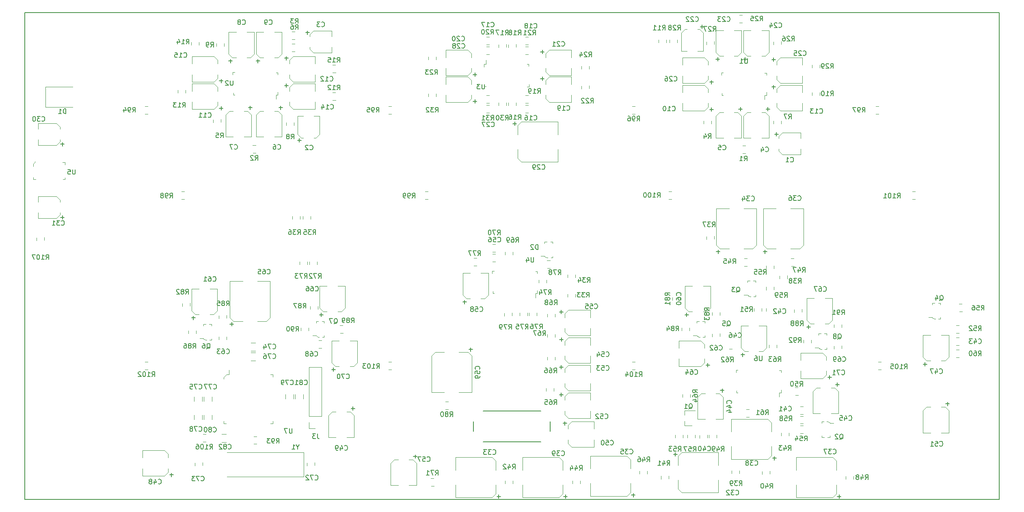
<source format=gbr>
%TF.GenerationSoftware,KiCad,Pcbnew,4.0.7*%
%TF.CreationDate,2019-01-17T01:04:15-05:00*%
%TF.ProjectId,synth_psoc,73796E74685F70736F632E6B69636164,rev?*%
%TF.FileFunction,Legend,Bot*%
%FSLAX46Y46*%
G04 Gerber Fmt 4.6, Leading zero omitted, Abs format (unit mm)*
G04 Created by KiCad (PCBNEW 4.0.7) date 01/17/19 01:04:15*
%MOMM*%
%LPD*%
G01*
G04 APERTURE LIST*
%ADD10C,0.150000*%
%ADD11C,0.120000*%
%ADD12C,0.100000*%
%ADD13C,0.203200*%
G04 APERTURE END LIST*
D10*
X203200000Y0D02*
X101600000Y0D01*
X203200000Y-101600000D02*
X203200000Y0D01*
X101600000Y-101600000D02*
X203200000Y-101600000D01*
X101600000Y0D02*
X0Y0D01*
X0Y-101600000D02*
X101600000Y-101600000D01*
X0Y0D02*
X0Y-101600000D01*
D11*
X137620000Y-86226000D02*
X137620000Y-85296000D01*
X137620000Y-83066000D02*
X137620000Y-83996000D01*
X137620000Y-83066000D02*
X139780000Y-83066000D01*
X137620000Y-86226000D02*
X139080000Y-86226000D01*
X161802000Y-29605000D02*
X161802000Y-28435000D01*
X161802000Y-25035000D02*
X161802000Y-26205000D01*
X157222000Y-25795000D02*
X157222000Y-26205000D01*
X157222000Y-28845000D02*
X157222000Y-28435000D01*
X157992000Y-29605000D02*
X161802000Y-29605000D01*
X157992000Y-29605000D02*
X157222000Y-28845000D01*
X157992000Y-25035000D02*
X161802000Y-25035000D01*
X157992000Y-25035000D02*
X157222000Y-25795000D01*
X61482000Y-21566000D02*
X60312000Y-21566000D01*
X56912000Y-21566000D02*
X58082000Y-21566000D01*
X57672000Y-26146000D02*
X58082000Y-26146000D01*
X60722000Y-26146000D02*
X60312000Y-26146000D01*
X61482000Y-25376000D02*
X61482000Y-21566000D01*
X61482000Y-25376000D02*
X60722000Y-26146000D01*
X56912000Y-25376000D02*
X56912000Y-21566000D01*
X56912000Y-25376000D02*
X57672000Y-26146000D01*
X64012000Y-8376000D02*
X64012000Y-7206000D01*
X64012000Y-3806000D02*
X64012000Y-4976000D01*
X59432000Y-4566000D02*
X59432000Y-4976000D01*
X59432000Y-7616000D02*
X59432000Y-7206000D01*
X60202000Y-8376000D02*
X64012000Y-8376000D01*
X60202000Y-8376000D02*
X59432000Y-7616000D01*
X60202000Y-3806000D02*
X64012000Y-3806000D01*
X60202000Y-3806000D02*
X59432000Y-4566000D01*
X155197000Y-26165000D02*
X153647000Y-26165000D01*
X149857000Y-26165000D02*
X151407000Y-26165000D01*
X150617000Y-20825000D02*
X151407000Y-20825000D01*
X154437000Y-20825000D02*
X153647000Y-20825000D01*
X149857000Y-26165000D02*
X149857000Y-21585000D01*
X149857000Y-21585000D02*
X150617000Y-20825000D01*
X154437000Y-20825000D02*
X155197000Y-21585000D01*
X155197000Y-21585000D02*
X155197000Y-26165000D01*
X149482000Y-26165000D02*
X147932000Y-26165000D01*
X144142000Y-26165000D02*
X145692000Y-26165000D01*
X144902000Y-20825000D02*
X145692000Y-20825000D01*
X148722000Y-20825000D02*
X147932000Y-20825000D01*
X144142000Y-26165000D02*
X144142000Y-21585000D01*
X144142000Y-21585000D02*
X144902000Y-20825000D01*
X148722000Y-20825000D02*
X149482000Y-21585000D01*
X149482000Y-21585000D02*
X149482000Y-26165000D01*
X53597000Y-25891000D02*
X52047000Y-25891000D01*
X48257000Y-25891000D02*
X49807000Y-25891000D01*
X49017000Y-20551000D02*
X49807000Y-20551000D01*
X52837000Y-20551000D02*
X52047000Y-20551000D01*
X48257000Y-25891000D02*
X48257000Y-21311000D01*
X48257000Y-21311000D02*
X49017000Y-20551000D01*
X52837000Y-20551000D02*
X53597000Y-21311000D01*
X53597000Y-21311000D02*
X53597000Y-25891000D01*
X47247000Y-25891000D02*
X45697000Y-25891000D01*
X41907000Y-25891000D02*
X43457000Y-25891000D01*
X42667000Y-20551000D02*
X43457000Y-20551000D01*
X46487000Y-20551000D02*
X45697000Y-20551000D01*
X41907000Y-25891000D02*
X41907000Y-21311000D01*
X41907000Y-21311000D02*
X42667000Y-20551000D01*
X46487000Y-20551000D02*
X47247000Y-21311000D01*
X47247000Y-21311000D02*
X47247000Y-25891000D01*
X42542000Y-4041000D02*
X44092000Y-4041000D01*
X47882000Y-4041000D02*
X46332000Y-4041000D01*
X47122000Y-9381000D02*
X46332000Y-9381000D01*
X43302000Y-9381000D02*
X44092000Y-9381000D01*
X47882000Y-4041000D02*
X47882000Y-8621000D01*
X47882000Y-8621000D02*
X47122000Y-9381000D01*
X43302000Y-9381000D02*
X42542000Y-8621000D01*
X42542000Y-8621000D02*
X42542000Y-4041000D01*
X48257000Y-4041000D02*
X49807000Y-4041000D01*
X53597000Y-4041000D02*
X52047000Y-4041000D01*
X52837000Y-9381000D02*
X52047000Y-9381000D01*
X49017000Y-9381000D02*
X49807000Y-9381000D01*
X53597000Y-4041000D02*
X53597000Y-8621000D01*
X53597000Y-8621000D02*
X52837000Y-9381000D01*
X49017000Y-9381000D02*
X48257000Y-8621000D01*
X48257000Y-8621000D02*
X48257000Y-4041000D01*
X137157000Y-20450000D02*
X137157000Y-18900000D01*
X137157000Y-15110000D02*
X137157000Y-16660000D01*
X142497000Y-15870000D02*
X142497000Y-16660000D01*
X142497000Y-19690000D02*
X142497000Y-18900000D01*
X137157000Y-15110000D02*
X141737000Y-15110000D01*
X141737000Y-15110000D02*
X142497000Y-15870000D01*
X142497000Y-19690000D02*
X141737000Y-20450000D01*
X141737000Y-20450000D02*
X137157000Y-20450000D01*
X34922000Y-20176000D02*
X34922000Y-18626000D01*
X34922000Y-14836000D02*
X34922000Y-16386000D01*
X40262000Y-15596000D02*
X40262000Y-16386000D01*
X40262000Y-19416000D02*
X40262000Y-18626000D01*
X34922000Y-14836000D02*
X39502000Y-14836000D01*
X39502000Y-14836000D02*
X40262000Y-15596000D01*
X40262000Y-19416000D02*
X39502000Y-20176000D01*
X39502000Y-20176000D02*
X34922000Y-20176000D01*
X60582000Y-9121000D02*
X60582000Y-10671000D01*
X60582000Y-14461000D02*
X60582000Y-12911000D01*
X55242000Y-13701000D02*
X55242000Y-12911000D01*
X55242000Y-9881000D02*
X55242000Y-10671000D01*
X60582000Y-14461000D02*
X56002000Y-14461000D01*
X56002000Y-14461000D02*
X55242000Y-13701000D01*
X55242000Y-9881000D02*
X56002000Y-9121000D01*
X56002000Y-9121000D02*
X60582000Y-9121000D01*
X162182000Y-15110000D02*
X162182000Y-16660000D01*
X162182000Y-20450000D02*
X162182000Y-18900000D01*
X156842000Y-19690000D02*
X156842000Y-18900000D01*
X156842000Y-15870000D02*
X156842000Y-16660000D01*
X162182000Y-20450000D02*
X157602000Y-20450000D01*
X157602000Y-20450000D02*
X156842000Y-19690000D01*
X156842000Y-15870000D02*
X157602000Y-15110000D01*
X157602000Y-15110000D02*
X162182000Y-15110000D01*
X60582000Y-14836000D02*
X60582000Y-16386000D01*
X60582000Y-20176000D02*
X60582000Y-18626000D01*
X55242000Y-19416000D02*
X55242000Y-18626000D01*
X55242000Y-15596000D02*
X55242000Y-16386000D01*
X60582000Y-20176000D02*
X56002000Y-20176000D01*
X56002000Y-20176000D02*
X55242000Y-19416000D01*
X55242000Y-15596000D02*
X56002000Y-14836000D01*
X56002000Y-14836000D02*
X60582000Y-14836000D01*
X34922000Y-14461000D02*
X34922000Y-12911000D01*
X34922000Y-9121000D02*
X34922000Y-10671000D01*
X40262000Y-9881000D02*
X40262000Y-10671000D01*
X40262000Y-13701000D02*
X40262000Y-12911000D01*
X34922000Y-9121000D02*
X39502000Y-9121000D01*
X39502000Y-9121000D02*
X40262000Y-9881000D01*
X40262000Y-13701000D02*
X39502000Y-14461000D01*
X39502000Y-14461000D02*
X34922000Y-14461000D01*
X105034000Y-20936000D02*
X104434000Y-20936000D01*
X105014000Y-19336000D02*
X104414000Y-19336000D01*
X96266000Y-5112000D02*
X96866000Y-5112000D01*
X96286000Y-6712000D02*
X96886000Y-6712000D01*
X105034000Y-6712000D02*
X104434000Y-6712000D01*
X105014000Y-5112000D02*
X104414000Y-5112000D01*
X113988000Y-13402000D02*
X113988000Y-14952000D01*
X113988000Y-18742000D02*
X113988000Y-17192000D01*
X108648000Y-17982000D02*
X108648000Y-17192000D01*
X108648000Y-14162000D02*
X108648000Y-14952000D01*
X113988000Y-18742000D02*
X109408000Y-18742000D01*
X109408000Y-18742000D02*
X108648000Y-17982000D01*
X108648000Y-14162000D02*
X109408000Y-13402000D01*
X109408000Y-13402000D02*
X113988000Y-13402000D01*
X87820000Y-13154000D02*
X87820000Y-11604000D01*
X87820000Y-7814000D02*
X87820000Y-9364000D01*
X93160000Y-8574000D02*
X93160000Y-9364000D01*
X93160000Y-12394000D02*
X93160000Y-11604000D01*
X87820000Y-7814000D02*
X92400000Y-7814000D01*
X92400000Y-7814000D02*
X93160000Y-8574000D01*
X93160000Y-12394000D02*
X92400000Y-13154000D01*
X92400000Y-13154000D02*
X87820000Y-13154000D01*
X113988000Y-7814000D02*
X113988000Y-9364000D01*
X113988000Y-13154000D02*
X113988000Y-11604000D01*
X108648000Y-12394000D02*
X108648000Y-11604000D01*
X108648000Y-8574000D02*
X108648000Y-9364000D01*
X113988000Y-13154000D02*
X109408000Y-13154000D01*
X109408000Y-13154000D02*
X108648000Y-12394000D01*
X108648000Y-8574000D02*
X109408000Y-7814000D01*
X109408000Y-7814000D02*
X113988000Y-7814000D01*
X136892000Y-8005000D02*
X138062000Y-8005000D01*
X141462000Y-8005000D02*
X140292000Y-8005000D01*
X140702000Y-3425000D02*
X140292000Y-3425000D01*
X137652000Y-3425000D02*
X138062000Y-3425000D01*
X136892000Y-4195000D02*
X136892000Y-8005000D01*
X136892000Y-4195000D02*
X137652000Y-3425000D01*
X141462000Y-4195000D02*
X141462000Y-8005000D01*
X141462000Y-4195000D02*
X140702000Y-3425000D01*
X144142000Y-3680000D02*
X145692000Y-3680000D01*
X149482000Y-3680000D02*
X147932000Y-3680000D01*
X148722000Y-9020000D02*
X147932000Y-9020000D01*
X144902000Y-9020000D02*
X145692000Y-9020000D01*
X149482000Y-3680000D02*
X149482000Y-8260000D01*
X149482000Y-8260000D02*
X148722000Y-9020000D01*
X144902000Y-9020000D02*
X144142000Y-8260000D01*
X144142000Y-8260000D02*
X144142000Y-3680000D01*
X149857000Y-3680000D02*
X151407000Y-3680000D01*
X155197000Y-3680000D02*
X153647000Y-3680000D01*
X154437000Y-9020000D02*
X153647000Y-9020000D01*
X150617000Y-9020000D02*
X151407000Y-9020000D01*
X155197000Y-3680000D02*
X155197000Y-8260000D01*
X155197000Y-8260000D02*
X154437000Y-9020000D01*
X150617000Y-9020000D02*
X149857000Y-8260000D01*
X149857000Y-8260000D02*
X149857000Y-3680000D01*
X162182000Y-9395000D02*
X162182000Y-10945000D01*
X162182000Y-14735000D02*
X162182000Y-13185000D01*
X156842000Y-13975000D02*
X156842000Y-13185000D01*
X156842000Y-10155000D02*
X156842000Y-10945000D01*
X162182000Y-14735000D02*
X157602000Y-14735000D01*
X157602000Y-14735000D02*
X156842000Y-13975000D01*
X156842000Y-10155000D02*
X157602000Y-9395000D01*
X157602000Y-9395000D02*
X162182000Y-9395000D01*
X137157000Y-14735000D02*
X137157000Y-13185000D01*
X137157000Y-9395000D02*
X137157000Y-10945000D01*
X142497000Y-10155000D02*
X142497000Y-10945000D01*
X142497000Y-13975000D02*
X142497000Y-13185000D01*
X137157000Y-9395000D02*
X141737000Y-9395000D01*
X141737000Y-9395000D02*
X142497000Y-10155000D01*
X142497000Y-13975000D02*
X141737000Y-14735000D01*
X141737000Y-14735000D02*
X137157000Y-14735000D01*
X96266000Y-19336000D02*
X96866000Y-19336000D01*
X96286000Y-20936000D02*
X96886000Y-20936000D01*
X87820000Y-18742000D02*
X87820000Y-17192000D01*
X87820000Y-13402000D02*
X87820000Y-14952000D01*
X93160000Y-14162000D02*
X93160000Y-14952000D01*
X93160000Y-17982000D02*
X93160000Y-17192000D01*
X87820000Y-13402000D02*
X92400000Y-13402000D01*
X92400000Y-13402000D02*
X93160000Y-14162000D01*
X93160000Y-17982000D02*
X92400000Y-18742000D01*
X92400000Y-18742000D02*
X87820000Y-18742000D01*
X111140000Y-22810000D02*
X111140000Y-25490000D01*
X111140000Y-31190000D02*
X111140000Y-28510000D01*
X102760000Y-30430000D02*
X102760000Y-28510000D01*
X102760000Y-23570000D02*
X102760000Y-25490000D01*
X111140000Y-22810000D02*
X103520000Y-22810000D01*
X103520000Y-22810000D02*
X102760000Y-23570000D01*
X102760000Y-30430000D02*
X103520000Y-31190000D01*
X103520000Y-31190000D02*
X111140000Y-31190000D01*
X2790000Y-23100000D02*
X2790000Y-24270000D01*
X2790000Y-27670000D02*
X2790000Y-26500000D01*
X7370000Y-26910000D02*
X7370000Y-26500000D01*
X7370000Y-23860000D02*
X7370000Y-24270000D01*
X6600000Y-23100000D02*
X2790000Y-23100000D01*
X6600000Y-23100000D02*
X7370000Y-23860000D01*
X6600000Y-27670000D02*
X2790000Y-27670000D01*
X6600000Y-27670000D02*
X7370000Y-26910000D01*
X2790000Y-42930000D02*
X2790000Y-41760000D01*
X2790000Y-38350000D02*
X2790000Y-39520000D01*
X7370000Y-39120000D02*
X7370000Y-39520000D01*
X7370000Y-42160000D02*
X7370000Y-41760000D01*
X6600000Y-42930000D02*
X2790000Y-42930000D01*
X6600000Y-42930000D02*
X7370000Y-42160000D01*
X6600000Y-38350000D02*
X2790000Y-38350000D01*
X6600000Y-38350000D02*
X7370000Y-39120000D01*
X144641000Y-91810000D02*
X144641000Y-94490000D01*
X144641000Y-100190000D02*
X144641000Y-97510000D01*
X136261000Y-99430000D02*
X136261000Y-97510000D01*
X136261000Y-92570000D02*
X136261000Y-94490000D01*
X144641000Y-91810000D02*
X137021000Y-91810000D01*
X137021000Y-91810000D02*
X136261000Y-92570000D01*
X136261000Y-99430000D02*
X137021000Y-100190000D01*
X137021000Y-100190000D02*
X144641000Y-100190000D01*
X89860000Y-101190000D02*
X89860000Y-98510000D01*
X89860000Y-92810000D02*
X89860000Y-95490000D01*
X98240000Y-93570000D02*
X98240000Y-95490000D01*
X98240000Y-100430000D02*
X98240000Y-98510000D01*
X89860000Y-101190000D02*
X97480000Y-101190000D01*
X97480000Y-101190000D02*
X98240000Y-100430000D01*
X98240000Y-93570000D02*
X97480000Y-92810000D01*
X97480000Y-92810000D02*
X89860000Y-92810000D01*
X144220000Y-40911000D02*
X146900000Y-40911000D01*
X152600000Y-40911000D02*
X149920000Y-40911000D01*
X151840000Y-49291000D02*
X149920000Y-49291000D01*
X144980000Y-49291000D02*
X146900000Y-49291000D01*
X144220000Y-40911000D02*
X144220000Y-48531000D01*
X144220000Y-48531000D02*
X144980000Y-49291000D01*
X151840000Y-49291000D02*
X152600000Y-48531000D01*
X152600000Y-48531000D02*
X152600000Y-40911000D01*
X117911000Y-100890000D02*
X117911000Y-98210000D01*
X117911000Y-92510000D02*
X117911000Y-95190000D01*
X126291000Y-93270000D02*
X126291000Y-95190000D01*
X126291000Y-100130000D02*
X126291000Y-98210000D01*
X117911000Y-100890000D02*
X125531000Y-100890000D01*
X125531000Y-100890000D02*
X126291000Y-100130000D01*
X126291000Y-93270000D02*
X125531000Y-92510000D01*
X125531000Y-92510000D02*
X117911000Y-92510000D01*
X154000000Y-40911000D02*
X156680000Y-40911000D01*
X162380000Y-40911000D02*
X159700000Y-40911000D01*
X161620000Y-49291000D02*
X159700000Y-49291000D01*
X154760000Y-49291000D02*
X156680000Y-49291000D01*
X154000000Y-40911000D02*
X154000000Y-48531000D01*
X154000000Y-48531000D02*
X154760000Y-49291000D01*
X161620000Y-49291000D02*
X162380000Y-48531000D01*
X162380000Y-48531000D02*
X162380000Y-40911000D01*
X160860000Y-101190000D02*
X160860000Y-98510000D01*
X160860000Y-92810000D02*
X160860000Y-95490000D01*
X169240000Y-93570000D02*
X169240000Y-95490000D01*
X169240000Y-100430000D02*
X169240000Y-98510000D01*
X160860000Y-101190000D02*
X168480000Y-101190000D01*
X168480000Y-101190000D02*
X169240000Y-100430000D01*
X169240000Y-93570000D02*
X168480000Y-92810000D01*
X168480000Y-92810000D02*
X160860000Y-92810000D01*
X147359000Y-93190000D02*
X147359000Y-90510000D01*
X147359000Y-84810000D02*
X147359000Y-87490000D01*
X155739000Y-85570000D02*
X155739000Y-87490000D01*
X155739000Y-92430000D02*
X155739000Y-90510000D01*
X147359000Y-93190000D02*
X154979000Y-93190000D01*
X154979000Y-93190000D02*
X155739000Y-92430000D01*
X155739000Y-85570000D02*
X154979000Y-84810000D01*
X154979000Y-84810000D02*
X147359000Y-84810000D01*
X103810000Y-101190000D02*
X103810000Y-98510000D01*
X103810000Y-92810000D02*
X103810000Y-95490000D01*
X112190000Y-93570000D02*
X112190000Y-95490000D01*
X112190000Y-100430000D02*
X112190000Y-98510000D01*
X103810000Y-101190000D02*
X111430000Y-101190000D01*
X111430000Y-101190000D02*
X112190000Y-100430000D01*
X112190000Y-93570000D02*
X111430000Y-92810000D01*
X111430000Y-92810000D02*
X103810000Y-92810000D01*
X140755000Y-88776000D02*
X140755000Y-88176000D01*
X142355000Y-88756000D02*
X142355000Y-88156000D01*
X161730000Y-82200000D02*
X162330000Y-82200000D01*
X161750000Y-83800000D02*
X162350000Y-83800000D01*
X156174000Y-61695000D02*
X156174000Y-62295000D01*
X154574000Y-61715000D02*
X154574000Y-62315000D01*
X194860000Y-69411000D02*
X194260000Y-69411000D01*
X194840000Y-67811000D02*
X194240000Y-67811000D01*
X145670000Y-84870000D02*
X144120000Y-84870000D01*
X140330000Y-84870000D02*
X141880000Y-84870000D01*
X141090000Y-79530000D02*
X141880000Y-79530000D01*
X144910000Y-79530000D02*
X144120000Y-79530000D01*
X140330000Y-84870000D02*
X140330000Y-80290000D01*
X140330000Y-80290000D02*
X141090000Y-79530000D01*
X144910000Y-79530000D02*
X145670000Y-80290000D01*
X145670000Y-80290000D02*
X145670000Y-84870000D01*
X169670000Y-83670000D02*
X168120000Y-83670000D01*
X164330000Y-83670000D02*
X165880000Y-83670000D01*
X165090000Y-78330000D02*
X165880000Y-78330000D01*
X168910000Y-78330000D02*
X168120000Y-78330000D01*
X164330000Y-83670000D02*
X164330000Y-79090000D01*
X164330000Y-79090000D02*
X165090000Y-78330000D01*
X168910000Y-78330000D02*
X169670000Y-79090000D01*
X169670000Y-79090000D02*
X169670000Y-83670000D01*
X149330000Y-65330000D02*
X150880000Y-65330000D01*
X154670000Y-65330000D02*
X153120000Y-65330000D01*
X153910000Y-70670000D02*
X153120000Y-70670000D01*
X150090000Y-70670000D02*
X150880000Y-70670000D01*
X154670000Y-65330000D02*
X154670000Y-69910000D01*
X154670000Y-69910000D02*
X153910000Y-70670000D01*
X150090000Y-70670000D02*
X149330000Y-69910000D01*
X149330000Y-69910000D02*
X149330000Y-65330000D01*
X187330000Y-67330000D02*
X188880000Y-67330000D01*
X192670000Y-67330000D02*
X191120000Y-67330000D01*
X191910000Y-72670000D02*
X191120000Y-72670000D01*
X188090000Y-72670000D02*
X188880000Y-72670000D01*
X192670000Y-67330000D02*
X192670000Y-71910000D01*
X192670000Y-71910000D02*
X191910000Y-72670000D01*
X188090000Y-72670000D02*
X187330000Y-71910000D01*
X187330000Y-71910000D02*
X187330000Y-67330000D01*
X24530000Y-96670000D02*
X24530000Y-95120000D01*
X24530000Y-91330000D02*
X24530000Y-92880000D01*
X29870000Y-92090000D02*
X29870000Y-92880000D01*
X29870000Y-95910000D02*
X29870000Y-95120000D01*
X24530000Y-91330000D02*
X29110000Y-91330000D01*
X29110000Y-91330000D02*
X29870000Y-92090000D01*
X29870000Y-95910000D02*
X29110000Y-96670000D01*
X29110000Y-96670000D02*
X24530000Y-96670000D01*
X68670000Y-88670000D02*
X67120000Y-88670000D01*
X63330000Y-88670000D02*
X64880000Y-88670000D01*
X64090000Y-83330000D02*
X64880000Y-83330000D01*
X67910000Y-83330000D02*
X67120000Y-83330000D01*
X63330000Y-88670000D02*
X63330000Y-84090000D01*
X63330000Y-84090000D02*
X64090000Y-83330000D01*
X67910000Y-83330000D02*
X68670000Y-84090000D01*
X68670000Y-84090000D02*
X68670000Y-88670000D01*
X118670000Y-85330000D02*
X118670000Y-86880000D01*
X118670000Y-90670000D02*
X118670000Y-89120000D01*
X113330000Y-89910000D02*
X113330000Y-89120000D01*
X113330000Y-86090000D02*
X113330000Y-86880000D01*
X118670000Y-90670000D02*
X114090000Y-90670000D01*
X114090000Y-90670000D02*
X113330000Y-89910000D01*
X113330000Y-86090000D02*
X114090000Y-85330000D01*
X114090000Y-85330000D02*
X118670000Y-85330000D01*
X192670000Y-87670000D02*
X191120000Y-87670000D01*
X187330000Y-87670000D02*
X188880000Y-87670000D01*
X188090000Y-82330000D02*
X188880000Y-82330000D01*
X191910000Y-82330000D02*
X191120000Y-82330000D01*
X187330000Y-87670000D02*
X187330000Y-83090000D01*
X187330000Y-83090000D02*
X188090000Y-82330000D01*
X191910000Y-82330000D02*
X192670000Y-83090000D01*
X192670000Y-83090000D02*
X192670000Y-87670000D01*
X117920000Y-79330000D02*
X117920000Y-80880000D01*
X117920000Y-84670000D02*
X117920000Y-83120000D01*
X112580000Y-83910000D02*
X112580000Y-83120000D01*
X112580000Y-80090000D02*
X112580000Y-80880000D01*
X117920000Y-84670000D02*
X113340000Y-84670000D01*
X113340000Y-84670000D02*
X112580000Y-83910000D01*
X112580000Y-80090000D02*
X113340000Y-79330000D01*
X113340000Y-79330000D02*
X117920000Y-79330000D01*
X117920000Y-73580000D02*
X117920000Y-75130000D01*
X117920000Y-78920000D02*
X117920000Y-77370000D01*
X112580000Y-78160000D02*
X112580000Y-77370000D01*
X112580000Y-74340000D02*
X112580000Y-75130000D01*
X117920000Y-78920000D02*
X113340000Y-78920000D01*
X113340000Y-78920000D02*
X112580000Y-78160000D01*
X112580000Y-74340000D02*
X113340000Y-73580000D01*
X113340000Y-73580000D02*
X117920000Y-73580000D01*
X117970000Y-67830000D02*
X117970000Y-69380000D01*
X117970000Y-73170000D02*
X117970000Y-71620000D01*
X112630000Y-72410000D02*
X112630000Y-71620000D01*
X112630000Y-68590000D02*
X112630000Y-69380000D01*
X117970000Y-73170000D02*
X113390000Y-73170000D01*
X113390000Y-73170000D02*
X112630000Y-72410000D01*
X112630000Y-68590000D02*
X113390000Y-67830000D01*
X113390000Y-67830000D02*
X117970000Y-67830000D01*
X117920000Y-62080000D02*
X117920000Y-63630000D01*
X117920000Y-67420000D02*
X117920000Y-65870000D01*
X112580000Y-66660000D02*
X112580000Y-65870000D01*
X112580000Y-62840000D02*
X112580000Y-63630000D01*
X117920000Y-67420000D02*
X113340000Y-67420000D01*
X113340000Y-67420000D02*
X112580000Y-66660000D01*
X112580000Y-62840000D02*
X113340000Y-62080000D01*
X113340000Y-62080000D02*
X117920000Y-62080000D01*
X97547245Y-50395723D02*
X98147245Y-50395723D01*
X97567245Y-51995723D02*
X98167245Y-51995723D01*
X81670000Y-98670000D02*
X80120000Y-98670000D01*
X76330000Y-98670000D02*
X77880000Y-98670000D01*
X77090000Y-93330000D02*
X77880000Y-93330000D01*
X80910000Y-93330000D02*
X80120000Y-93330000D01*
X76330000Y-98670000D02*
X76330000Y-94090000D01*
X76330000Y-94090000D02*
X77090000Y-93330000D01*
X80910000Y-93330000D02*
X81670000Y-94090000D01*
X81670000Y-94090000D02*
X81670000Y-98670000D01*
X91330000Y-54330000D02*
X92880000Y-54330000D01*
X96670000Y-54330000D02*
X95120000Y-54330000D01*
X95910000Y-59670000D02*
X95120000Y-59670000D01*
X92090000Y-59670000D02*
X92880000Y-59670000D01*
X96670000Y-54330000D02*
X96670000Y-58910000D01*
X96670000Y-58910000D02*
X95910000Y-59670000D01*
X92090000Y-59670000D02*
X91330000Y-58910000D01*
X91330000Y-58910000D02*
X91330000Y-54330000D01*
X93190000Y-79240000D02*
X90510000Y-79240000D01*
X84810000Y-79240000D02*
X87490000Y-79240000D01*
X85570000Y-70860000D02*
X87490000Y-70860000D01*
X92430000Y-70860000D02*
X90510000Y-70860000D01*
X93190000Y-79240000D02*
X93190000Y-71620000D01*
X93190000Y-71620000D02*
X92430000Y-70860000D01*
X85570000Y-70860000D02*
X84810000Y-71620000D01*
X84810000Y-71620000D02*
X84810000Y-79240000D01*
X137665000Y-57020000D02*
X139215000Y-57020000D01*
X143005000Y-57020000D02*
X141455000Y-57020000D01*
X142245000Y-62360000D02*
X141455000Y-62360000D01*
X138425000Y-62360000D02*
X139215000Y-62360000D01*
X143005000Y-57020000D02*
X143005000Y-61600000D01*
X143005000Y-61600000D02*
X142245000Y-62360000D01*
X138425000Y-62360000D02*
X137665000Y-61600000D01*
X137665000Y-61600000D02*
X137665000Y-57020000D01*
X34795000Y-57655000D02*
X36345000Y-57655000D01*
X40135000Y-57655000D02*
X38585000Y-57655000D01*
X39375000Y-62995000D02*
X38585000Y-62995000D01*
X35555000Y-62995000D02*
X36345000Y-62995000D01*
X40135000Y-57655000D02*
X40135000Y-62235000D01*
X40135000Y-62235000D02*
X39375000Y-62995000D01*
X35555000Y-62995000D02*
X34795000Y-62235000D01*
X34795000Y-62235000D02*
X34795000Y-57655000D01*
X144945000Y-66990000D02*
X144945000Y-67590000D01*
X143345000Y-67010000D02*
X143345000Y-67610000D01*
X42075000Y-67625000D02*
X42075000Y-68225000D01*
X40475000Y-67645000D02*
X40475000Y-68245000D01*
X136395000Y-73790000D02*
X136395000Y-72240000D01*
X136395000Y-68450000D02*
X136395000Y-70000000D01*
X141735000Y-69210000D02*
X141735000Y-70000000D01*
X141735000Y-73030000D02*
X141735000Y-72240000D01*
X136395000Y-68450000D02*
X140975000Y-68450000D01*
X140975000Y-68450000D02*
X141735000Y-69210000D01*
X141735000Y-73030000D02*
X140975000Y-73790000D01*
X140975000Y-73790000D02*
X136395000Y-73790000D01*
X42800000Y-56008000D02*
X45480000Y-56008000D01*
X51180000Y-56008000D02*
X48500000Y-56008000D01*
X50420000Y-64388000D02*
X48500000Y-64388000D01*
X43560000Y-64388000D02*
X45480000Y-64388000D01*
X42800000Y-56008000D02*
X42800000Y-63628000D01*
X42800000Y-63628000D02*
X43560000Y-64388000D01*
X50420000Y-64388000D02*
X51180000Y-63628000D01*
X51180000Y-63628000D02*
X51180000Y-56008000D01*
X61465000Y-57020000D02*
X63015000Y-57020000D01*
X66805000Y-57020000D02*
X65255000Y-57020000D01*
X66045000Y-62360000D02*
X65255000Y-62360000D01*
X62225000Y-62360000D02*
X63015000Y-62360000D01*
X66805000Y-57020000D02*
X66805000Y-61600000D01*
X66805000Y-61600000D02*
X66045000Y-62360000D01*
X62225000Y-62360000D02*
X61465000Y-61600000D01*
X61465000Y-61600000D02*
X61465000Y-57020000D01*
X163065000Y-59560000D02*
X164615000Y-59560000D01*
X168405000Y-59560000D02*
X166855000Y-59560000D01*
X167645000Y-64900000D02*
X166855000Y-64900000D01*
X163825000Y-64900000D02*
X164615000Y-64900000D01*
X168405000Y-59560000D02*
X168405000Y-64140000D01*
X168405000Y-64140000D02*
X167645000Y-64900000D01*
X163825000Y-64900000D02*
X163065000Y-64140000D01*
X163065000Y-64140000D02*
X163065000Y-59560000D01*
X61915000Y-70015000D02*
X61315000Y-70015000D01*
X61895000Y-68415000D02*
X61295000Y-68415000D01*
X170345000Y-69530000D02*
X170345000Y-70130000D01*
X168745000Y-69550000D02*
X168745000Y-70150000D01*
X64005000Y-68450000D02*
X65555000Y-68450000D01*
X69345000Y-68450000D02*
X67795000Y-68450000D01*
X68585000Y-73790000D02*
X67795000Y-73790000D01*
X64765000Y-73790000D02*
X65555000Y-73790000D01*
X69345000Y-68450000D02*
X69345000Y-73030000D01*
X69345000Y-73030000D02*
X68585000Y-73790000D01*
X64765000Y-73790000D02*
X64005000Y-73030000D01*
X64005000Y-73030000D02*
X64005000Y-68450000D01*
X161795000Y-76330000D02*
X161795000Y-74780000D01*
X161795000Y-70990000D02*
X161795000Y-72540000D01*
X167135000Y-71750000D02*
X167135000Y-72540000D01*
X167135000Y-75570000D02*
X167135000Y-74780000D01*
X161795000Y-70990000D02*
X166375000Y-70990000D01*
X166375000Y-70990000D02*
X167135000Y-71750000D01*
X167135000Y-75570000D02*
X166375000Y-76330000D01*
X166375000Y-76330000D02*
X161795000Y-76330000D01*
X60490000Y-93914000D02*
X60490000Y-94514000D01*
X58890000Y-93934000D02*
X58890000Y-94534000D01*
X37122000Y-93914000D02*
X37122000Y-94514000D01*
X35522000Y-93934000D02*
X35522000Y-94534000D01*
D12*
X109066885Y-51159077D02*
X108791885Y-51159077D01*
X108791885Y-51159077D02*
X108416885Y-50884077D01*
X108416885Y-50884077D02*
X108416885Y-50834077D01*
X108416885Y-50834077D02*
X107641885Y-50834077D01*
X108891885Y-47859077D02*
X108416885Y-47859077D01*
X108416885Y-47859077D02*
X108416885Y-48209077D01*
X110066885Y-48084077D02*
X110066885Y-48209077D01*
X110066885Y-48159077D02*
X110066885Y-47859077D01*
X110066885Y-47859077D02*
X109616885Y-47859077D01*
X109691885Y-51159077D02*
X110066885Y-51159077D01*
X110066885Y-51159077D02*
X110066885Y-50859077D01*
D11*
X59249000Y-73981000D02*
X61909000Y-73981000D01*
X59249000Y-84201000D02*
X59249000Y-73981000D01*
X61909000Y-84201000D02*
X61909000Y-73981000D01*
X59249000Y-84201000D02*
X61909000Y-84201000D01*
X59249000Y-85471000D02*
X59249000Y-86801000D01*
X59249000Y-86801000D02*
X60579000Y-86801000D01*
D12*
X167225000Y-85350000D02*
X167500000Y-85350000D01*
X167500000Y-85350000D02*
X167875000Y-85625000D01*
X167875000Y-85625000D02*
X167875000Y-85675000D01*
X167875000Y-85675000D02*
X168650000Y-85675000D01*
X167400000Y-88650000D02*
X167875000Y-88650000D01*
X167875000Y-88650000D02*
X167875000Y-88300000D01*
X166225000Y-88425000D02*
X166225000Y-88300000D01*
X166225000Y-88350000D02*
X166225000Y-88650000D01*
X166225000Y-88650000D02*
X166675000Y-88650000D01*
X166600000Y-85350000D02*
X166225000Y-85350000D01*
X166225000Y-85350000D02*
X166225000Y-85650000D01*
X151389000Y-59220000D02*
X151114000Y-59220000D01*
X151114000Y-59220000D02*
X150739000Y-58945000D01*
X150739000Y-58945000D02*
X150739000Y-58895000D01*
X150739000Y-58895000D02*
X149964000Y-58895000D01*
X151214000Y-55920000D02*
X150739000Y-55920000D01*
X150739000Y-55920000D02*
X150739000Y-56270000D01*
X152389000Y-56145000D02*
X152389000Y-56270000D01*
X152389000Y-56220000D02*
X152389000Y-55920000D01*
X152389000Y-55920000D02*
X151939000Y-55920000D01*
X152014000Y-59220000D02*
X152389000Y-59220000D01*
X152389000Y-59220000D02*
X152389000Y-58920000D01*
X189920000Y-63911000D02*
X189645000Y-63911000D01*
X189645000Y-63911000D02*
X189270000Y-63636000D01*
X189270000Y-63636000D02*
X189270000Y-63586000D01*
X189270000Y-63586000D02*
X188495000Y-63586000D01*
X189745000Y-60611000D02*
X189270000Y-60611000D01*
X189270000Y-60611000D02*
X189270000Y-60961000D01*
X190920000Y-60836000D02*
X190920000Y-60961000D01*
X190920000Y-60911000D02*
X190920000Y-60611000D01*
X190920000Y-60611000D02*
X190470000Y-60611000D01*
X190545000Y-63911000D02*
X190920000Y-63911000D01*
X190920000Y-63911000D02*
X190920000Y-63611000D01*
X140795000Y-67690000D02*
X140520000Y-67690000D01*
X140520000Y-67690000D02*
X140145000Y-67415000D01*
X140145000Y-67415000D02*
X140145000Y-67365000D01*
X140145000Y-67365000D02*
X139370000Y-67365000D01*
X140620000Y-64390000D02*
X140145000Y-64390000D01*
X140145000Y-64390000D02*
X140145000Y-64740000D01*
X141795000Y-64615000D02*
X141795000Y-64740000D01*
X141795000Y-64690000D02*
X141795000Y-64390000D01*
X141795000Y-64390000D02*
X141345000Y-64390000D01*
X141420000Y-67690000D02*
X141795000Y-67690000D01*
X141795000Y-67690000D02*
X141795000Y-67390000D01*
X37925000Y-68325000D02*
X37650000Y-68325000D01*
X37650000Y-68325000D02*
X37275000Y-68050000D01*
X37275000Y-68050000D02*
X37275000Y-68000000D01*
X37275000Y-68000000D02*
X36500000Y-68000000D01*
X37750000Y-65025000D02*
X37275000Y-65025000D01*
X37275000Y-65025000D02*
X37275000Y-65375000D01*
X38925000Y-65250000D02*
X38925000Y-65375000D01*
X38925000Y-65325000D02*
X38925000Y-65025000D01*
X38925000Y-65025000D02*
X38475000Y-65025000D01*
X38550000Y-68325000D02*
X38925000Y-68325000D01*
X38925000Y-68325000D02*
X38925000Y-68025000D01*
X61420000Y-67690000D02*
X61145000Y-67690000D01*
X61145000Y-67690000D02*
X60770000Y-67415000D01*
X60770000Y-67415000D02*
X60770000Y-67365000D01*
X60770000Y-67365000D02*
X59995000Y-67365000D01*
X61245000Y-64390000D02*
X60770000Y-64390000D01*
X60770000Y-64390000D02*
X60770000Y-64740000D01*
X62420000Y-64615000D02*
X62420000Y-64740000D01*
X62420000Y-64690000D02*
X62420000Y-64390000D01*
X62420000Y-64390000D02*
X61970000Y-64390000D01*
X62045000Y-67690000D02*
X62420000Y-67690000D01*
X62420000Y-67690000D02*
X62420000Y-67390000D01*
X166195000Y-70230000D02*
X165920000Y-70230000D01*
X165920000Y-70230000D02*
X165545000Y-69955000D01*
X165545000Y-69955000D02*
X165545000Y-69905000D01*
X165545000Y-69905000D02*
X164770000Y-69905000D01*
X166020000Y-66930000D02*
X165545000Y-66930000D01*
X165545000Y-66930000D02*
X165545000Y-67280000D01*
X167195000Y-67155000D02*
X167195000Y-67280000D01*
X167195000Y-67230000D02*
X167195000Y-66930000D01*
X167195000Y-66930000D02*
X166745000Y-66930000D01*
X166820000Y-70230000D02*
X167195000Y-70230000D01*
X167195000Y-70230000D02*
X167195000Y-69930000D01*
D11*
X150307000Y-29375000D02*
X149707000Y-29375000D01*
X150287000Y-27775000D02*
X149687000Y-27775000D01*
X48165000Y-29248000D02*
X47565000Y-29248000D01*
X48145000Y-27648000D02*
X47545000Y-27648000D01*
X56327000Y-5606000D02*
X55727000Y-5606000D01*
X56307000Y-4006000D02*
X55707000Y-4006000D01*
X141567000Y-23180000D02*
X141567000Y-22580000D01*
X143167000Y-23160000D02*
X143167000Y-22560000D01*
X39332000Y-22906000D02*
X39332000Y-22306000D01*
X40932000Y-22886000D02*
X40932000Y-22286000D01*
X56327000Y-8146000D02*
X55727000Y-8146000D01*
X56307000Y-6546000D02*
X55707000Y-6546000D01*
X156172000Y-23180000D02*
X156172000Y-22580000D01*
X157772000Y-23160000D02*
X157772000Y-22560000D01*
X54572000Y-23541000D02*
X54572000Y-22941000D01*
X56172000Y-23521000D02*
X56172000Y-22921000D01*
X41567000Y-6391000D02*
X41567000Y-6991000D01*
X39967000Y-6411000D02*
X39967000Y-7011000D01*
X165800000Y-16680000D02*
X165800000Y-17280000D01*
X164200000Y-16700000D02*
X164200000Y-17300000D01*
X133800000Y-5680000D02*
X133800000Y-6280000D01*
X132200000Y-5700000D02*
X132200000Y-6300000D01*
X64820000Y-18300000D02*
X64220000Y-18300000D01*
X64800000Y-16700000D02*
X64200000Y-16700000D01*
X33550000Y-16180000D02*
X33550000Y-16780000D01*
X31950000Y-16200000D02*
X31950000Y-16800000D01*
X36300000Y-6180000D02*
X36300000Y-6780000D01*
X34700000Y-6200000D02*
X34700000Y-6800000D01*
X64820000Y-12550000D02*
X64220000Y-12550000D01*
X64800000Y-10950000D02*
X64200000Y-10950000D01*
X102466000Y-18800000D02*
X102466000Y-19400000D01*
X100866000Y-18820000D02*
X100866000Y-19420000D01*
X98834000Y-7248000D02*
X98834000Y-6648000D01*
X100434000Y-7228000D02*
X100434000Y-6628000D01*
X100866000Y-7248000D02*
X100866000Y-6648000D01*
X102466000Y-7228000D02*
X102466000Y-6628000D01*
X105034000Y-18904000D02*
X104434000Y-18904000D01*
X105014000Y-17304000D02*
X104414000Y-17304000D01*
X96266000Y-7144000D02*
X96866000Y-7144000D01*
X96286000Y-8744000D02*
X96886000Y-8744000D01*
X105034000Y-8744000D02*
X104434000Y-8744000D01*
X105014000Y-7144000D02*
X104414000Y-7144000D01*
X116106000Y-15884000D02*
X116106000Y-15284000D01*
X117706000Y-15864000D02*
X117706000Y-15264000D01*
X84200000Y-9820000D02*
X84200000Y-9220000D01*
X85800000Y-9800000D02*
X85800000Y-9200000D01*
X117706000Y-11180000D02*
X117706000Y-11780000D01*
X116106000Y-11200000D02*
X116106000Y-11800000D01*
X149032000Y-470000D02*
X149632000Y-470000D01*
X149052000Y-2070000D02*
X149652000Y-2070000D01*
X157772000Y-6030000D02*
X157772000Y-6630000D01*
X156172000Y-6050000D02*
X156172000Y-6650000D01*
X143802000Y-6030000D02*
X143802000Y-6630000D01*
X142202000Y-6050000D02*
X142202000Y-6650000D01*
X136050000Y-5680000D02*
X136050000Y-6280000D01*
X134450000Y-5700000D02*
X134450000Y-6300000D01*
X165800000Y-10930000D02*
X165800000Y-11530000D01*
X164200000Y-10950000D02*
X164200000Y-11550000D01*
X100434000Y-18800000D02*
X100434000Y-19400000D01*
X98834000Y-18820000D02*
X98834000Y-19420000D01*
X96266000Y-17304000D02*
X96866000Y-17304000D01*
X96286000Y-18904000D02*
X96886000Y-18904000D01*
X85800000Y-16930000D02*
X85800000Y-17530000D01*
X84200000Y-16950000D02*
X84200000Y-17550000D01*
X113200000Y-59370000D02*
X113200000Y-58770000D01*
X114800000Y-59350000D02*
X114800000Y-58750000D01*
X113200000Y-55320000D02*
X113200000Y-54720000D01*
X114800000Y-55300000D02*
X114800000Y-54700000D01*
X58000000Y-43120000D02*
X58000000Y-42520000D01*
X59600000Y-43100000D02*
X59600000Y-42500000D01*
X57400000Y-42480000D02*
X57400000Y-43080000D01*
X55800000Y-42500000D02*
X55800000Y-43100000D01*
X143800000Y-46680000D02*
X143800000Y-47280000D01*
X142200000Y-46700000D02*
X142200000Y-47300000D01*
X157400000Y-55520000D02*
X157400000Y-54920000D01*
X159000000Y-55500000D02*
X159000000Y-54900000D01*
X147400000Y-96170000D02*
X147400000Y-95570000D01*
X149000000Y-96150000D02*
X149000000Y-95550000D01*
X153800000Y-96320000D02*
X153800000Y-95720000D01*
X155400000Y-96300000D02*
X155400000Y-95700000D01*
X132666000Y-97320000D02*
X132666000Y-96720000D01*
X134266000Y-97300000D02*
X134266000Y-96700000D01*
X100200000Y-98320000D02*
X100200000Y-97720000D01*
X101800000Y-98300000D02*
X101800000Y-97700000D01*
X159334000Y-87680000D02*
X159334000Y-88280000D01*
X157734000Y-87700000D02*
X157734000Y-88300000D01*
X114200000Y-98320000D02*
X114200000Y-97720000D01*
X115800000Y-98300000D02*
X115800000Y-97700000D01*
X150635000Y-52886000D02*
X150035000Y-52886000D01*
X150615000Y-51286000D02*
X150015000Y-51286000D01*
X129800000Y-95680000D02*
X129800000Y-96280000D01*
X128200000Y-95700000D02*
X128200000Y-96300000D01*
X160415000Y-52886000D02*
X159815000Y-52886000D01*
X160395000Y-51286000D02*
X159795000Y-51286000D01*
X171200000Y-97370000D02*
X171200000Y-96770000D01*
X172800000Y-97350000D02*
X172800000Y-96750000D01*
X144260000Y-88136000D02*
X144260000Y-88736000D01*
X142660000Y-88156000D02*
X142660000Y-88756000D01*
X161270000Y-79800000D02*
X160670000Y-79800000D01*
X161250000Y-78200000D02*
X160650000Y-78200000D01*
X152034000Y-62335000D02*
X152034000Y-61735000D01*
X153634000Y-62315000D02*
X153634000Y-61715000D01*
X194220000Y-65271000D02*
X194820000Y-65271000D01*
X194240000Y-66871000D02*
X194840000Y-66871000D01*
X137275000Y-88136000D02*
X137275000Y-88736000D01*
X135675000Y-88156000D02*
X135675000Y-88756000D01*
X162320000Y-87800000D02*
X161720000Y-87800000D01*
X162300000Y-86200000D02*
X161700000Y-86200000D01*
X154574000Y-53445000D02*
X154574000Y-52845000D01*
X156174000Y-53425000D02*
X156174000Y-52825000D01*
X194855000Y-60826000D02*
X195455000Y-60826000D01*
X194875000Y-62426000D02*
X195475000Y-62426000D01*
X139815000Y-88136000D02*
X139815000Y-88736000D01*
X138215000Y-88156000D02*
X138215000Y-88756000D01*
X162320000Y-85800000D02*
X161720000Y-85800000D01*
X162300000Y-84200000D02*
X161700000Y-84200000D01*
X156174000Y-57250000D02*
X156174000Y-57850000D01*
X154574000Y-57270000D02*
X154574000Y-57870000D01*
X194220000Y-70351000D02*
X194820000Y-70351000D01*
X194240000Y-71951000D02*
X194840000Y-71951000D01*
X151070000Y-84400000D02*
X150470000Y-84400000D01*
X151050000Y-82800000D02*
X150450000Y-82800000D01*
X147520000Y-71800000D02*
X146920000Y-71800000D01*
X147500000Y-70200000D02*
X146900000Y-70200000D01*
X155200000Y-69970000D02*
X155200000Y-69370000D01*
X156800000Y-69950000D02*
X156800000Y-69350000D01*
X137200000Y-80270000D02*
X137200000Y-79670000D01*
X138800000Y-80250000D02*
X138800000Y-79650000D01*
X110300000Y-78380000D02*
X110300000Y-78980000D01*
X108700000Y-78400000D02*
X108700000Y-79000000D01*
X110550000Y-71880000D02*
X110550000Y-72480000D01*
X108950000Y-71900000D02*
X108950000Y-72500000D01*
X110550000Y-67130000D02*
X110550000Y-67730000D01*
X108950000Y-67150000D02*
X108950000Y-67750000D01*
X110550000Y-62880000D02*
X110550000Y-63480000D01*
X108950000Y-62900000D02*
X108950000Y-63500000D01*
X100200000Y-50570000D02*
X100200000Y-49970000D01*
X101800000Y-50550000D02*
X101800000Y-49950000D01*
X97547245Y-48363723D02*
X98147245Y-48363723D01*
X97567245Y-49963723D02*
X98167245Y-49963723D01*
X85320000Y-98800000D02*
X84720000Y-98800000D01*
X85300000Y-97200000D02*
X84700000Y-97200000D01*
X60987245Y-51973723D02*
X60987245Y-52573723D01*
X59387245Y-51993723D02*
X59387245Y-52593723D01*
X57355245Y-52613723D02*
X57355245Y-52013723D01*
X58955245Y-52593723D02*
X58955245Y-51993723D01*
X107200000Y-56370000D02*
X107200000Y-55770000D01*
X108800000Y-56350000D02*
X108800000Y-55750000D01*
X103200000Y-63270000D02*
X103200000Y-62670000D01*
X104800000Y-63250000D02*
X104800000Y-62650000D01*
X105200000Y-63270000D02*
X105200000Y-62670000D01*
X106800000Y-63250000D02*
X106800000Y-62650000D01*
X93630000Y-51200000D02*
X94230000Y-51200000D01*
X93650000Y-52800000D02*
X94250000Y-52800000D01*
X108921885Y-51757077D02*
X109521885Y-51757077D01*
X108941885Y-53357077D02*
X109541885Y-53357077D01*
X101600000Y-62680000D02*
X101600000Y-63280000D01*
X100000000Y-62700000D02*
X100000000Y-63300000D01*
X87680000Y-81200000D02*
X88280000Y-81200000D01*
X87700000Y-82800000D02*
X88300000Y-82800000D01*
X136690000Y-59370000D02*
X136690000Y-59970000D01*
X135090000Y-59390000D02*
X135090000Y-59990000D01*
X34455000Y-60640000D02*
X34455000Y-61240000D01*
X32855000Y-60660000D02*
X32855000Y-61260000D01*
X144945000Y-62545000D02*
X144945000Y-63145000D01*
X143345000Y-62565000D02*
X143345000Y-63165000D01*
X136995000Y-66360000D02*
X136995000Y-65760000D01*
X138595000Y-66340000D02*
X138595000Y-65740000D01*
X42075000Y-63180000D02*
X42075000Y-63780000D01*
X40475000Y-63200000D02*
X40475000Y-63800000D01*
X34125000Y-66995000D02*
X34125000Y-66395000D01*
X35725000Y-66975000D02*
X35725000Y-66375000D01*
X61125000Y-61275000D02*
X61125000Y-61875000D01*
X59525000Y-61295000D02*
X59525000Y-61895000D01*
X162090000Y-61910000D02*
X162090000Y-62510000D01*
X160490000Y-61930000D02*
X160490000Y-62530000D01*
X66360000Y-66840000D02*
X65760000Y-66840000D01*
X66340000Y-65240000D02*
X65740000Y-65240000D01*
X57620000Y-66360000D02*
X57620000Y-65760000D01*
X59220000Y-66340000D02*
X59220000Y-65740000D01*
X170345000Y-65085000D02*
X170345000Y-65685000D01*
X168745000Y-65105000D02*
X168745000Y-65705000D01*
X162395000Y-68900000D02*
X162395000Y-68300000D01*
X163995000Y-68880000D02*
X163995000Y-68280000D01*
X47736800Y-88430200D02*
X48336800Y-88430200D01*
X47756800Y-90030200D02*
X48356800Y-90030200D01*
X25080000Y-19520000D02*
X25680000Y-19520000D01*
X25100000Y-21120000D02*
X25700000Y-21120000D01*
X75880000Y-19520000D02*
X76480000Y-19520000D01*
X75900000Y-21120000D02*
X76500000Y-21120000D01*
X126680000Y-19520000D02*
X127280000Y-19520000D01*
X126700000Y-21120000D02*
X127300000Y-21120000D01*
X177480000Y-19520000D02*
X178080000Y-19520000D01*
X177500000Y-21120000D02*
X178100000Y-21120000D01*
X32700000Y-37300000D02*
X33300000Y-37300000D01*
X32720000Y-38900000D02*
X33320000Y-38900000D01*
X83500000Y-37300000D02*
X84100000Y-37300000D01*
X83520000Y-38900000D02*
X84120000Y-38900000D01*
X134300000Y-37300000D02*
X134900000Y-37300000D01*
X134320000Y-38900000D02*
X134920000Y-38900000D01*
X185100000Y-37300000D02*
X185700000Y-37300000D01*
X185120000Y-38900000D02*
X185720000Y-38900000D01*
X25080000Y-72860000D02*
X25680000Y-72860000D01*
X25100000Y-74460000D02*
X25700000Y-74460000D01*
X75880000Y-72860000D02*
X76480000Y-72860000D01*
X75900000Y-74460000D02*
X76500000Y-74460000D01*
X126680000Y-72860000D02*
X127280000Y-72860000D01*
X126700000Y-74460000D02*
X127300000Y-74460000D01*
X177988000Y-72860000D02*
X178588000Y-72860000D01*
X178008000Y-74460000D02*
X178608000Y-74460000D01*
D13*
X95600520Y-83111340D02*
X107599480Y-83111340D01*
X109598460Y-85361780D02*
X109598460Y-87358220D01*
X107599480Y-89608660D02*
X95600520Y-89608660D01*
X93601540Y-87358220D02*
X93601540Y-85361780D01*
D12*
X145652000Y-17225000D02*
X145352000Y-17225000D01*
X145352000Y-17225000D02*
X145352000Y-16825000D01*
X145652000Y-12525000D02*
X145252000Y-12525000D01*
X145252000Y-12525000D02*
X145252000Y-13025000D01*
X154252000Y-12625000D02*
X154652000Y-12625000D01*
X154652000Y-12625000D02*
X154652000Y-13025000D01*
X154652000Y-16625000D02*
X154652000Y-17225000D01*
X154652000Y-17225000D02*
X154252000Y-17225000D01*
X154252000Y-17225000D02*
X154252000Y-18125000D01*
X43787000Y-17166000D02*
X43487000Y-17166000D01*
X43487000Y-17166000D02*
X43487000Y-16766000D01*
X43787000Y-12466000D02*
X43387000Y-12466000D01*
X43387000Y-12466000D02*
X43387000Y-12966000D01*
X52387000Y-12566000D02*
X52787000Y-12566000D01*
X52787000Y-12566000D02*
X52787000Y-12966000D01*
X52787000Y-16566000D02*
X52787000Y-17166000D01*
X52787000Y-17166000D02*
X52387000Y-17166000D01*
X52387000Y-17166000D02*
X52387000Y-18066000D01*
X1805000Y-32045000D02*
X1805000Y-31570000D01*
X1805000Y-31570000D02*
X2105000Y-31245000D01*
X2105000Y-31245000D02*
X2105000Y-31050000D01*
X8355000Y-31720000D02*
X8355000Y-31245000D01*
X8355000Y-31245000D02*
X7905000Y-31245000D01*
X2305000Y-34795000D02*
X1805000Y-34795000D01*
X1805000Y-34795000D02*
X1805000Y-34395000D01*
X7980000Y-34795000D02*
X8355000Y-34795000D01*
X8355000Y-34795000D02*
X8355000Y-34495000D01*
X148700000Y-79300000D02*
X148400000Y-79300000D01*
X148400000Y-79300000D02*
X148400000Y-78900000D01*
X148700000Y-74600000D02*
X148300000Y-74600000D01*
X148300000Y-74600000D02*
X148300000Y-75100000D01*
X157300000Y-74700000D02*
X157700000Y-74700000D01*
X157700000Y-74700000D02*
X157700000Y-75100000D01*
X157700000Y-78700000D02*
X157700000Y-79300000D01*
X157700000Y-79300000D02*
X157300000Y-79300000D01*
X157300000Y-79300000D02*
X157300000Y-80200000D01*
D11*
X42156800Y-91760200D02*
X58131800Y-91760200D01*
X58131800Y-91760200D02*
X58131800Y-96860200D01*
X58131800Y-96860200D02*
X42156800Y-96860200D01*
D12*
X104757000Y-10768000D02*
X105057000Y-10768000D01*
X105057000Y-10768000D02*
X105057000Y-11168000D01*
X104757000Y-15468000D02*
X105157000Y-15468000D01*
X105157000Y-15468000D02*
X105157000Y-14968000D01*
X96157000Y-15368000D02*
X95757000Y-15368000D01*
X95757000Y-15368000D02*
X95757000Y-14968000D01*
X95757000Y-11368000D02*
X95757000Y-10768000D01*
X95757000Y-10768000D02*
X96157000Y-10768000D01*
X96157000Y-10768000D02*
X96157000Y-9868000D01*
X41509000Y-76445000D02*
X41509000Y-76145000D01*
X41509000Y-76145000D02*
X42109000Y-75545000D01*
X42109000Y-75545000D02*
X42609000Y-75545000D01*
X42609000Y-75545000D02*
X42609000Y-74545000D01*
X51709000Y-75545000D02*
X51209000Y-75545000D01*
X51709000Y-75545000D02*
X51709000Y-76045000D01*
X41509000Y-85745000D02*
X41509000Y-85245000D01*
X41509000Y-85745000D02*
X42009000Y-85745000D01*
X51709000Y-85745000D02*
X51709000Y-85245000D01*
X51709000Y-85745000D02*
X51209000Y-85745000D01*
X97890000Y-58600000D02*
X97590000Y-58600000D01*
X97590000Y-58600000D02*
X97590000Y-58200000D01*
X97890000Y-53900000D02*
X97490000Y-53900000D01*
X97490000Y-53900000D02*
X97490000Y-54400000D01*
X106490000Y-54000000D02*
X106890000Y-54000000D01*
X106890000Y-54000000D02*
X106890000Y-54400000D01*
X106890000Y-58000000D02*
X106890000Y-58600000D01*
X106890000Y-58600000D02*
X106490000Y-58600000D01*
X106490000Y-58600000D02*
X106490000Y-59500000D01*
D11*
X47125000Y-68873000D02*
X48125000Y-68873000D01*
X48125000Y-70573000D02*
X47125000Y-70573000D01*
X37045000Y-80145000D02*
X37045000Y-81145000D01*
X35345000Y-81145000D02*
X35345000Y-80145000D01*
X47125000Y-70905000D02*
X48125000Y-70905000D01*
X48125000Y-72605000D02*
X47125000Y-72605000D01*
X39077000Y-80145000D02*
X39077000Y-81145000D01*
X37377000Y-81145000D02*
X37377000Y-80145000D01*
X35345000Y-84955000D02*
X35345000Y-83955000D01*
X37045000Y-83955000D02*
X37045000Y-84955000D01*
X56095000Y-79637000D02*
X56095000Y-80637000D01*
X54395000Y-80637000D02*
X54395000Y-79637000D01*
X37377000Y-84955000D02*
X37377000Y-83955000D01*
X39077000Y-83955000D02*
X39077000Y-84955000D01*
X58127000Y-79637000D02*
X58127000Y-80637000D01*
X56427000Y-80637000D02*
X56427000Y-79637000D01*
X41029000Y-87923000D02*
X42029000Y-87923000D01*
X42029000Y-89623000D02*
X41029000Y-89623000D01*
X37145000Y-87973000D02*
X37745000Y-87973000D01*
X37165000Y-89573000D02*
X37765000Y-89573000D01*
X4102000Y-46924000D02*
X4102000Y-47524000D01*
X2502000Y-46944000D02*
X2502000Y-47544000D01*
X4300000Y-19750000D02*
X4300000Y-15450000D01*
X4300000Y-15450000D02*
X10000000Y-15450000D01*
X4300000Y-19750000D02*
X10000000Y-19750000D01*
D10*
X138475238Y-82693619D02*
X138570476Y-82646000D01*
X138665714Y-82550762D01*
X138808571Y-82407905D01*
X138903810Y-82360286D01*
X138999048Y-82360286D01*
X138951429Y-82598381D02*
X139046667Y-82550762D01*
X139141905Y-82455524D01*
X139189524Y-82265048D01*
X139189524Y-81931714D01*
X139141905Y-81741238D01*
X139046667Y-81646000D01*
X138951429Y-81598381D01*
X138760952Y-81598381D01*
X138665714Y-81646000D01*
X138570476Y-81741238D01*
X138522857Y-81931714D01*
X138522857Y-82265048D01*
X138570476Y-82455524D01*
X138665714Y-82550762D01*
X138760952Y-82598381D01*
X138951429Y-82598381D01*
X137570476Y-82598381D02*
X138141905Y-82598381D01*
X137856191Y-82598381D02*
X137856191Y-81598381D01*
X137951429Y-81741238D01*
X138046667Y-81836476D01*
X138141905Y-81884095D01*
X159678666Y-31091143D02*
X159726285Y-31138762D01*
X159869142Y-31186381D01*
X159964380Y-31186381D01*
X160107238Y-31138762D01*
X160202476Y-31043524D01*
X160250095Y-30948286D01*
X160297714Y-30757810D01*
X160297714Y-30614952D01*
X160250095Y-30424476D01*
X160202476Y-30329238D01*
X160107238Y-30234000D01*
X159964380Y-30186381D01*
X159869142Y-30186381D01*
X159726285Y-30234000D01*
X159678666Y-30281619D01*
X158726285Y-31186381D02*
X159297714Y-31186381D01*
X159012000Y-31186381D02*
X159012000Y-30186381D01*
X159107238Y-30329238D01*
X159202476Y-30424476D01*
X159297714Y-30472095D01*
X157112952Y-25386429D02*
X156351047Y-25386429D01*
X156731999Y-25767381D02*
X156731999Y-25005476D01*
X59475666Y-28551143D02*
X59523285Y-28598762D01*
X59666142Y-28646381D01*
X59761380Y-28646381D01*
X59904238Y-28598762D01*
X59999476Y-28503524D01*
X60047095Y-28408286D01*
X60094714Y-28217810D01*
X60094714Y-28074952D01*
X60047095Y-27884476D01*
X59999476Y-27789238D01*
X59904238Y-27694000D01*
X59761380Y-27646381D01*
X59666142Y-27646381D01*
X59523285Y-27694000D01*
X59475666Y-27741619D01*
X59094714Y-27741619D02*
X59047095Y-27694000D01*
X58951857Y-27646381D01*
X58713761Y-27646381D01*
X58618523Y-27694000D01*
X58570904Y-27741619D01*
X58523285Y-27836857D01*
X58523285Y-27932095D01*
X58570904Y-28074952D01*
X59142333Y-28646381D01*
X58523285Y-28646381D01*
X57263429Y-26255048D02*
X57263429Y-27016953D01*
X57644381Y-26636001D02*
X56882476Y-26636001D01*
X61888666Y-2853143D02*
X61936285Y-2900762D01*
X62079142Y-2948381D01*
X62174380Y-2948381D01*
X62317238Y-2900762D01*
X62412476Y-2805524D01*
X62460095Y-2710286D01*
X62507714Y-2519810D01*
X62507714Y-2376952D01*
X62460095Y-2186476D01*
X62412476Y-2091238D01*
X62317238Y-1996000D01*
X62174380Y-1948381D01*
X62079142Y-1948381D01*
X61936285Y-1996000D01*
X61888666Y-2043619D01*
X61555333Y-1948381D02*
X60936285Y-1948381D01*
X61269619Y-2329333D01*
X61126761Y-2329333D01*
X61031523Y-2376952D01*
X60983904Y-2424571D01*
X60936285Y-2519810D01*
X60936285Y-2757905D01*
X60983904Y-2853143D01*
X61031523Y-2900762D01*
X61126761Y-2948381D01*
X61412476Y-2948381D01*
X61507714Y-2900762D01*
X61555333Y-2853143D01*
X59322952Y-4157429D02*
X58561047Y-4157429D01*
X58941999Y-4538381D02*
X58941999Y-3776476D01*
X154471666Y-28932143D02*
X154519285Y-28979762D01*
X154662142Y-29027381D01*
X154757380Y-29027381D01*
X154900238Y-28979762D01*
X154995476Y-28884524D01*
X155043095Y-28789286D01*
X155090714Y-28598810D01*
X155090714Y-28455952D01*
X155043095Y-28265476D01*
X154995476Y-28170238D01*
X154900238Y-28075000D01*
X154757380Y-28027381D01*
X154662142Y-28027381D01*
X154519285Y-28075000D01*
X154471666Y-28122619D01*
X153614523Y-28360714D02*
X153614523Y-29027381D01*
X153852619Y-27979762D02*
X154090714Y-28694048D01*
X153471666Y-28694048D01*
X154958429Y-19734048D02*
X154958429Y-20495953D01*
X155339381Y-20115001D02*
X154577476Y-20115001D01*
X145581666Y-28551143D02*
X145629285Y-28598762D01*
X145772142Y-28646381D01*
X145867380Y-28646381D01*
X146010238Y-28598762D01*
X146105476Y-28503524D01*
X146153095Y-28408286D01*
X146200714Y-28217810D01*
X146200714Y-28074952D01*
X146153095Y-27884476D01*
X146105476Y-27789238D01*
X146010238Y-27694000D01*
X145867380Y-27646381D01*
X145772142Y-27646381D01*
X145629285Y-27694000D01*
X145581666Y-27741619D01*
X144676904Y-27646381D02*
X145153095Y-27646381D01*
X145200714Y-28122571D01*
X145153095Y-28074952D01*
X145057857Y-28027333D01*
X144819761Y-28027333D01*
X144724523Y-28074952D01*
X144676904Y-28122571D01*
X144629285Y-28217810D01*
X144629285Y-28455905D01*
X144676904Y-28551143D01*
X144724523Y-28598762D01*
X144819761Y-28646381D01*
X145057857Y-28646381D01*
X145153095Y-28598762D01*
X145200714Y-28551143D01*
X149243429Y-19734048D02*
X149243429Y-20495953D01*
X149624381Y-20115001D02*
X148862476Y-20115001D01*
X52744666Y-28424143D02*
X52792285Y-28471762D01*
X52935142Y-28519381D01*
X53030380Y-28519381D01*
X53173238Y-28471762D01*
X53268476Y-28376524D01*
X53316095Y-28281286D01*
X53363714Y-28090810D01*
X53363714Y-27947952D01*
X53316095Y-27757476D01*
X53268476Y-27662238D01*
X53173238Y-27567000D01*
X53030380Y-27519381D01*
X52935142Y-27519381D01*
X52792285Y-27567000D01*
X52744666Y-27614619D01*
X51887523Y-27519381D02*
X52078000Y-27519381D01*
X52173238Y-27567000D01*
X52220857Y-27614619D01*
X52316095Y-27757476D01*
X52363714Y-27947952D01*
X52363714Y-28328905D01*
X52316095Y-28424143D01*
X52268476Y-28471762D01*
X52173238Y-28519381D01*
X51982761Y-28519381D01*
X51887523Y-28471762D01*
X51839904Y-28424143D01*
X51792285Y-28328905D01*
X51792285Y-28090810D01*
X51839904Y-27995571D01*
X51887523Y-27947952D01*
X51982761Y-27900333D01*
X52173238Y-27900333D01*
X52268476Y-27947952D01*
X52316095Y-27995571D01*
X52363714Y-28090810D01*
X53358429Y-19460048D02*
X53358429Y-20221953D01*
X53739381Y-19841001D02*
X52977476Y-19841001D01*
X43727666Y-28424143D02*
X43775285Y-28471762D01*
X43918142Y-28519381D01*
X44013380Y-28519381D01*
X44156238Y-28471762D01*
X44251476Y-28376524D01*
X44299095Y-28281286D01*
X44346714Y-28090810D01*
X44346714Y-27947952D01*
X44299095Y-27757476D01*
X44251476Y-27662238D01*
X44156238Y-27567000D01*
X44013380Y-27519381D01*
X43918142Y-27519381D01*
X43775285Y-27567000D01*
X43727666Y-27614619D01*
X43394333Y-27519381D02*
X42727666Y-27519381D01*
X43156238Y-28519381D01*
X47008429Y-19460048D02*
X47008429Y-20221953D01*
X47389381Y-19841001D02*
X46627476Y-19841001D01*
X45378666Y-2389143D02*
X45426285Y-2436762D01*
X45569142Y-2484381D01*
X45664380Y-2484381D01*
X45807238Y-2436762D01*
X45902476Y-2341524D01*
X45950095Y-2246286D01*
X45997714Y-2055810D01*
X45997714Y-1912952D01*
X45950095Y-1722476D01*
X45902476Y-1627238D01*
X45807238Y-1532000D01*
X45664380Y-1484381D01*
X45569142Y-1484381D01*
X45426285Y-1532000D01*
X45378666Y-1579619D01*
X44807238Y-1912952D02*
X44902476Y-1865333D01*
X44950095Y-1817714D01*
X44997714Y-1722476D01*
X44997714Y-1674857D01*
X44950095Y-1579619D01*
X44902476Y-1532000D01*
X44807238Y-1484381D01*
X44616761Y-1484381D01*
X44521523Y-1532000D01*
X44473904Y-1579619D01*
X44426285Y-1674857D01*
X44426285Y-1722476D01*
X44473904Y-1817714D01*
X44521523Y-1865333D01*
X44616761Y-1912952D01*
X44807238Y-1912952D01*
X44902476Y-1960571D01*
X44950095Y-2008190D01*
X44997714Y-2103429D01*
X44997714Y-2293905D01*
X44950095Y-2389143D01*
X44902476Y-2436762D01*
X44807238Y-2484381D01*
X44616761Y-2484381D01*
X44521523Y-2436762D01*
X44473904Y-2389143D01*
X44426285Y-2293905D01*
X44426285Y-2103429D01*
X44473904Y-2008190D01*
X44521523Y-1960571D01*
X44616761Y-1912952D01*
X42923429Y-9710048D02*
X42923429Y-10471953D01*
X43304381Y-10091001D02*
X42542476Y-10091001D01*
X50966666Y-2389143D02*
X51014285Y-2436762D01*
X51157142Y-2484381D01*
X51252380Y-2484381D01*
X51395238Y-2436762D01*
X51490476Y-2341524D01*
X51538095Y-2246286D01*
X51585714Y-2055810D01*
X51585714Y-1912952D01*
X51538095Y-1722476D01*
X51490476Y-1627238D01*
X51395238Y-1532000D01*
X51252380Y-1484381D01*
X51157142Y-1484381D01*
X51014285Y-1532000D01*
X50966666Y-1579619D01*
X50490476Y-2484381D02*
X50300000Y-2484381D01*
X50204761Y-2436762D01*
X50157142Y-2389143D01*
X50061904Y-2246286D01*
X50014285Y-2055810D01*
X50014285Y-1674857D01*
X50061904Y-1579619D01*
X50109523Y-1532000D01*
X50204761Y-1484381D01*
X50395238Y-1484381D01*
X50490476Y-1532000D01*
X50538095Y-1579619D01*
X50585714Y-1674857D01*
X50585714Y-1912952D01*
X50538095Y-2008190D01*
X50490476Y-2055810D01*
X50395238Y-2103429D01*
X50204761Y-2103429D01*
X50109523Y-2055810D01*
X50061904Y-2008190D01*
X50014285Y-1912952D01*
X48638429Y-9710048D02*
X48638429Y-10471953D01*
X49019381Y-10091001D02*
X48257476Y-10091001D01*
X135008857Y-20423143D02*
X135056476Y-20470762D01*
X135199333Y-20518381D01*
X135294571Y-20518381D01*
X135437429Y-20470762D01*
X135532667Y-20375524D01*
X135580286Y-20280286D01*
X135627905Y-20089810D01*
X135627905Y-19946952D01*
X135580286Y-19756476D01*
X135532667Y-19661238D01*
X135437429Y-19566000D01*
X135294571Y-19518381D01*
X135199333Y-19518381D01*
X135056476Y-19566000D01*
X135008857Y-19613619D01*
X134056476Y-20518381D02*
X134627905Y-20518381D01*
X134342191Y-20518381D02*
X134342191Y-19518381D01*
X134437429Y-19661238D01*
X134532667Y-19756476D01*
X134627905Y-19804095D01*
X133437429Y-19518381D02*
X133342190Y-19518381D01*
X133246952Y-19566000D01*
X133199333Y-19613619D01*
X133151714Y-19708857D01*
X133104095Y-19899333D01*
X133104095Y-20137429D01*
X133151714Y-20327905D01*
X133199333Y-20423143D01*
X133246952Y-20470762D01*
X133342190Y-20518381D01*
X133437429Y-20518381D01*
X133532667Y-20470762D01*
X133580286Y-20423143D01*
X133627905Y-20327905D01*
X133675524Y-20137429D01*
X133675524Y-19899333D01*
X133627905Y-19708857D01*
X133580286Y-19613619D01*
X133532667Y-19566000D01*
X133437429Y-19518381D01*
X143587952Y-20211429D02*
X142826047Y-20211429D01*
X143206999Y-20592381D02*
X143206999Y-19830476D01*
X38234857Y-21783143D02*
X38282476Y-21830762D01*
X38425333Y-21878381D01*
X38520571Y-21878381D01*
X38663429Y-21830762D01*
X38758667Y-21735524D01*
X38806286Y-21640286D01*
X38853905Y-21449810D01*
X38853905Y-21306952D01*
X38806286Y-21116476D01*
X38758667Y-21021238D01*
X38663429Y-20926000D01*
X38520571Y-20878381D01*
X38425333Y-20878381D01*
X38282476Y-20926000D01*
X38234857Y-20973619D01*
X37282476Y-21878381D02*
X37853905Y-21878381D01*
X37568191Y-21878381D02*
X37568191Y-20878381D01*
X37663429Y-21021238D01*
X37758667Y-21116476D01*
X37853905Y-21164095D01*
X36330095Y-21878381D02*
X36901524Y-21878381D01*
X36615810Y-21878381D02*
X36615810Y-20878381D01*
X36711048Y-21021238D01*
X36806286Y-21116476D01*
X36901524Y-21164095D01*
X41352952Y-19937429D02*
X40591047Y-19937429D01*
X40971999Y-20318381D02*
X40971999Y-19556476D01*
X63634857Y-14200143D02*
X63682476Y-14247762D01*
X63825333Y-14295381D01*
X63920571Y-14295381D01*
X64063429Y-14247762D01*
X64158667Y-14152524D01*
X64206286Y-14057286D01*
X64253905Y-13866810D01*
X64253905Y-13723952D01*
X64206286Y-13533476D01*
X64158667Y-13438238D01*
X64063429Y-13343000D01*
X63920571Y-13295381D01*
X63825333Y-13295381D01*
X63682476Y-13343000D01*
X63634857Y-13390619D01*
X62682476Y-14295381D02*
X63253905Y-14295381D01*
X62968191Y-14295381D02*
X62968191Y-13295381D01*
X63063429Y-13438238D01*
X63158667Y-13533476D01*
X63253905Y-13581095D01*
X62301524Y-13390619D02*
X62253905Y-13343000D01*
X62158667Y-13295381D01*
X61920571Y-13295381D01*
X61825333Y-13343000D01*
X61777714Y-13390619D01*
X61730095Y-13485857D01*
X61730095Y-13581095D01*
X61777714Y-13723952D01*
X62349143Y-14295381D01*
X61730095Y-14295381D01*
X54912952Y-9502429D02*
X54151047Y-9502429D01*
X54531999Y-9883381D02*
X54531999Y-9121476D01*
X165742857Y-20931143D02*
X165790476Y-20978762D01*
X165933333Y-21026381D01*
X166028571Y-21026381D01*
X166171429Y-20978762D01*
X166266667Y-20883524D01*
X166314286Y-20788286D01*
X166361905Y-20597810D01*
X166361905Y-20454952D01*
X166314286Y-20264476D01*
X166266667Y-20169238D01*
X166171429Y-20074000D01*
X166028571Y-20026381D01*
X165933333Y-20026381D01*
X165790476Y-20074000D01*
X165742857Y-20121619D01*
X164790476Y-21026381D02*
X165361905Y-21026381D01*
X165076191Y-21026381D02*
X165076191Y-20026381D01*
X165171429Y-20169238D01*
X165266667Y-20264476D01*
X165361905Y-20312095D01*
X164457143Y-20026381D02*
X163838095Y-20026381D01*
X164171429Y-20407333D01*
X164028571Y-20407333D01*
X163933333Y-20454952D01*
X163885714Y-20502571D01*
X163838095Y-20597810D01*
X163838095Y-20835905D01*
X163885714Y-20931143D01*
X163933333Y-20978762D01*
X164028571Y-21026381D01*
X164314286Y-21026381D01*
X164409524Y-20978762D01*
X164457143Y-20931143D01*
X156512952Y-15491429D02*
X155751047Y-15491429D01*
X156131999Y-15872381D02*
X156131999Y-15110476D01*
X63761857Y-20042143D02*
X63809476Y-20089762D01*
X63952333Y-20137381D01*
X64047571Y-20137381D01*
X64190429Y-20089762D01*
X64285667Y-19994524D01*
X64333286Y-19899286D01*
X64380905Y-19708810D01*
X64380905Y-19565952D01*
X64333286Y-19375476D01*
X64285667Y-19280238D01*
X64190429Y-19185000D01*
X64047571Y-19137381D01*
X63952333Y-19137381D01*
X63809476Y-19185000D01*
X63761857Y-19232619D01*
X62809476Y-20137381D02*
X63380905Y-20137381D01*
X63095191Y-20137381D02*
X63095191Y-19137381D01*
X63190429Y-19280238D01*
X63285667Y-19375476D01*
X63380905Y-19423095D01*
X61952333Y-19470714D02*
X61952333Y-20137381D01*
X62190429Y-19089762D02*
X62428524Y-19804048D01*
X61809476Y-19804048D01*
X54912952Y-15217429D02*
X54151047Y-15217429D01*
X54531999Y-15598381D02*
X54531999Y-14836476D01*
X33154857Y-9247143D02*
X33202476Y-9294762D01*
X33345333Y-9342381D01*
X33440571Y-9342381D01*
X33583429Y-9294762D01*
X33678667Y-9199524D01*
X33726286Y-9104286D01*
X33773905Y-8913810D01*
X33773905Y-8770952D01*
X33726286Y-8580476D01*
X33678667Y-8485238D01*
X33583429Y-8390000D01*
X33440571Y-8342381D01*
X33345333Y-8342381D01*
X33202476Y-8390000D01*
X33154857Y-8437619D01*
X32202476Y-9342381D02*
X32773905Y-9342381D01*
X32488191Y-9342381D02*
X32488191Y-8342381D01*
X32583429Y-8485238D01*
X32678667Y-8580476D01*
X32773905Y-8628095D01*
X31297714Y-8342381D02*
X31773905Y-8342381D01*
X31821524Y-8818571D01*
X31773905Y-8770952D01*
X31678667Y-8723333D01*
X31440571Y-8723333D01*
X31345333Y-8770952D01*
X31297714Y-8818571D01*
X31250095Y-8913810D01*
X31250095Y-9151905D01*
X31297714Y-9247143D01*
X31345333Y-9294762D01*
X31440571Y-9342381D01*
X31678667Y-9342381D01*
X31773905Y-9294762D01*
X31821524Y-9247143D01*
X41352952Y-14222429D02*
X40591047Y-14222429D01*
X40971999Y-14603381D02*
X40971999Y-13841476D01*
X106179857Y-22328143D02*
X106227476Y-22375762D01*
X106370333Y-22423381D01*
X106465571Y-22423381D01*
X106608429Y-22375762D01*
X106703667Y-22280524D01*
X106751286Y-22185286D01*
X106798905Y-21994810D01*
X106798905Y-21851952D01*
X106751286Y-21661476D01*
X106703667Y-21566238D01*
X106608429Y-21471000D01*
X106465571Y-21423381D01*
X106370333Y-21423381D01*
X106227476Y-21471000D01*
X106179857Y-21518619D01*
X105227476Y-22423381D02*
X105798905Y-22423381D01*
X105513191Y-22423381D02*
X105513191Y-21423381D01*
X105608429Y-21566238D01*
X105703667Y-21661476D01*
X105798905Y-21709095D01*
X104370333Y-21423381D02*
X104560810Y-21423381D01*
X104656048Y-21471000D01*
X104703667Y-21518619D01*
X104798905Y-21661476D01*
X104846524Y-21851952D01*
X104846524Y-22232905D01*
X104798905Y-22328143D01*
X104751286Y-22375762D01*
X104656048Y-22423381D01*
X104465571Y-22423381D01*
X104370333Y-22375762D01*
X104322714Y-22328143D01*
X104275095Y-22232905D01*
X104275095Y-21994810D01*
X104322714Y-21899571D01*
X104370333Y-21851952D01*
X104465571Y-21804333D01*
X104656048Y-21804333D01*
X104751286Y-21851952D01*
X104798905Y-21899571D01*
X104846524Y-21994810D01*
X97228857Y-2897143D02*
X97276476Y-2944762D01*
X97419333Y-2992381D01*
X97514571Y-2992381D01*
X97657429Y-2944762D01*
X97752667Y-2849524D01*
X97800286Y-2754286D01*
X97847905Y-2563810D01*
X97847905Y-2420952D01*
X97800286Y-2230476D01*
X97752667Y-2135238D01*
X97657429Y-2040000D01*
X97514571Y-1992381D01*
X97419333Y-1992381D01*
X97276476Y-2040000D01*
X97228857Y-2087619D01*
X96276476Y-2992381D02*
X96847905Y-2992381D01*
X96562191Y-2992381D02*
X96562191Y-1992381D01*
X96657429Y-2135238D01*
X96752667Y-2230476D01*
X96847905Y-2278095D01*
X95943143Y-1992381D02*
X95276476Y-1992381D01*
X95705048Y-2992381D01*
X106179857Y-3151143D02*
X106227476Y-3198762D01*
X106370333Y-3246381D01*
X106465571Y-3246381D01*
X106608429Y-3198762D01*
X106703667Y-3103524D01*
X106751286Y-3008286D01*
X106798905Y-2817810D01*
X106798905Y-2674952D01*
X106751286Y-2484476D01*
X106703667Y-2389238D01*
X106608429Y-2294000D01*
X106465571Y-2246381D01*
X106370333Y-2246381D01*
X106227476Y-2294000D01*
X106179857Y-2341619D01*
X105227476Y-3246381D02*
X105798905Y-3246381D01*
X105513191Y-3246381D02*
X105513191Y-2246381D01*
X105608429Y-2389238D01*
X105703667Y-2484476D01*
X105798905Y-2532095D01*
X104656048Y-2674952D02*
X104751286Y-2627333D01*
X104798905Y-2579714D01*
X104846524Y-2484476D01*
X104846524Y-2436857D01*
X104798905Y-2341619D01*
X104751286Y-2294000D01*
X104656048Y-2246381D01*
X104465571Y-2246381D01*
X104370333Y-2294000D01*
X104322714Y-2341619D01*
X104275095Y-2436857D01*
X104275095Y-2484476D01*
X104322714Y-2579714D01*
X104370333Y-2627333D01*
X104465571Y-2674952D01*
X104656048Y-2674952D01*
X104751286Y-2722571D01*
X104798905Y-2770190D01*
X104846524Y-2865429D01*
X104846524Y-3055905D01*
X104798905Y-3151143D01*
X104751286Y-3198762D01*
X104656048Y-3246381D01*
X104465571Y-3246381D01*
X104370333Y-3198762D01*
X104322714Y-3151143D01*
X104275095Y-3055905D01*
X104275095Y-2865429D01*
X104322714Y-2770190D01*
X104370333Y-2722571D01*
X104465571Y-2674952D01*
X113037857Y-20296143D02*
X113085476Y-20343762D01*
X113228333Y-20391381D01*
X113323571Y-20391381D01*
X113466429Y-20343762D01*
X113561667Y-20248524D01*
X113609286Y-20153286D01*
X113656905Y-19962810D01*
X113656905Y-19819952D01*
X113609286Y-19629476D01*
X113561667Y-19534238D01*
X113466429Y-19439000D01*
X113323571Y-19391381D01*
X113228333Y-19391381D01*
X113085476Y-19439000D01*
X113037857Y-19486619D01*
X112085476Y-20391381D02*
X112656905Y-20391381D01*
X112371191Y-20391381D02*
X112371191Y-19391381D01*
X112466429Y-19534238D01*
X112561667Y-19629476D01*
X112656905Y-19677095D01*
X111609286Y-20391381D02*
X111418810Y-20391381D01*
X111323571Y-20343762D01*
X111275952Y-20296143D01*
X111180714Y-20153286D01*
X111133095Y-19962810D01*
X111133095Y-19581857D01*
X111180714Y-19486619D01*
X111228333Y-19439000D01*
X111323571Y-19391381D01*
X111514048Y-19391381D01*
X111609286Y-19439000D01*
X111656905Y-19486619D01*
X111704524Y-19581857D01*
X111704524Y-19819952D01*
X111656905Y-19915190D01*
X111609286Y-19962810D01*
X111514048Y-20010429D01*
X111323571Y-20010429D01*
X111228333Y-19962810D01*
X111180714Y-19915190D01*
X111133095Y-19819952D01*
X108318952Y-13783429D02*
X107557047Y-13783429D01*
X107937999Y-14164381D02*
X107937999Y-13402476D01*
X91066857Y-5818143D02*
X91114476Y-5865762D01*
X91257333Y-5913381D01*
X91352571Y-5913381D01*
X91495429Y-5865762D01*
X91590667Y-5770524D01*
X91638286Y-5675286D01*
X91685905Y-5484810D01*
X91685905Y-5341952D01*
X91638286Y-5151476D01*
X91590667Y-5056238D01*
X91495429Y-4961000D01*
X91352571Y-4913381D01*
X91257333Y-4913381D01*
X91114476Y-4961000D01*
X91066857Y-5008619D01*
X90685905Y-5008619D02*
X90638286Y-4961000D01*
X90543048Y-4913381D01*
X90304952Y-4913381D01*
X90209714Y-4961000D01*
X90162095Y-5008619D01*
X90114476Y-5103857D01*
X90114476Y-5199095D01*
X90162095Y-5341952D01*
X90733524Y-5913381D01*
X90114476Y-5913381D01*
X89495429Y-4913381D02*
X89400190Y-4913381D01*
X89304952Y-4961000D01*
X89257333Y-5008619D01*
X89209714Y-5103857D01*
X89162095Y-5294333D01*
X89162095Y-5532429D01*
X89209714Y-5722905D01*
X89257333Y-5818143D01*
X89304952Y-5865762D01*
X89400190Y-5913381D01*
X89495429Y-5913381D01*
X89590667Y-5865762D01*
X89638286Y-5818143D01*
X89685905Y-5722905D01*
X89733524Y-5532429D01*
X89733524Y-5294333D01*
X89685905Y-5103857D01*
X89638286Y-5008619D01*
X89590667Y-4961000D01*
X89495429Y-4913381D01*
X94250952Y-12915429D02*
X93489047Y-12915429D01*
X93869999Y-13296381D02*
X93869999Y-12534476D01*
X111960857Y-6921143D02*
X112008476Y-6968762D01*
X112151333Y-7016381D01*
X112246571Y-7016381D01*
X112389429Y-6968762D01*
X112484667Y-6873524D01*
X112532286Y-6778286D01*
X112579905Y-6587810D01*
X112579905Y-6444952D01*
X112532286Y-6254476D01*
X112484667Y-6159238D01*
X112389429Y-6064000D01*
X112246571Y-6016381D01*
X112151333Y-6016381D01*
X112008476Y-6064000D01*
X111960857Y-6111619D01*
X111579905Y-6111619D02*
X111532286Y-6064000D01*
X111437048Y-6016381D01*
X111198952Y-6016381D01*
X111103714Y-6064000D01*
X111056095Y-6111619D01*
X111008476Y-6206857D01*
X111008476Y-6302095D01*
X111056095Y-6444952D01*
X111627524Y-7016381D01*
X111008476Y-7016381D01*
X110056095Y-7016381D02*
X110627524Y-7016381D01*
X110341810Y-7016381D02*
X110341810Y-6016381D01*
X110437048Y-6159238D01*
X110532286Y-6254476D01*
X110627524Y-6302095D01*
X108318952Y-8195429D02*
X107557047Y-8195429D01*
X107937999Y-8576381D02*
X107937999Y-7814476D01*
X139834857Y-1754143D02*
X139882476Y-1801762D01*
X140025333Y-1849381D01*
X140120571Y-1849381D01*
X140263429Y-1801762D01*
X140358667Y-1706524D01*
X140406286Y-1611286D01*
X140453905Y-1420810D01*
X140453905Y-1277952D01*
X140406286Y-1087476D01*
X140358667Y-992238D01*
X140263429Y-897000D01*
X140120571Y-849381D01*
X140025333Y-849381D01*
X139882476Y-897000D01*
X139834857Y-944619D01*
X139453905Y-944619D02*
X139406286Y-897000D01*
X139311048Y-849381D01*
X139072952Y-849381D01*
X138977714Y-897000D01*
X138930095Y-944619D01*
X138882476Y-1039857D01*
X138882476Y-1135095D01*
X138930095Y-1277952D01*
X139501524Y-1849381D01*
X138882476Y-1849381D01*
X138501524Y-944619D02*
X138453905Y-897000D01*
X138358667Y-849381D01*
X138120571Y-849381D01*
X138025333Y-897000D01*
X137977714Y-944619D01*
X137930095Y-1039857D01*
X137930095Y-1135095D01*
X137977714Y-1277952D01*
X138549143Y-1849381D01*
X137930095Y-1849381D01*
X141253429Y-2554048D02*
X141253429Y-3315953D01*
X141634381Y-2935001D02*
X140872476Y-2935001D01*
X146438857Y-1754143D02*
X146486476Y-1801762D01*
X146629333Y-1849381D01*
X146724571Y-1849381D01*
X146867429Y-1801762D01*
X146962667Y-1706524D01*
X147010286Y-1611286D01*
X147057905Y-1420810D01*
X147057905Y-1277952D01*
X147010286Y-1087476D01*
X146962667Y-992238D01*
X146867429Y-897000D01*
X146724571Y-849381D01*
X146629333Y-849381D01*
X146486476Y-897000D01*
X146438857Y-944619D01*
X146057905Y-944619D02*
X146010286Y-897000D01*
X145915048Y-849381D01*
X145676952Y-849381D01*
X145581714Y-897000D01*
X145534095Y-944619D01*
X145486476Y-1039857D01*
X145486476Y-1135095D01*
X145534095Y-1277952D01*
X146105524Y-1849381D01*
X145486476Y-1849381D01*
X145153143Y-849381D02*
X144534095Y-849381D01*
X144867429Y-1230333D01*
X144724571Y-1230333D01*
X144629333Y-1277952D01*
X144581714Y-1325571D01*
X144534095Y-1420810D01*
X144534095Y-1658905D01*
X144581714Y-1754143D01*
X144629333Y-1801762D01*
X144724571Y-1849381D01*
X145010286Y-1849381D01*
X145105524Y-1801762D01*
X145153143Y-1754143D01*
X144523429Y-9349048D02*
X144523429Y-10110953D01*
X144904381Y-9730001D02*
X144142476Y-9730001D01*
X157233857Y-3024143D02*
X157281476Y-3071762D01*
X157424333Y-3119381D01*
X157519571Y-3119381D01*
X157662429Y-3071762D01*
X157757667Y-2976524D01*
X157805286Y-2881286D01*
X157852905Y-2690810D01*
X157852905Y-2547952D01*
X157805286Y-2357476D01*
X157757667Y-2262238D01*
X157662429Y-2167000D01*
X157519571Y-2119381D01*
X157424333Y-2119381D01*
X157281476Y-2167000D01*
X157233857Y-2214619D01*
X156852905Y-2214619D02*
X156805286Y-2167000D01*
X156710048Y-2119381D01*
X156471952Y-2119381D01*
X156376714Y-2167000D01*
X156329095Y-2214619D01*
X156281476Y-2309857D01*
X156281476Y-2405095D01*
X156329095Y-2547952D01*
X156900524Y-3119381D01*
X156281476Y-3119381D01*
X155424333Y-2452714D02*
X155424333Y-3119381D01*
X155662429Y-2071762D02*
X155900524Y-2786048D01*
X155281476Y-2786048D01*
X150238429Y-9349048D02*
X150238429Y-10110953D01*
X150619381Y-9730001D02*
X149857476Y-9730001D01*
X162313857Y-8866143D02*
X162361476Y-8913762D01*
X162504333Y-8961381D01*
X162599571Y-8961381D01*
X162742429Y-8913762D01*
X162837667Y-8818524D01*
X162885286Y-8723286D01*
X162932905Y-8532810D01*
X162932905Y-8389952D01*
X162885286Y-8199476D01*
X162837667Y-8104238D01*
X162742429Y-8009000D01*
X162599571Y-7961381D01*
X162504333Y-7961381D01*
X162361476Y-8009000D01*
X162313857Y-8056619D01*
X161932905Y-8056619D02*
X161885286Y-8009000D01*
X161790048Y-7961381D01*
X161551952Y-7961381D01*
X161456714Y-8009000D01*
X161409095Y-8056619D01*
X161361476Y-8151857D01*
X161361476Y-8247095D01*
X161409095Y-8389952D01*
X161980524Y-8961381D01*
X161361476Y-8961381D01*
X160456714Y-7961381D02*
X160932905Y-7961381D01*
X160980524Y-8437571D01*
X160932905Y-8389952D01*
X160837667Y-8342333D01*
X160599571Y-8342333D01*
X160504333Y-8389952D01*
X160456714Y-8437571D01*
X160409095Y-8532810D01*
X160409095Y-8770905D01*
X160456714Y-8866143D01*
X160504333Y-8913762D01*
X160599571Y-8961381D01*
X160837667Y-8961381D01*
X160932905Y-8913762D01*
X160980524Y-8866143D01*
X156512952Y-9776429D02*
X155751047Y-9776429D01*
X156131999Y-10157381D02*
X156131999Y-9395476D01*
X135389857Y-14200143D02*
X135437476Y-14247762D01*
X135580333Y-14295381D01*
X135675571Y-14295381D01*
X135818429Y-14247762D01*
X135913667Y-14152524D01*
X135961286Y-14057286D01*
X136008905Y-13866810D01*
X136008905Y-13723952D01*
X135961286Y-13533476D01*
X135913667Y-13438238D01*
X135818429Y-13343000D01*
X135675571Y-13295381D01*
X135580333Y-13295381D01*
X135437476Y-13343000D01*
X135389857Y-13390619D01*
X135008905Y-13390619D02*
X134961286Y-13343000D01*
X134866048Y-13295381D01*
X134627952Y-13295381D01*
X134532714Y-13343000D01*
X134485095Y-13390619D01*
X134437476Y-13485857D01*
X134437476Y-13581095D01*
X134485095Y-13723952D01*
X135056524Y-14295381D01*
X134437476Y-14295381D01*
X133580333Y-13295381D02*
X133770810Y-13295381D01*
X133866048Y-13343000D01*
X133913667Y-13390619D01*
X134008905Y-13533476D01*
X134056524Y-13723952D01*
X134056524Y-14104905D01*
X134008905Y-14200143D01*
X133961286Y-14247762D01*
X133866048Y-14295381D01*
X133675571Y-14295381D01*
X133580333Y-14247762D01*
X133532714Y-14200143D01*
X133485095Y-14104905D01*
X133485095Y-13866810D01*
X133532714Y-13771571D01*
X133580333Y-13723952D01*
X133675571Y-13676333D01*
X133866048Y-13676333D01*
X133961286Y-13723952D01*
X134008905Y-13771571D01*
X134056524Y-13866810D01*
X143587952Y-14496429D02*
X142826047Y-14496429D01*
X143206999Y-14877381D02*
X143206999Y-14115476D01*
X97289857Y-23725143D02*
X97337476Y-23772762D01*
X97480333Y-23820381D01*
X97575571Y-23820381D01*
X97718429Y-23772762D01*
X97813667Y-23677524D01*
X97861286Y-23582286D01*
X97908905Y-23391810D01*
X97908905Y-23248952D01*
X97861286Y-23058476D01*
X97813667Y-22963238D01*
X97718429Y-22868000D01*
X97575571Y-22820381D01*
X97480333Y-22820381D01*
X97337476Y-22868000D01*
X97289857Y-22915619D01*
X96908905Y-22915619D02*
X96861286Y-22868000D01*
X96766048Y-22820381D01*
X96527952Y-22820381D01*
X96432714Y-22868000D01*
X96385095Y-22915619D01*
X96337476Y-23010857D01*
X96337476Y-23106095D01*
X96385095Y-23248952D01*
X96956524Y-23820381D01*
X96337476Y-23820381D01*
X96004143Y-22820381D02*
X95337476Y-22820381D01*
X95766048Y-23820381D01*
X91132857Y-7342143D02*
X91180476Y-7389762D01*
X91323333Y-7437381D01*
X91418571Y-7437381D01*
X91561429Y-7389762D01*
X91656667Y-7294524D01*
X91704286Y-7199286D01*
X91751905Y-7008810D01*
X91751905Y-6865952D01*
X91704286Y-6675476D01*
X91656667Y-6580238D01*
X91561429Y-6485000D01*
X91418571Y-6437381D01*
X91323333Y-6437381D01*
X91180476Y-6485000D01*
X91132857Y-6532619D01*
X90751905Y-6532619D02*
X90704286Y-6485000D01*
X90609048Y-6437381D01*
X90370952Y-6437381D01*
X90275714Y-6485000D01*
X90228095Y-6532619D01*
X90180476Y-6627857D01*
X90180476Y-6723095D01*
X90228095Y-6865952D01*
X90799524Y-7437381D01*
X90180476Y-7437381D01*
X89609048Y-6865952D02*
X89704286Y-6818333D01*
X89751905Y-6770714D01*
X89799524Y-6675476D01*
X89799524Y-6627857D01*
X89751905Y-6532619D01*
X89704286Y-6485000D01*
X89609048Y-6437381D01*
X89418571Y-6437381D01*
X89323333Y-6485000D01*
X89275714Y-6532619D01*
X89228095Y-6627857D01*
X89228095Y-6675476D01*
X89275714Y-6770714D01*
X89323333Y-6818333D01*
X89418571Y-6865952D01*
X89609048Y-6865952D01*
X89704286Y-6913571D01*
X89751905Y-6961190D01*
X89799524Y-7056429D01*
X89799524Y-7246905D01*
X89751905Y-7342143D01*
X89704286Y-7389762D01*
X89609048Y-7437381D01*
X89418571Y-7437381D01*
X89323333Y-7389762D01*
X89275714Y-7342143D01*
X89228095Y-7246905D01*
X89228095Y-7056429D01*
X89275714Y-6961190D01*
X89323333Y-6913571D01*
X89418571Y-6865952D01*
X94250952Y-18503429D02*
X93489047Y-18503429D01*
X93869999Y-18884381D02*
X93869999Y-18122476D01*
X107830857Y-32615143D02*
X107878476Y-32662762D01*
X108021333Y-32710381D01*
X108116571Y-32710381D01*
X108259429Y-32662762D01*
X108354667Y-32567524D01*
X108402286Y-32472286D01*
X108449905Y-32281810D01*
X108449905Y-32138952D01*
X108402286Y-31948476D01*
X108354667Y-31853238D01*
X108259429Y-31758000D01*
X108116571Y-31710381D01*
X108021333Y-31710381D01*
X107878476Y-31758000D01*
X107830857Y-31805619D01*
X107449905Y-31805619D02*
X107402286Y-31758000D01*
X107307048Y-31710381D01*
X107068952Y-31710381D01*
X106973714Y-31758000D01*
X106926095Y-31805619D01*
X106878476Y-31900857D01*
X106878476Y-31996095D01*
X106926095Y-32138952D01*
X107497524Y-32710381D01*
X106878476Y-32710381D01*
X106402286Y-32710381D02*
X106211810Y-32710381D01*
X106116571Y-32662762D01*
X106068952Y-32615143D01*
X105973714Y-32472286D01*
X105926095Y-32281810D01*
X105926095Y-31900857D01*
X105973714Y-31805619D01*
X106021333Y-31758000D01*
X106116571Y-31710381D01*
X106307048Y-31710381D01*
X106402286Y-31758000D01*
X106449905Y-31805619D01*
X106497524Y-31900857D01*
X106497524Y-32138952D01*
X106449905Y-32234190D01*
X106402286Y-32281810D01*
X106307048Y-32329429D01*
X106116571Y-32329429D01*
X106021333Y-32281810D01*
X105973714Y-32234190D01*
X105926095Y-32138952D01*
X102550952Y-23171429D02*
X101789047Y-23171429D01*
X102169999Y-23552381D02*
X102169999Y-22790476D01*
X3563857Y-22582143D02*
X3611476Y-22629762D01*
X3754333Y-22677381D01*
X3849571Y-22677381D01*
X3992429Y-22629762D01*
X4087667Y-22534524D01*
X4135286Y-22439286D01*
X4182905Y-22248810D01*
X4182905Y-22105952D01*
X4135286Y-21915476D01*
X4087667Y-21820238D01*
X3992429Y-21725000D01*
X3849571Y-21677381D01*
X3754333Y-21677381D01*
X3611476Y-21725000D01*
X3563857Y-21772619D01*
X3230524Y-21677381D02*
X2611476Y-21677381D01*
X2944810Y-22058333D01*
X2801952Y-22058333D01*
X2706714Y-22105952D01*
X2659095Y-22153571D01*
X2611476Y-22248810D01*
X2611476Y-22486905D01*
X2659095Y-22582143D01*
X2706714Y-22629762D01*
X2801952Y-22677381D01*
X3087667Y-22677381D01*
X3182905Y-22629762D01*
X3230524Y-22582143D01*
X1992429Y-21677381D02*
X1897190Y-21677381D01*
X1801952Y-21725000D01*
X1754333Y-21772619D01*
X1706714Y-21867857D01*
X1659095Y-22058333D01*
X1659095Y-22296429D01*
X1706714Y-22486905D01*
X1754333Y-22582143D01*
X1801952Y-22629762D01*
X1897190Y-22677381D01*
X1992429Y-22677381D01*
X2087667Y-22629762D01*
X2135286Y-22582143D01*
X2182905Y-22486905D01*
X2230524Y-22296429D01*
X2230524Y-22058333D01*
X2182905Y-21867857D01*
X2135286Y-21772619D01*
X2087667Y-21725000D01*
X1992429Y-21677381D01*
X8240952Y-27461429D02*
X7479047Y-27461429D01*
X7859999Y-27842381D02*
X7859999Y-27080476D01*
X7627857Y-44299143D02*
X7675476Y-44346762D01*
X7818333Y-44394381D01*
X7913571Y-44394381D01*
X8056429Y-44346762D01*
X8151667Y-44251524D01*
X8199286Y-44156286D01*
X8246905Y-43965810D01*
X8246905Y-43822952D01*
X8199286Y-43632476D01*
X8151667Y-43537238D01*
X8056429Y-43442000D01*
X7913571Y-43394381D01*
X7818333Y-43394381D01*
X7675476Y-43442000D01*
X7627857Y-43489619D01*
X7294524Y-43394381D02*
X6675476Y-43394381D01*
X7008810Y-43775333D01*
X6865952Y-43775333D01*
X6770714Y-43822952D01*
X6723095Y-43870571D01*
X6675476Y-43965810D01*
X6675476Y-44203905D01*
X6723095Y-44299143D01*
X6770714Y-44346762D01*
X6865952Y-44394381D01*
X7151667Y-44394381D01*
X7246905Y-44346762D01*
X7294524Y-44299143D01*
X5723095Y-44394381D02*
X6294524Y-44394381D01*
X6008810Y-44394381D02*
X6008810Y-43394381D01*
X6104048Y-43537238D01*
X6199286Y-43632476D01*
X6294524Y-43680095D01*
X8230952Y-42721429D02*
X7469047Y-42721429D01*
X7849999Y-43102381D02*
X7849999Y-42340476D01*
X148254957Y-100572843D02*
X148302576Y-100620462D01*
X148445433Y-100668081D01*
X148540671Y-100668081D01*
X148683529Y-100620462D01*
X148778767Y-100525224D01*
X148826386Y-100429986D01*
X148874005Y-100239510D01*
X148874005Y-100096652D01*
X148826386Y-99906176D01*
X148778767Y-99810938D01*
X148683529Y-99715700D01*
X148540671Y-99668081D01*
X148445433Y-99668081D01*
X148302576Y-99715700D01*
X148254957Y-99763319D01*
X147921624Y-99668081D02*
X147302576Y-99668081D01*
X147635910Y-100049033D01*
X147493052Y-100049033D01*
X147397814Y-100096652D01*
X147350195Y-100144271D01*
X147302576Y-100239510D01*
X147302576Y-100477605D01*
X147350195Y-100572843D01*
X147397814Y-100620462D01*
X147493052Y-100668081D01*
X147778767Y-100668081D01*
X147874005Y-100620462D01*
X147921624Y-100572843D01*
X146921624Y-99763319D02*
X146874005Y-99715700D01*
X146778767Y-99668081D01*
X146540671Y-99668081D01*
X146445433Y-99715700D01*
X146397814Y-99763319D01*
X146350195Y-99858557D01*
X146350195Y-99953795D01*
X146397814Y-100096652D01*
X146969243Y-100668081D01*
X146350195Y-100668081D01*
X136051952Y-92171429D02*
X135290047Y-92171429D01*
X135670999Y-92552381D02*
X135670999Y-91790476D01*
X97607357Y-92114643D02*
X97654976Y-92162262D01*
X97797833Y-92209881D01*
X97893071Y-92209881D01*
X98035929Y-92162262D01*
X98131167Y-92067024D01*
X98178786Y-91971786D01*
X98226405Y-91781310D01*
X98226405Y-91638452D01*
X98178786Y-91447976D01*
X98131167Y-91352738D01*
X98035929Y-91257500D01*
X97893071Y-91209881D01*
X97797833Y-91209881D01*
X97654976Y-91257500D01*
X97607357Y-91305119D01*
X97274024Y-91209881D02*
X96654976Y-91209881D01*
X96988310Y-91590833D01*
X96845452Y-91590833D01*
X96750214Y-91638452D01*
X96702595Y-91686071D01*
X96654976Y-91781310D01*
X96654976Y-92019405D01*
X96702595Y-92114643D01*
X96750214Y-92162262D01*
X96845452Y-92209881D01*
X97131167Y-92209881D01*
X97226405Y-92162262D01*
X97274024Y-92114643D01*
X96321643Y-91209881D02*
X95702595Y-91209881D01*
X96035929Y-91590833D01*
X95893071Y-91590833D01*
X95797833Y-91638452D01*
X95750214Y-91686071D01*
X95702595Y-91781310D01*
X95702595Y-92019405D01*
X95750214Y-92114643D01*
X95797833Y-92162262D01*
X95893071Y-92209881D01*
X96178786Y-92209881D01*
X96274024Y-92162262D01*
X96321643Y-92114643D01*
X99210952Y-100971429D02*
X98449047Y-100971429D01*
X98829999Y-101352381D02*
X98829999Y-100590476D01*
X151518857Y-39193743D02*
X151566476Y-39241362D01*
X151709333Y-39288981D01*
X151804571Y-39288981D01*
X151947429Y-39241362D01*
X152042667Y-39146124D01*
X152090286Y-39050886D01*
X152137905Y-38860410D01*
X152137905Y-38717552D01*
X152090286Y-38527076D01*
X152042667Y-38431838D01*
X151947429Y-38336600D01*
X151804571Y-38288981D01*
X151709333Y-38288981D01*
X151566476Y-38336600D01*
X151518857Y-38384219D01*
X151185524Y-38288981D02*
X150566476Y-38288981D01*
X150899810Y-38669933D01*
X150756952Y-38669933D01*
X150661714Y-38717552D01*
X150614095Y-38765171D01*
X150566476Y-38860410D01*
X150566476Y-39098505D01*
X150614095Y-39193743D01*
X150661714Y-39241362D01*
X150756952Y-39288981D01*
X151042667Y-39288981D01*
X151137905Y-39241362D01*
X151185524Y-39193743D01*
X149709333Y-38622314D02*
X149709333Y-39288981D01*
X149947429Y-38241362D02*
X150185524Y-38955648D01*
X149566476Y-38955648D01*
X144581429Y-49500048D02*
X144581429Y-50261953D01*
X144962381Y-49881001D02*
X144200476Y-49881001D01*
X126182357Y-91987643D02*
X126229976Y-92035262D01*
X126372833Y-92082881D01*
X126468071Y-92082881D01*
X126610929Y-92035262D01*
X126706167Y-91940024D01*
X126753786Y-91844786D01*
X126801405Y-91654310D01*
X126801405Y-91511452D01*
X126753786Y-91320976D01*
X126706167Y-91225738D01*
X126610929Y-91130500D01*
X126468071Y-91082881D01*
X126372833Y-91082881D01*
X126229976Y-91130500D01*
X126182357Y-91178119D01*
X125849024Y-91082881D02*
X125229976Y-91082881D01*
X125563310Y-91463833D01*
X125420452Y-91463833D01*
X125325214Y-91511452D01*
X125277595Y-91559071D01*
X125229976Y-91654310D01*
X125229976Y-91892405D01*
X125277595Y-91987643D01*
X125325214Y-92035262D01*
X125420452Y-92082881D01*
X125706167Y-92082881D01*
X125801405Y-92035262D01*
X125849024Y-91987643D01*
X124325214Y-91082881D02*
X124801405Y-91082881D01*
X124849024Y-91559071D01*
X124801405Y-91511452D01*
X124706167Y-91463833D01*
X124468071Y-91463833D01*
X124372833Y-91511452D01*
X124325214Y-91559071D01*
X124277595Y-91654310D01*
X124277595Y-91892405D01*
X124325214Y-91987643D01*
X124372833Y-92035262D01*
X124468071Y-92082881D01*
X124706167Y-92082881D01*
X124801405Y-92035262D01*
X124849024Y-91987643D01*
X127261952Y-100671429D02*
X126500047Y-100671429D01*
X126880999Y-101052381D02*
X126880999Y-100290476D01*
X161234357Y-39117543D02*
X161281976Y-39165162D01*
X161424833Y-39212781D01*
X161520071Y-39212781D01*
X161662929Y-39165162D01*
X161758167Y-39069924D01*
X161805786Y-38974686D01*
X161853405Y-38784210D01*
X161853405Y-38641352D01*
X161805786Y-38450876D01*
X161758167Y-38355638D01*
X161662929Y-38260400D01*
X161520071Y-38212781D01*
X161424833Y-38212781D01*
X161281976Y-38260400D01*
X161234357Y-38308019D01*
X160901024Y-38212781D02*
X160281976Y-38212781D01*
X160615310Y-38593733D01*
X160472452Y-38593733D01*
X160377214Y-38641352D01*
X160329595Y-38688971D01*
X160281976Y-38784210D01*
X160281976Y-39022305D01*
X160329595Y-39117543D01*
X160377214Y-39165162D01*
X160472452Y-39212781D01*
X160758167Y-39212781D01*
X160853405Y-39165162D01*
X160901024Y-39117543D01*
X159424833Y-38212781D02*
X159615310Y-38212781D01*
X159710548Y-38260400D01*
X159758167Y-38308019D01*
X159853405Y-38450876D01*
X159901024Y-38641352D01*
X159901024Y-39022305D01*
X159853405Y-39117543D01*
X159805786Y-39165162D01*
X159710548Y-39212781D01*
X159520071Y-39212781D01*
X159424833Y-39165162D01*
X159377214Y-39117543D01*
X159329595Y-39022305D01*
X159329595Y-38784210D01*
X159377214Y-38688971D01*
X159424833Y-38641352D01*
X159520071Y-38593733D01*
X159710548Y-38593733D01*
X159805786Y-38641352D01*
X159853405Y-38688971D01*
X159901024Y-38784210D01*
X154361429Y-49500048D02*
X154361429Y-50261953D01*
X154742381Y-49881001D02*
X153980476Y-49881001D01*
X168574957Y-91987643D02*
X168622576Y-92035262D01*
X168765433Y-92082881D01*
X168860671Y-92082881D01*
X169003529Y-92035262D01*
X169098767Y-91940024D01*
X169146386Y-91844786D01*
X169194005Y-91654310D01*
X169194005Y-91511452D01*
X169146386Y-91320976D01*
X169098767Y-91225738D01*
X169003529Y-91130500D01*
X168860671Y-91082881D01*
X168765433Y-91082881D01*
X168622576Y-91130500D01*
X168574957Y-91178119D01*
X168241624Y-91082881D02*
X167622576Y-91082881D01*
X167955910Y-91463833D01*
X167813052Y-91463833D01*
X167717814Y-91511452D01*
X167670195Y-91559071D01*
X167622576Y-91654310D01*
X167622576Y-91892405D01*
X167670195Y-91987643D01*
X167717814Y-92035262D01*
X167813052Y-92082881D01*
X168098767Y-92082881D01*
X168194005Y-92035262D01*
X168241624Y-91987643D01*
X167289243Y-91082881D02*
X166622576Y-91082881D01*
X167051148Y-92082881D01*
X170210952Y-100971429D02*
X169449047Y-100971429D01*
X169829999Y-101352381D02*
X169829999Y-100590476D01*
X152242757Y-94387943D02*
X152290376Y-94435562D01*
X152433233Y-94483181D01*
X152528471Y-94483181D01*
X152671329Y-94435562D01*
X152766567Y-94340324D01*
X152814186Y-94245086D01*
X152861805Y-94054610D01*
X152861805Y-93911752D01*
X152814186Y-93721276D01*
X152766567Y-93626038D01*
X152671329Y-93530800D01*
X152528471Y-93483181D01*
X152433233Y-93483181D01*
X152290376Y-93530800D01*
X152242757Y-93578419D01*
X151909424Y-93483181D02*
X151290376Y-93483181D01*
X151623710Y-93864133D01*
X151480852Y-93864133D01*
X151385614Y-93911752D01*
X151337995Y-93959371D01*
X151290376Y-94054610D01*
X151290376Y-94292705D01*
X151337995Y-94387943D01*
X151385614Y-94435562D01*
X151480852Y-94483181D01*
X151766567Y-94483181D01*
X151861805Y-94435562D01*
X151909424Y-94387943D01*
X150718948Y-93911752D02*
X150814186Y-93864133D01*
X150861805Y-93816514D01*
X150909424Y-93721276D01*
X150909424Y-93673657D01*
X150861805Y-93578419D01*
X150814186Y-93530800D01*
X150718948Y-93483181D01*
X150528471Y-93483181D01*
X150433233Y-93530800D01*
X150385614Y-93578419D01*
X150337995Y-93673657D01*
X150337995Y-93721276D01*
X150385614Y-93816514D01*
X150433233Y-93864133D01*
X150528471Y-93911752D01*
X150718948Y-93911752D01*
X150814186Y-93959371D01*
X150861805Y-94006990D01*
X150909424Y-94102229D01*
X150909424Y-94292705D01*
X150861805Y-94387943D01*
X150814186Y-94435562D01*
X150718948Y-94483181D01*
X150528471Y-94483181D01*
X150433233Y-94435562D01*
X150385614Y-94387943D01*
X150337995Y-94292705D01*
X150337995Y-94102229D01*
X150385614Y-94006990D01*
X150433233Y-93959371D01*
X150528471Y-93911752D01*
X156709952Y-92971429D02*
X155948047Y-92971429D01*
X156328999Y-93352381D02*
X156328999Y-92590476D01*
X111932957Y-92368643D02*
X111980576Y-92416262D01*
X112123433Y-92463881D01*
X112218671Y-92463881D01*
X112361529Y-92416262D01*
X112456767Y-92321024D01*
X112504386Y-92225786D01*
X112552005Y-92035310D01*
X112552005Y-91892452D01*
X112504386Y-91701976D01*
X112456767Y-91606738D01*
X112361529Y-91511500D01*
X112218671Y-91463881D01*
X112123433Y-91463881D01*
X111980576Y-91511500D01*
X111932957Y-91559119D01*
X111599624Y-91463881D02*
X110980576Y-91463881D01*
X111313910Y-91844833D01*
X111171052Y-91844833D01*
X111075814Y-91892452D01*
X111028195Y-91940071D01*
X110980576Y-92035310D01*
X110980576Y-92273405D01*
X111028195Y-92368643D01*
X111075814Y-92416262D01*
X111171052Y-92463881D01*
X111456767Y-92463881D01*
X111552005Y-92416262D01*
X111599624Y-92368643D01*
X110504386Y-92463881D02*
X110313910Y-92463881D01*
X110218671Y-92416262D01*
X110171052Y-92368643D01*
X110075814Y-92225786D01*
X110028195Y-92035310D01*
X110028195Y-91654357D01*
X110075814Y-91559119D01*
X110123433Y-91511500D01*
X110218671Y-91463881D01*
X110409148Y-91463881D01*
X110504386Y-91511500D01*
X110552005Y-91559119D01*
X110599624Y-91654357D01*
X110599624Y-91892452D01*
X110552005Y-91987690D01*
X110504386Y-92035310D01*
X110409148Y-92082929D01*
X110218671Y-92082929D01*
X110123433Y-92035310D01*
X110075814Y-91987690D01*
X110028195Y-91892452D01*
X113160952Y-100971429D02*
X112399047Y-100971429D01*
X112779999Y-101352381D02*
X112779999Y-100590476D01*
X142387557Y-91378043D02*
X142435176Y-91425662D01*
X142578033Y-91473281D01*
X142673271Y-91473281D01*
X142816129Y-91425662D01*
X142911367Y-91330424D01*
X142958986Y-91235186D01*
X143006605Y-91044710D01*
X143006605Y-90901852D01*
X142958986Y-90711376D01*
X142911367Y-90616138D01*
X142816129Y-90520900D01*
X142673271Y-90473281D01*
X142578033Y-90473281D01*
X142435176Y-90520900D01*
X142387557Y-90568519D01*
X141530414Y-90806614D02*
X141530414Y-91473281D01*
X141768510Y-90425662D02*
X142006605Y-91139948D01*
X141387557Y-91139948D01*
X140816129Y-90473281D02*
X140720890Y-90473281D01*
X140625652Y-90520900D01*
X140578033Y-90568519D01*
X140530414Y-90663757D01*
X140482795Y-90854233D01*
X140482795Y-91092329D01*
X140530414Y-91282805D01*
X140578033Y-91378043D01*
X140625652Y-91425662D01*
X140720890Y-91473281D01*
X140816129Y-91473281D01*
X140911367Y-91425662D01*
X140958986Y-91378043D01*
X141006605Y-91282805D01*
X141054224Y-91092329D01*
X141054224Y-90854233D01*
X141006605Y-90663757D01*
X140958986Y-90568519D01*
X140911367Y-90520900D01*
X140816129Y-90473281D01*
X159240457Y-83046843D02*
X159288076Y-83094462D01*
X159430933Y-83142081D01*
X159526171Y-83142081D01*
X159669029Y-83094462D01*
X159764267Y-82999224D01*
X159811886Y-82903986D01*
X159859505Y-82713510D01*
X159859505Y-82570652D01*
X159811886Y-82380176D01*
X159764267Y-82284938D01*
X159669029Y-82189700D01*
X159526171Y-82142081D01*
X159430933Y-82142081D01*
X159288076Y-82189700D01*
X159240457Y-82237319D01*
X158383314Y-82475414D02*
X158383314Y-83142081D01*
X158621410Y-82094462D02*
X158859505Y-82808748D01*
X158240457Y-82808748D01*
X157335695Y-83142081D02*
X157907124Y-83142081D01*
X157621410Y-83142081D02*
X157621410Y-82142081D01*
X157716648Y-82284938D01*
X157811886Y-82380176D01*
X157907124Y-82427795D01*
X158072057Y-62688743D02*
X158119676Y-62736362D01*
X158262533Y-62783981D01*
X158357771Y-62783981D01*
X158500629Y-62736362D01*
X158595867Y-62641124D01*
X158643486Y-62545886D01*
X158691105Y-62355410D01*
X158691105Y-62212552D01*
X158643486Y-62022076D01*
X158595867Y-61926838D01*
X158500629Y-61831600D01*
X158357771Y-61783981D01*
X158262533Y-61783981D01*
X158119676Y-61831600D01*
X158072057Y-61879219D01*
X157214914Y-62117314D02*
X157214914Y-62783981D01*
X157453010Y-61736362D02*
X157691105Y-62450648D01*
X157072057Y-62450648D01*
X156738724Y-61879219D02*
X156691105Y-61831600D01*
X156595867Y-61783981D01*
X156357771Y-61783981D01*
X156262533Y-61831600D01*
X156214914Y-61879219D01*
X156167295Y-61974457D01*
X156167295Y-62069695D01*
X156214914Y-62212552D01*
X156786343Y-62783981D01*
X156167295Y-62783981D01*
X198864457Y-68975243D02*
X198912076Y-69022862D01*
X199054933Y-69070481D01*
X199150171Y-69070481D01*
X199293029Y-69022862D01*
X199388267Y-68927624D01*
X199435886Y-68832386D01*
X199483505Y-68641910D01*
X199483505Y-68499052D01*
X199435886Y-68308576D01*
X199388267Y-68213338D01*
X199293029Y-68118100D01*
X199150171Y-68070481D01*
X199054933Y-68070481D01*
X198912076Y-68118100D01*
X198864457Y-68165719D01*
X198007314Y-68403814D02*
X198007314Y-69070481D01*
X198245410Y-68022862D02*
X198483505Y-68737148D01*
X197864457Y-68737148D01*
X197578743Y-68070481D02*
X196959695Y-68070481D01*
X197293029Y-68451433D01*
X197150171Y-68451433D01*
X197054933Y-68499052D01*
X197007314Y-68546671D01*
X196959695Y-68641910D01*
X196959695Y-68880005D01*
X197007314Y-68975243D01*
X197054933Y-69022862D01*
X197150171Y-69070481D01*
X197435886Y-69070481D01*
X197531124Y-69022862D01*
X197578743Y-68975243D01*
X147277143Y-81557143D02*
X147324762Y-81509524D01*
X147372381Y-81366667D01*
X147372381Y-81271429D01*
X147324762Y-81128571D01*
X147229524Y-81033333D01*
X147134286Y-80985714D01*
X146943810Y-80938095D01*
X146800952Y-80938095D01*
X146610476Y-80985714D01*
X146515238Y-81033333D01*
X146420000Y-81128571D01*
X146372381Y-81271429D01*
X146372381Y-81366667D01*
X146420000Y-81509524D01*
X146467619Y-81557143D01*
X146705714Y-82414286D02*
X147372381Y-82414286D01*
X146324762Y-82176190D02*
X147039048Y-81938095D01*
X147039048Y-82557143D01*
X146705714Y-83366667D02*
X147372381Y-83366667D01*
X146324762Y-83128571D02*
X147039048Y-82890476D01*
X147039048Y-83509524D01*
X145431429Y-78439048D02*
X145431429Y-79200953D01*
X145812381Y-78820001D02*
X145050476Y-78820001D01*
X171838857Y-85015343D02*
X171886476Y-85062962D01*
X172029333Y-85110581D01*
X172124571Y-85110581D01*
X172267429Y-85062962D01*
X172362667Y-84967724D01*
X172410286Y-84872486D01*
X172457905Y-84682010D01*
X172457905Y-84539152D01*
X172410286Y-84348676D01*
X172362667Y-84253438D01*
X172267429Y-84158200D01*
X172124571Y-84110581D01*
X172029333Y-84110581D01*
X171886476Y-84158200D01*
X171838857Y-84205819D01*
X170981714Y-84443914D02*
X170981714Y-85110581D01*
X171219810Y-84062962D02*
X171457905Y-84777248D01*
X170838857Y-84777248D01*
X169981714Y-84110581D02*
X170457905Y-84110581D01*
X170505524Y-84586771D01*
X170457905Y-84539152D01*
X170362667Y-84491533D01*
X170124571Y-84491533D01*
X170029333Y-84539152D01*
X169981714Y-84586771D01*
X169934095Y-84682010D01*
X169934095Y-84920105D01*
X169981714Y-85015343D01*
X170029333Y-85062962D01*
X170124571Y-85110581D01*
X170362667Y-85110581D01*
X170457905Y-85062962D01*
X170505524Y-85015343D01*
X169431429Y-77239048D02*
X169431429Y-78000953D01*
X169812381Y-77620001D02*
X169050476Y-77620001D01*
X148801057Y-67717943D02*
X148848676Y-67765562D01*
X148991533Y-67813181D01*
X149086771Y-67813181D01*
X149229629Y-67765562D01*
X149324867Y-67670324D01*
X149372486Y-67575086D01*
X149420105Y-67384610D01*
X149420105Y-67241752D01*
X149372486Y-67051276D01*
X149324867Y-66956038D01*
X149229629Y-66860800D01*
X149086771Y-66813181D01*
X148991533Y-66813181D01*
X148848676Y-66860800D01*
X148801057Y-66908419D01*
X147943914Y-67146514D02*
X147943914Y-67813181D01*
X148182010Y-66765562D02*
X148420105Y-67479848D01*
X147801057Y-67479848D01*
X146991533Y-66813181D02*
X147182010Y-66813181D01*
X147277248Y-66860800D01*
X147324867Y-66908419D01*
X147420105Y-67051276D01*
X147467724Y-67241752D01*
X147467724Y-67622705D01*
X147420105Y-67717943D01*
X147372486Y-67765562D01*
X147277248Y-67813181D01*
X147086771Y-67813181D01*
X146991533Y-67765562D01*
X146943914Y-67717943D01*
X146896295Y-67622705D01*
X146896295Y-67384610D01*
X146943914Y-67289371D01*
X146991533Y-67241752D01*
X147086771Y-67194133D01*
X147277248Y-67194133D01*
X147372486Y-67241752D01*
X147420105Y-67289371D01*
X147467724Y-67384610D01*
X149711429Y-70999048D02*
X149711429Y-71760953D01*
X150092381Y-71380001D02*
X149330476Y-71380001D01*
X190749157Y-75223643D02*
X190796776Y-75271262D01*
X190939633Y-75318881D01*
X191034871Y-75318881D01*
X191177729Y-75271262D01*
X191272967Y-75176024D01*
X191320586Y-75080786D01*
X191368205Y-74890310D01*
X191368205Y-74747452D01*
X191320586Y-74556976D01*
X191272967Y-74461738D01*
X191177729Y-74366500D01*
X191034871Y-74318881D01*
X190939633Y-74318881D01*
X190796776Y-74366500D01*
X190749157Y-74414119D01*
X189892014Y-74652214D02*
X189892014Y-75318881D01*
X190130110Y-74271262D02*
X190368205Y-74985548D01*
X189749157Y-74985548D01*
X189463443Y-74318881D02*
X188796776Y-74318881D01*
X189225348Y-75318881D01*
X187711429Y-72999048D02*
X187711429Y-73760953D01*
X188092381Y-73380001D02*
X187330476Y-73380001D01*
X27842857Y-98277143D02*
X27890476Y-98324762D01*
X28033333Y-98372381D01*
X28128571Y-98372381D01*
X28271429Y-98324762D01*
X28366667Y-98229524D01*
X28414286Y-98134286D01*
X28461905Y-97943810D01*
X28461905Y-97800952D01*
X28414286Y-97610476D01*
X28366667Y-97515238D01*
X28271429Y-97420000D01*
X28128571Y-97372381D01*
X28033333Y-97372381D01*
X27890476Y-97420000D01*
X27842857Y-97467619D01*
X26985714Y-97705714D02*
X26985714Y-98372381D01*
X27223810Y-97324762D02*
X27461905Y-98039048D01*
X26842857Y-98039048D01*
X26319048Y-97800952D02*
X26414286Y-97753333D01*
X26461905Y-97705714D01*
X26509524Y-97610476D01*
X26509524Y-97562857D01*
X26461905Y-97467619D01*
X26414286Y-97420000D01*
X26319048Y-97372381D01*
X26128571Y-97372381D01*
X26033333Y-97420000D01*
X25985714Y-97467619D01*
X25938095Y-97562857D01*
X25938095Y-97610476D01*
X25985714Y-97705714D01*
X26033333Y-97753333D01*
X26128571Y-97800952D01*
X26319048Y-97800952D01*
X26414286Y-97848571D01*
X26461905Y-97896190D01*
X26509524Y-97991429D01*
X26509524Y-98181905D01*
X26461905Y-98277143D01*
X26414286Y-98324762D01*
X26319048Y-98372381D01*
X26128571Y-98372381D01*
X26033333Y-98324762D01*
X25985714Y-98277143D01*
X25938095Y-98181905D01*
X25938095Y-97991429D01*
X25985714Y-97896190D01*
X26033333Y-97848571D01*
X26128571Y-97800952D01*
X30960952Y-96431429D02*
X30199047Y-96431429D01*
X30579999Y-96812381D02*
X30579999Y-96050476D01*
X66682857Y-91225643D02*
X66730476Y-91273262D01*
X66873333Y-91320881D01*
X66968571Y-91320881D01*
X67111429Y-91273262D01*
X67206667Y-91178024D01*
X67254286Y-91082786D01*
X67301905Y-90892310D01*
X67301905Y-90749452D01*
X67254286Y-90558976D01*
X67206667Y-90463738D01*
X67111429Y-90368500D01*
X66968571Y-90320881D01*
X66873333Y-90320881D01*
X66730476Y-90368500D01*
X66682857Y-90416119D01*
X65825714Y-90654214D02*
X65825714Y-91320881D01*
X66063810Y-90273262D02*
X66301905Y-90987548D01*
X65682857Y-90987548D01*
X65254286Y-91320881D02*
X65063810Y-91320881D01*
X64968571Y-91273262D01*
X64920952Y-91225643D01*
X64825714Y-91082786D01*
X64778095Y-90892310D01*
X64778095Y-90511357D01*
X64825714Y-90416119D01*
X64873333Y-90368500D01*
X64968571Y-90320881D01*
X65159048Y-90320881D01*
X65254286Y-90368500D01*
X65301905Y-90416119D01*
X65349524Y-90511357D01*
X65349524Y-90749452D01*
X65301905Y-90844690D01*
X65254286Y-90892310D01*
X65159048Y-90939929D01*
X64968571Y-90939929D01*
X64873333Y-90892310D01*
X64825714Y-90844690D01*
X64778095Y-90749452D01*
X68431429Y-82239048D02*
X68431429Y-83000953D01*
X68812381Y-82620001D02*
X68050476Y-82620001D01*
X122118357Y-90133443D02*
X122165976Y-90181062D01*
X122308833Y-90228681D01*
X122404071Y-90228681D01*
X122546929Y-90181062D01*
X122642167Y-90085824D01*
X122689786Y-89990586D01*
X122737405Y-89800110D01*
X122737405Y-89657252D01*
X122689786Y-89466776D01*
X122642167Y-89371538D01*
X122546929Y-89276300D01*
X122404071Y-89228681D01*
X122308833Y-89228681D01*
X122165976Y-89276300D01*
X122118357Y-89323919D01*
X121213595Y-89228681D02*
X121689786Y-89228681D01*
X121737405Y-89704871D01*
X121689786Y-89657252D01*
X121594548Y-89609633D01*
X121356452Y-89609633D01*
X121261214Y-89657252D01*
X121213595Y-89704871D01*
X121165976Y-89800110D01*
X121165976Y-90038205D01*
X121213595Y-90133443D01*
X121261214Y-90181062D01*
X121356452Y-90228681D01*
X121594548Y-90228681D01*
X121689786Y-90181062D01*
X121737405Y-90133443D01*
X120546929Y-89228681D02*
X120451690Y-89228681D01*
X120356452Y-89276300D01*
X120308833Y-89323919D01*
X120261214Y-89419157D01*
X120213595Y-89609633D01*
X120213595Y-89847729D01*
X120261214Y-90038205D01*
X120308833Y-90133443D01*
X120356452Y-90181062D01*
X120451690Y-90228681D01*
X120546929Y-90228681D01*
X120642167Y-90181062D01*
X120689786Y-90133443D01*
X120737405Y-90038205D01*
X120785024Y-89847729D01*
X120785024Y-89609633D01*
X120737405Y-89419157D01*
X120689786Y-89323919D01*
X120642167Y-89276300D01*
X120546929Y-89228681D01*
X113000952Y-85711429D02*
X112239047Y-85711429D01*
X112619999Y-86092381D02*
X112619999Y-85330476D01*
X190799957Y-90374743D02*
X190847576Y-90422362D01*
X190990433Y-90469981D01*
X191085671Y-90469981D01*
X191228529Y-90422362D01*
X191323767Y-90327124D01*
X191371386Y-90231886D01*
X191419005Y-90041410D01*
X191419005Y-89898552D01*
X191371386Y-89708076D01*
X191323767Y-89612838D01*
X191228529Y-89517600D01*
X191085671Y-89469981D01*
X190990433Y-89469981D01*
X190847576Y-89517600D01*
X190799957Y-89565219D01*
X189895195Y-89469981D02*
X190371386Y-89469981D01*
X190419005Y-89946171D01*
X190371386Y-89898552D01*
X190276148Y-89850933D01*
X190038052Y-89850933D01*
X189942814Y-89898552D01*
X189895195Y-89946171D01*
X189847576Y-90041410D01*
X189847576Y-90279505D01*
X189895195Y-90374743D01*
X189942814Y-90422362D01*
X190038052Y-90469981D01*
X190276148Y-90469981D01*
X190371386Y-90422362D01*
X190419005Y-90374743D01*
X188895195Y-90469981D02*
X189466624Y-90469981D01*
X189180910Y-90469981D02*
X189180910Y-89469981D01*
X189276148Y-89612838D01*
X189371386Y-89708076D01*
X189466624Y-89755695D01*
X192431429Y-81239048D02*
X192431429Y-82000953D01*
X192812381Y-81620001D02*
X192050476Y-81620001D01*
X120988057Y-84647043D02*
X121035676Y-84694662D01*
X121178533Y-84742281D01*
X121273771Y-84742281D01*
X121416629Y-84694662D01*
X121511867Y-84599424D01*
X121559486Y-84504186D01*
X121607105Y-84313710D01*
X121607105Y-84170852D01*
X121559486Y-83980376D01*
X121511867Y-83885138D01*
X121416629Y-83789900D01*
X121273771Y-83742281D01*
X121178533Y-83742281D01*
X121035676Y-83789900D01*
X120988057Y-83837519D01*
X120083295Y-83742281D02*
X120559486Y-83742281D01*
X120607105Y-84218471D01*
X120559486Y-84170852D01*
X120464248Y-84123233D01*
X120226152Y-84123233D01*
X120130914Y-84170852D01*
X120083295Y-84218471D01*
X120035676Y-84313710D01*
X120035676Y-84551805D01*
X120083295Y-84647043D01*
X120130914Y-84694662D01*
X120226152Y-84742281D01*
X120464248Y-84742281D01*
X120559486Y-84694662D01*
X120607105Y-84647043D01*
X119654724Y-83837519D02*
X119607105Y-83789900D01*
X119511867Y-83742281D01*
X119273771Y-83742281D01*
X119178533Y-83789900D01*
X119130914Y-83837519D01*
X119083295Y-83932757D01*
X119083295Y-84027995D01*
X119130914Y-84170852D01*
X119702343Y-84742281D01*
X119083295Y-84742281D01*
X112250952Y-79711429D02*
X111489047Y-79711429D01*
X111869999Y-80092381D02*
X111869999Y-79330476D01*
X121216657Y-74550543D02*
X121264276Y-74598162D01*
X121407133Y-74645781D01*
X121502371Y-74645781D01*
X121645229Y-74598162D01*
X121740467Y-74502924D01*
X121788086Y-74407686D01*
X121835705Y-74217210D01*
X121835705Y-74074352D01*
X121788086Y-73883876D01*
X121740467Y-73788638D01*
X121645229Y-73693400D01*
X121502371Y-73645781D01*
X121407133Y-73645781D01*
X121264276Y-73693400D01*
X121216657Y-73741019D01*
X120311895Y-73645781D02*
X120788086Y-73645781D01*
X120835705Y-74121971D01*
X120788086Y-74074352D01*
X120692848Y-74026733D01*
X120454752Y-74026733D01*
X120359514Y-74074352D01*
X120311895Y-74121971D01*
X120264276Y-74217210D01*
X120264276Y-74455305D01*
X120311895Y-74550543D01*
X120359514Y-74598162D01*
X120454752Y-74645781D01*
X120692848Y-74645781D01*
X120788086Y-74598162D01*
X120835705Y-74550543D01*
X119930943Y-73645781D02*
X119311895Y-73645781D01*
X119645229Y-74026733D01*
X119502371Y-74026733D01*
X119407133Y-74074352D01*
X119359514Y-74121971D01*
X119311895Y-74217210D01*
X119311895Y-74455305D01*
X119359514Y-74550543D01*
X119407133Y-74598162D01*
X119502371Y-74645781D01*
X119788086Y-74645781D01*
X119883324Y-74598162D01*
X119930943Y-74550543D01*
X112250952Y-73961429D02*
X111489047Y-73961429D01*
X111869999Y-74342381D02*
X111869999Y-73580476D01*
X121216657Y-71693043D02*
X121264276Y-71740662D01*
X121407133Y-71788281D01*
X121502371Y-71788281D01*
X121645229Y-71740662D01*
X121740467Y-71645424D01*
X121788086Y-71550186D01*
X121835705Y-71359710D01*
X121835705Y-71216852D01*
X121788086Y-71026376D01*
X121740467Y-70931138D01*
X121645229Y-70835900D01*
X121502371Y-70788281D01*
X121407133Y-70788281D01*
X121264276Y-70835900D01*
X121216657Y-70883519D01*
X120311895Y-70788281D02*
X120788086Y-70788281D01*
X120835705Y-71264471D01*
X120788086Y-71216852D01*
X120692848Y-71169233D01*
X120454752Y-71169233D01*
X120359514Y-71216852D01*
X120311895Y-71264471D01*
X120264276Y-71359710D01*
X120264276Y-71597805D01*
X120311895Y-71693043D01*
X120359514Y-71740662D01*
X120454752Y-71788281D01*
X120692848Y-71788281D01*
X120788086Y-71740662D01*
X120835705Y-71693043D01*
X119407133Y-71121614D02*
X119407133Y-71788281D01*
X119645229Y-70740662D02*
X119883324Y-71454948D01*
X119264276Y-71454948D01*
X112300952Y-68211429D02*
X111539047Y-68211429D01*
X111919999Y-68592381D02*
X111919999Y-67830476D01*
X118816357Y-61672743D02*
X118863976Y-61720362D01*
X119006833Y-61767981D01*
X119102071Y-61767981D01*
X119244929Y-61720362D01*
X119340167Y-61625124D01*
X119387786Y-61529886D01*
X119435405Y-61339410D01*
X119435405Y-61196552D01*
X119387786Y-61006076D01*
X119340167Y-60910838D01*
X119244929Y-60815600D01*
X119102071Y-60767981D01*
X119006833Y-60767981D01*
X118863976Y-60815600D01*
X118816357Y-60863219D01*
X117911595Y-60767981D02*
X118387786Y-60767981D01*
X118435405Y-61244171D01*
X118387786Y-61196552D01*
X118292548Y-61148933D01*
X118054452Y-61148933D01*
X117959214Y-61196552D01*
X117911595Y-61244171D01*
X117863976Y-61339410D01*
X117863976Y-61577505D01*
X117911595Y-61672743D01*
X117959214Y-61720362D01*
X118054452Y-61767981D01*
X118292548Y-61767981D01*
X118387786Y-61720362D01*
X118435405Y-61672743D01*
X116959214Y-60767981D02*
X117435405Y-60767981D01*
X117483024Y-61244171D01*
X117435405Y-61196552D01*
X117340167Y-61148933D01*
X117102071Y-61148933D01*
X117006833Y-61196552D01*
X116959214Y-61244171D01*
X116911595Y-61339410D01*
X116911595Y-61577505D01*
X116959214Y-61672743D01*
X117006833Y-61720362D01*
X117102071Y-61767981D01*
X117340167Y-61767981D01*
X117435405Y-61720362D01*
X117483024Y-61672743D01*
X112250952Y-62461429D02*
X111489047Y-62461429D01*
X111869999Y-62842381D02*
X111869999Y-62080476D01*
X98623357Y-47766243D02*
X98670976Y-47813862D01*
X98813833Y-47861481D01*
X98909071Y-47861481D01*
X99051929Y-47813862D01*
X99147167Y-47718624D01*
X99194786Y-47623386D01*
X99242405Y-47432910D01*
X99242405Y-47290052D01*
X99194786Y-47099576D01*
X99147167Y-47004338D01*
X99051929Y-46909100D01*
X98909071Y-46861481D01*
X98813833Y-46861481D01*
X98670976Y-46909100D01*
X98623357Y-46956719D01*
X97718595Y-46861481D02*
X98194786Y-46861481D01*
X98242405Y-47337671D01*
X98194786Y-47290052D01*
X98099548Y-47242433D01*
X97861452Y-47242433D01*
X97766214Y-47290052D01*
X97718595Y-47337671D01*
X97670976Y-47432910D01*
X97670976Y-47671005D01*
X97718595Y-47766243D01*
X97766214Y-47813862D01*
X97861452Y-47861481D01*
X98099548Y-47861481D01*
X98194786Y-47813862D01*
X98242405Y-47766243D01*
X96813833Y-46861481D02*
X97004310Y-46861481D01*
X97099548Y-46909100D01*
X97147167Y-46956719D01*
X97242405Y-47099576D01*
X97290024Y-47290052D01*
X97290024Y-47671005D01*
X97242405Y-47766243D01*
X97194786Y-47813862D01*
X97099548Y-47861481D01*
X96909071Y-47861481D01*
X96813833Y-47813862D01*
X96766214Y-47766243D01*
X96718595Y-47671005D01*
X96718595Y-47432910D01*
X96766214Y-47337671D01*
X96813833Y-47290052D01*
X96909071Y-47242433D01*
X97099548Y-47242433D01*
X97194786Y-47290052D01*
X97242405Y-47337671D01*
X97290024Y-47432910D01*
X83891357Y-93575143D02*
X83938976Y-93622762D01*
X84081833Y-93670381D01*
X84177071Y-93670381D01*
X84319929Y-93622762D01*
X84415167Y-93527524D01*
X84462786Y-93432286D01*
X84510405Y-93241810D01*
X84510405Y-93098952D01*
X84462786Y-92908476D01*
X84415167Y-92813238D01*
X84319929Y-92718000D01*
X84177071Y-92670381D01*
X84081833Y-92670381D01*
X83938976Y-92718000D01*
X83891357Y-92765619D01*
X82986595Y-92670381D02*
X83462786Y-92670381D01*
X83510405Y-93146571D01*
X83462786Y-93098952D01*
X83367548Y-93051333D01*
X83129452Y-93051333D01*
X83034214Y-93098952D01*
X82986595Y-93146571D01*
X82938976Y-93241810D01*
X82938976Y-93479905D01*
X82986595Y-93575143D01*
X83034214Y-93622762D01*
X83129452Y-93670381D01*
X83367548Y-93670381D01*
X83462786Y-93622762D01*
X83510405Y-93575143D01*
X82605643Y-92670381D02*
X81938976Y-92670381D01*
X82367548Y-93670381D01*
X81431429Y-92239048D02*
X81431429Y-93000953D01*
X81812381Y-92620001D02*
X81050476Y-92620001D01*
X94876857Y-62295043D02*
X94924476Y-62342662D01*
X95067333Y-62390281D01*
X95162571Y-62390281D01*
X95305429Y-62342662D01*
X95400667Y-62247424D01*
X95448286Y-62152186D01*
X95495905Y-61961710D01*
X95495905Y-61818852D01*
X95448286Y-61628376D01*
X95400667Y-61533138D01*
X95305429Y-61437900D01*
X95162571Y-61390281D01*
X95067333Y-61390281D01*
X94924476Y-61437900D01*
X94876857Y-61485519D01*
X93972095Y-61390281D02*
X94448286Y-61390281D01*
X94495905Y-61866471D01*
X94448286Y-61818852D01*
X94353048Y-61771233D01*
X94114952Y-61771233D01*
X94019714Y-61818852D01*
X93972095Y-61866471D01*
X93924476Y-61961710D01*
X93924476Y-62199805D01*
X93972095Y-62295043D01*
X94019714Y-62342662D01*
X94114952Y-62390281D01*
X94353048Y-62390281D01*
X94448286Y-62342662D01*
X94495905Y-62295043D01*
X93353048Y-61818852D02*
X93448286Y-61771233D01*
X93495905Y-61723614D01*
X93543524Y-61628376D01*
X93543524Y-61580757D01*
X93495905Y-61485519D01*
X93448286Y-61437900D01*
X93353048Y-61390281D01*
X93162571Y-61390281D01*
X93067333Y-61437900D01*
X93019714Y-61485519D01*
X92972095Y-61580757D01*
X92972095Y-61628376D01*
X93019714Y-61723614D01*
X93067333Y-61771233D01*
X93162571Y-61818852D01*
X93353048Y-61818852D01*
X93448286Y-61866471D01*
X93495905Y-61914090D01*
X93543524Y-62009329D01*
X93543524Y-62199805D01*
X93495905Y-62295043D01*
X93448286Y-62342662D01*
X93353048Y-62390281D01*
X93162571Y-62390281D01*
X93067333Y-62342662D01*
X93019714Y-62295043D01*
X92972095Y-62199805D01*
X92972095Y-62009329D01*
X93019714Y-61914090D01*
X93067333Y-61866471D01*
X93162571Y-61818852D01*
X91711429Y-59999048D02*
X91711429Y-60760953D01*
X92092381Y-60380001D02*
X91330476Y-60380001D01*
X94807143Y-74407143D02*
X94854762Y-74359524D01*
X94902381Y-74216667D01*
X94902381Y-74121429D01*
X94854762Y-73978571D01*
X94759524Y-73883333D01*
X94664286Y-73835714D01*
X94473810Y-73788095D01*
X94330952Y-73788095D01*
X94140476Y-73835714D01*
X94045238Y-73883333D01*
X93950000Y-73978571D01*
X93902381Y-74121429D01*
X93902381Y-74216667D01*
X93950000Y-74359524D01*
X93997619Y-74407143D01*
X93902381Y-75311905D02*
X93902381Y-74835714D01*
X94378571Y-74788095D01*
X94330952Y-74835714D01*
X94283333Y-74930952D01*
X94283333Y-75169048D01*
X94330952Y-75264286D01*
X94378571Y-75311905D01*
X94473810Y-75359524D01*
X94711905Y-75359524D01*
X94807143Y-75311905D01*
X94854762Y-75264286D01*
X94902381Y-75169048D01*
X94902381Y-74930952D01*
X94854762Y-74835714D01*
X94807143Y-74788095D01*
X94902381Y-75835714D02*
X94902381Y-76026190D01*
X94854762Y-76121429D01*
X94807143Y-76169048D01*
X94664286Y-76264286D01*
X94473810Y-76311905D01*
X94092857Y-76311905D01*
X93997619Y-76264286D01*
X93950000Y-76216667D01*
X93902381Y-76121429D01*
X93902381Y-75930952D01*
X93950000Y-75835714D01*
X93997619Y-75788095D01*
X94092857Y-75740476D01*
X94330952Y-75740476D01*
X94426190Y-75788095D01*
X94473810Y-75835714D01*
X94521429Y-75930952D01*
X94521429Y-76121429D01*
X94473810Y-76216667D01*
X94426190Y-76264286D01*
X94330952Y-76311905D01*
X92971429Y-69889048D02*
X92971429Y-70650953D01*
X93352381Y-70270001D02*
X92590476Y-70270001D01*
X136772143Y-59047143D02*
X136819762Y-58999524D01*
X136867381Y-58856667D01*
X136867381Y-58761429D01*
X136819762Y-58618571D01*
X136724524Y-58523333D01*
X136629286Y-58475714D01*
X136438810Y-58428095D01*
X136295952Y-58428095D01*
X136105476Y-58475714D01*
X136010238Y-58523333D01*
X135915000Y-58618571D01*
X135867381Y-58761429D01*
X135867381Y-58856667D01*
X135915000Y-58999524D01*
X135962619Y-59047143D01*
X135867381Y-59904286D02*
X135867381Y-59713809D01*
X135915000Y-59618571D01*
X135962619Y-59570952D01*
X136105476Y-59475714D01*
X136295952Y-59428095D01*
X136676905Y-59428095D01*
X136772143Y-59475714D01*
X136819762Y-59523333D01*
X136867381Y-59618571D01*
X136867381Y-59809048D01*
X136819762Y-59904286D01*
X136772143Y-59951905D01*
X136676905Y-59999524D01*
X136438810Y-59999524D01*
X136343571Y-59951905D01*
X136295952Y-59904286D01*
X136248333Y-59809048D01*
X136248333Y-59618571D01*
X136295952Y-59523333D01*
X136343571Y-59475714D01*
X136438810Y-59428095D01*
X135867381Y-60618571D02*
X135867381Y-60713810D01*
X135915000Y-60809048D01*
X135962619Y-60856667D01*
X136057857Y-60904286D01*
X136248333Y-60951905D01*
X136486429Y-60951905D01*
X136676905Y-60904286D01*
X136772143Y-60856667D01*
X136819762Y-60809048D01*
X136867381Y-60713810D01*
X136867381Y-60618571D01*
X136819762Y-60523333D01*
X136772143Y-60475714D01*
X136676905Y-60428095D01*
X136486429Y-60380476D01*
X136248333Y-60380476D01*
X136057857Y-60428095D01*
X135962619Y-60475714D01*
X135915000Y-60523333D01*
X135867381Y-60618571D01*
X138046429Y-62689048D02*
X138046429Y-63450953D01*
X138427381Y-63070001D02*
X137665476Y-63070001D01*
X39250857Y-55983143D02*
X39298476Y-56030762D01*
X39441333Y-56078381D01*
X39536571Y-56078381D01*
X39679429Y-56030762D01*
X39774667Y-55935524D01*
X39822286Y-55840286D01*
X39869905Y-55649810D01*
X39869905Y-55506952D01*
X39822286Y-55316476D01*
X39774667Y-55221238D01*
X39679429Y-55126000D01*
X39536571Y-55078381D01*
X39441333Y-55078381D01*
X39298476Y-55126000D01*
X39250857Y-55173619D01*
X38393714Y-55078381D02*
X38584191Y-55078381D01*
X38679429Y-55126000D01*
X38727048Y-55173619D01*
X38822286Y-55316476D01*
X38869905Y-55506952D01*
X38869905Y-55887905D01*
X38822286Y-55983143D01*
X38774667Y-56030762D01*
X38679429Y-56078381D01*
X38488952Y-56078381D01*
X38393714Y-56030762D01*
X38346095Y-55983143D01*
X38298476Y-55887905D01*
X38298476Y-55649810D01*
X38346095Y-55554571D01*
X38393714Y-55506952D01*
X38488952Y-55459333D01*
X38679429Y-55459333D01*
X38774667Y-55506952D01*
X38822286Y-55554571D01*
X38869905Y-55649810D01*
X37346095Y-56078381D02*
X37917524Y-56078381D01*
X37631810Y-56078381D02*
X37631810Y-55078381D01*
X37727048Y-55221238D01*
X37822286Y-55316476D01*
X37917524Y-55364095D01*
X35176429Y-63324048D02*
X35176429Y-64085953D01*
X35557381Y-63705001D02*
X34795476Y-63705001D01*
X144813257Y-70346843D02*
X144860876Y-70394462D01*
X145003733Y-70442081D01*
X145098971Y-70442081D01*
X145241829Y-70394462D01*
X145337067Y-70299224D01*
X145384686Y-70203986D01*
X145432305Y-70013510D01*
X145432305Y-69870652D01*
X145384686Y-69680176D01*
X145337067Y-69584938D01*
X145241829Y-69489700D01*
X145098971Y-69442081D01*
X145003733Y-69442081D01*
X144860876Y-69489700D01*
X144813257Y-69537319D01*
X143956114Y-69442081D02*
X144146591Y-69442081D01*
X144241829Y-69489700D01*
X144289448Y-69537319D01*
X144384686Y-69680176D01*
X144432305Y-69870652D01*
X144432305Y-70251605D01*
X144384686Y-70346843D01*
X144337067Y-70394462D01*
X144241829Y-70442081D01*
X144051352Y-70442081D01*
X143956114Y-70394462D01*
X143908495Y-70346843D01*
X143860876Y-70251605D01*
X143860876Y-70013510D01*
X143908495Y-69918271D01*
X143956114Y-69870652D01*
X144051352Y-69823033D01*
X144241829Y-69823033D01*
X144337067Y-69870652D01*
X144384686Y-69918271D01*
X144432305Y-70013510D01*
X143479924Y-69537319D02*
X143432305Y-69489700D01*
X143337067Y-69442081D01*
X143098971Y-69442081D01*
X143003733Y-69489700D01*
X142956114Y-69537319D01*
X142908495Y-69632557D01*
X142908495Y-69727795D01*
X142956114Y-69870652D01*
X143527543Y-70442081D01*
X142908495Y-70442081D01*
X42044857Y-71096143D02*
X42092476Y-71143762D01*
X42235333Y-71191381D01*
X42330571Y-71191381D01*
X42473429Y-71143762D01*
X42568667Y-71048524D01*
X42616286Y-70953286D01*
X42663905Y-70762810D01*
X42663905Y-70619952D01*
X42616286Y-70429476D01*
X42568667Y-70334238D01*
X42473429Y-70239000D01*
X42330571Y-70191381D01*
X42235333Y-70191381D01*
X42092476Y-70239000D01*
X42044857Y-70286619D01*
X41187714Y-70191381D02*
X41378191Y-70191381D01*
X41473429Y-70239000D01*
X41521048Y-70286619D01*
X41616286Y-70429476D01*
X41663905Y-70619952D01*
X41663905Y-71000905D01*
X41616286Y-71096143D01*
X41568667Y-71143762D01*
X41473429Y-71191381D01*
X41282952Y-71191381D01*
X41187714Y-71143762D01*
X41140095Y-71096143D01*
X41092476Y-71000905D01*
X41092476Y-70762810D01*
X41140095Y-70667571D01*
X41187714Y-70619952D01*
X41282952Y-70572333D01*
X41473429Y-70572333D01*
X41568667Y-70619952D01*
X41616286Y-70667571D01*
X41663905Y-70762810D01*
X40759143Y-70191381D02*
X40140095Y-70191381D01*
X40473429Y-70572333D01*
X40330571Y-70572333D01*
X40235333Y-70619952D01*
X40187714Y-70667571D01*
X40140095Y-70762810D01*
X40140095Y-71000905D01*
X40187714Y-71096143D01*
X40235333Y-71143762D01*
X40330571Y-71191381D01*
X40616286Y-71191381D01*
X40711524Y-71143762D01*
X40759143Y-71096143D01*
X139707857Y-75397143D02*
X139755476Y-75444762D01*
X139898333Y-75492381D01*
X139993571Y-75492381D01*
X140136429Y-75444762D01*
X140231667Y-75349524D01*
X140279286Y-75254286D01*
X140326905Y-75063810D01*
X140326905Y-74920952D01*
X140279286Y-74730476D01*
X140231667Y-74635238D01*
X140136429Y-74540000D01*
X139993571Y-74492381D01*
X139898333Y-74492381D01*
X139755476Y-74540000D01*
X139707857Y-74587619D01*
X138850714Y-74492381D02*
X139041191Y-74492381D01*
X139136429Y-74540000D01*
X139184048Y-74587619D01*
X139279286Y-74730476D01*
X139326905Y-74920952D01*
X139326905Y-75301905D01*
X139279286Y-75397143D01*
X139231667Y-75444762D01*
X139136429Y-75492381D01*
X138945952Y-75492381D01*
X138850714Y-75444762D01*
X138803095Y-75397143D01*
X138755476Y-75301905D01*
X138755476Y-75063810D01*
X138803095Y-74968571D01*
X138850714Y-74920952D01*
X138945952Y-74873333D01*
X139136429Y-74873333D01*
X139231667Y-74920952D01*
X139279286Y-74968571D01*
X139326905Y-75063810D01*
X137898333Y-74825714D02*
X137898333Y-75492381D01*
X138136429Y-74444762D02*
X138374524Y-75159048D01*
X137755476Y-75159048D01*
X142825952Y-73551429D02*
X142064047Y-73551429D01*
X142444999Y-73932381D02*
X142444999Y-73170476D01*
X50553857Y-54459143D02*
X50601476Y-54506762D01*
X50744333Y-54554381D01*
X50839571Y-54554381D01*
X50982429Y-54506762D01*
X51077667Y-54411524D01*
X51125286Y-54316286D01*
X51172905Y-54125810D01*
X51172905Y-53982952D01*
X51125286Y-53792476D01*
X51077667Y-53697238D01*
X50982429Y-53602000D01*
X50839571Y-53554381D01*
X50744333Y-53554381D01*
X50601476Y-53602000D01*
X50553857Y-53649619D01*
X49696714Y-53554381D02*
X49887191Y-53554381D01*
X49982429Y-53602000D01*
X50030048Y-53649619D01*
X50125286Y-53792476D01*
X50172905Y-53982952D01*
X50172905Y-54363905D01*
X50125286Y-54459143D01*
X50077667Y-54506762D01*
X49982429Y-54554381D01*
X49791952Y-54554381D01*
X49696714Y-54506762D01*
X49649095Y-54459143D01*
X49601476Y-54363905D01*
X49601476Y-54125810D01*
X49649095Y-54030571D01*
X49696714Y-53982952D01*
X49791952Y-53935333D01*
X49982429Y-53935333D01*
X50077667Y-53982952D01*
X50125286Y-54030571D01*
X50172905Y-54125810D01*
X48696714Y-53554381D02*
X49172905Y-53554381D01*
X49220524Y-54030571D01*
X49172905Y-53982952D01*
X49077667Y-53935333D01*
X48839571Y-53935333D01*
X48744333Y-53982952D01*
X48696714Y-54030571D01*
X48649095Y-54125810D01*
X48649095Y-54363905D01*
X48696714Y-54459143D01*
X48744333Y-54506762D01*
X48839571Y-54554381D01*
X49077667Y-54554381D01*
X49172905Y-54506762D01*
X49220524Y-54459143D01*
X43161429Y-64597048D02*
X43161429Y-65358953D01*
X43542381Y-64978001D02*
X42780476Y-64978001D01*
X60586857Y-58015143D02*
X60634476Y-58062762D01*
X60777333Y-58110381D01*
X60872571Y-58110381D01*
X61015429Y-58062762D01*
X61110667Y-57967524D01*
X61158286Y-57872286D01*
X61205905Y-57681810D01*
X61205905Y-57538952D01*
X61158286Y-57348476D01*
X61110667Y-57253238D01*
X61015429Y-57158000D01*
X60872571Y-57110381D01*
X60777333Y-57110381D01*
X60634476Y-57158000D01*
X60586857Y-57205619D01*
X59729714Y-57110381D02*
X59920191Y-57110381D01*
X60015429Y-57158000D01*
X60063048Y-57205619D01*
X60158286Y-57348476D01*
X60205905Y-57538952D01*
X60205905Y-57919905D01*
X60158286Y-58015143D01*
X60110667Y-58062762D01*
X60015429Y-58110381D01*
X59824952Y-58110381D01*
X59729714Y-58062762D01*
X59682095Y-58015143D01*
X59634476Y-57919905D01*
X59634476Y-57681810D01*
X59682095Y-57586571D01*
X59729714Y-57538952D01*
X59824952Y-57491333D01*
X60015429Y-57491333D01*
X60110667Y-57538952D01*
X60158286Y-57586571D01*
X60205905Y-57681810D01*
X58777333Y-57110381D02*
X58967810Y-57110381D01*
X59063048Y-57158000D01*
X59110667Y-57205619D01*
X59205905Y-57348476D01*
X59253524Y-57538952D01*
X59253524Y-57919905D01*
X59205905Y-58015143D01*
X59158286Y-58062762D01*
X59063048Y-58110381D01*
X58872571Y-58110381D01*
X58777333Y-58062762D01*
X58729714Y-58015143D01*
X58682095Y-57919905D01*
X58682095Y-57681810D01*
X58729714Y-57586571D01*
X58777333Y-57538952D01*
X58872571Y-57491333D01*
X59063048Y-57491333D01*
X59158286Y-57538952D01*
X59205905Y-57586571D01*
X59253524Y-57681810D01*
X61846429Y-62689048D02*
X61846429Y-63450953D01*
X62227381Y-63070001D02*
X61465476Y-63070001D01*
X166530257Y-58078643D02*
X166577876Y-58126262D01*
X166720733Y-58173881D01*
X166815971Y-58173881D01*
X166958829Y-58126262D01*
X167054067Y-58031024D01*
X167101686Y-57935786D01*
X167149305Y-57745310D01*
X167149305Y-57602452D01*
X167101686Y-57411976D01*
X167054067Y-57316738D01*
X166958829Y-57221500D01*
X166815971Y-57173881D01*
X166720733Y-57173881D01*
X166577876Y-57221500D01*
X166530257Y-57269119D01*
X165673114Y-57173881D02*
X165863591Y-57173881D01*
X165958829Y-57221500D01*
X166006448Y-57269119D01*
X166101686Y-57411976D01*
X166149305Y-57602452D01*
X166149305Y-57983405D01*
X166101686Y-58078643D01*
X166054067Y-58126262D01*
X165958829Y-58173881D01*
X165768352Y-58173881D01*
X165673114Y-58126262D01*
X165625495Y-58078643D01*
X165577876Y-57983405D01*
X165577876Y-57745310D01*
X165625495Y-57650071D01*
X165673114Y-57602452D01*
X165768352Y-57554833D01*
X165958829Y-57554833D01*
X166054067Y-57602452D01*
X166101686Y-57650071D01*
X166149305Y-57745310D01*
X165244543Y-57173881D02*
X164577876Y-57173881D01*
X165006448Y-58173881D01*
X163446429Y-65229048D02*
X163446429Y-65990953D01*
X163827381Y-65610001D02*
X163065476Y-65610001D01*
X60459857Y-71604143D02*
X60507476Y-71651762D01*
X60650333Y-71699381D01*
X60745571Y-71699381D01*
X60888429Y-71651762D01*
X60983667Y-71556524D01*
X61031286Y-71461286D01*
X61078905Y-71270810D01*
X61078905Y-71127952D01*
X61031286Y-70937476D01*
X60983667Y-70842238D01*
X60888429Y-70747000D01*
X60745571Y-70699381D01*
X60650333Y-70699381D01*
X60507476Y-70747000D01*
X60459857Y-70794619D01*
X59602714Y-70699381D02*
X59793191Y-70699381D01*
X59888429Y-70747000D01*
X59936048Y-70794619D01*
X60031286Y-70937476D01*
X60078905Y-71127952D01*
X60078905Y-71508905D01*
X60031286Y-71604143D01*
X59983667Y-71651762D01*
X59888429Y-71699381D01*
X59697952Y-71699381D01*
X59602714Y-71651762D01*
X59555095Y-71604143D01*
X59507476Y-71508905D01*
X59507476Y-71270810D01*
X59555095Y-71175571D01*
X59602714Y-71127952D01*
X59697952Y-71080333D01*
X59888429Y-71080333D01*
X59983667Y-71127952D01*
X60031286Y-71175571D01*
X60078905Y-71270810D01*
X58936048Y-71127952D02*
X59031286Y-71080333D01*
X59078905Y-71032714D01*
X59126524Y-70937476D01*
X59126524Y-70889857D01*
X59078905Y-70794619D01*
X59031286Y-70747000D01*
X58936048Y-70699381D01*
X58745571Y-70699381D01*
X58650333Y-70747000D01*
X58602714Y-70794619D01*
X58555095Y-70889857D01*
X58555095Y-70937476D01*
X58602714Y-71032714D01*
X58650333Y-71080333D01*
X58745571Y-71127952D01*
X58936048Y-71127952D01*
X59031286Y-71175571D01*
X59078905Y-71223190D01*
X59126524Y-71318429D01*
X59126524Y-71508905D01*
X59078905Y-71604143D01*
X59031286Y-71651762D01*
X58936048Y-71699381D01*
X58745571Y-71699381D01*
X58650333Y-71651762D01*
X58602714Y-71604143D01*
X58555095Y-71508905D01*
X58555095Y-71318429D01*
X58602714Y-71223190D01*
X58650333Y-71175571D01*
X58745571Y-71127952D01*
X170543457Y-72709043D02*
X170591076Y-72756662D01*
X170733933Y-72804281D01*
X170829171Y-72804281D01*
X170972029Y-72756662D01*
X171067267Y-72661424D01*
X171114886Y-72566186D01*
X171162505Y-72375710D01*
X171162505Y-72232852D01*
X171114886Y-72042376D01*
X171067267Y-71947138D01*
X170972029Y-71851900D01*
X170829171Y-71804281D01*
X170733933Y-71804281D01*
X170591076Y-71851900D01*
X170543457Y-71899519D01*
X169686314Y-71804281D02*
X169876791Y-71804281D01*
X169972029Y-71851900D01*
X170019648Y-71899519D01*
X170114886Y-72042376D01*
X170162505Y-72232852D01*
X170162505Y-72613805D01*
X170114886Y-72709043D01*
X170067267Y-72756662D01*
X169972029Y-72804281D01*
X169781552Y-72804281D01*
X169686314Y-72756662D01*
X169638695Y-72709043D01*
X169591076Y-72613805D01*
X169591076Y-72375710D01*
X169638695Y-72280471D01*
X169686314Y-72232852D01*
X169781552Y-72185233D01*
X169972029Y-72185233D01*
X170067267Y-72232852D01*
X170114886Y-72280471D01*
X170162505Y-72375710D01*
X169114886Y-72804281D02*
X168924410Y-72804281D01*
X168829171Y-72756662D01*
X168781552Y-72709043D01*
X168686314Y-72566186D01*
X168638695Y-72375710D01*
X168638695Y-71994757D01*
X168686314Y-71899519D01*
X168733933Y-71851900D01*
X168829171Y-71804281D01*
X169019648Y-71804281D01*
X169114886Y-71851900D01*
X169162505Y-71899519D01*
X169210124Y-71994757D01*
X169210124Y-72232852D01*
X169162505Y-72328090D01*
X169114886Y-72375710D01*
X169019648Y-72423329D01*
X168829171Y-72423329D01*
X168733933Y-72375710D01*
X168686314Y-72328090D01*
X168638695Y-72232852D01*
X67063857Y-76303143D02*
X67111476Y-76350762D01*
X67254333Y-76398381D01*
X67349571Y-76398381D01*
X67492429Y-76350762D01*
X67587667Y-76255524D01*
X67635286Y-76160286D01*
X67682905Y-75969810D01*
X67682905Y-75826952D01*
X67635286Y-75636476D01*
X67587667Y-75541238D01*
X67492429Y-75446000D01*
X67349571Y-75398381D01*
X67254333Y-75398381D01*
X67111476Y-75446000D01*
X67063857Y-75493619D01*
X66730524Y-75398381D02*
X66063857Y-75398381D01*
X66492429Y-76398381D01*
X65492429Y-75398381D02*
X65397190Y-75398381D01*
X65301952Y-75446000D01*
X65254333Y-75493619D01*
X65206714Y-75588857D01*
X65159095Y-75779333D01*
X65159095Y-76017429D01*
X65206714Y-76207905D01*
X65254333Y-76303143D01*
X65301952Y-76350762D01*
X65397190Y-76398381D01*
X65492429Y-76398381D01*
X65587667Y-76350762D01*
X65635286Y-76303143D01*
X65682905Y-76207905D01*
X65730524Y-76017429D01*
X65730524Y-75779333D01*
X65682905Y-75588857D01*
X65635286Y-75493619D01*
X65587667Y-75446000D01*
X65492429Y-75398381D01*
X64386429Y-74119048D02*
X64386429Y-74880953D01*
X64767381Y-74500001D02*
X64005476Y-74500001D01*
X170365657Y-75464943D02*
X170413276Y-75512562D01*
X170556133Y-75560181D01*
X170651371Y-75560181D01*
X170794229Y-75512562D01*
X170889467Y-75417324D01*
X170937086Y-75322086D01*
X170984705Y-75131610D01*
X170984705Y-74988752D01*
X170937086Y-74798276D01*
X170889467Y-74703038D01*
X170794229Y-74607800D01*
X170651371Y-74560181D01*
X170556133Y-74560181D01*
X170413276Y-74607800D01*
X170365657Y-74655419D01*
X170032324Y-74560181D02*
X169365657Y-74560181D01*
X169794229Y-75560181D01*
X168460895Y-75560181D02*
X169032324Y-75560181D01*
X168746610Y-75560181D02*
X168746610Y-74560181D01*
X168841848Y-74703038D01*
X168937086Y-74798276D01*
X169032324Y-74845895D01*
X168225952Y-76091429D02*
X167464047Y-76091429D01*
X167844999Y-76472381D02*
X167844999Y-75710476D01*
X60523357Y-97448643D02*
X60570976Y-97496262D01*
X60713833Y-97543881D01*
X60809071Y-97543881D01*
X60951929Y-97496262D01*
X61047167Y-97401024D01*
X61094786Y-97305786D01*
X61142405Y-97115310D01*
X61142405Y-96972452D01*
X61094786Y-96781976D01*
X61047167Y-96686738D01*
X60951929Y-96591500D01*
X60809071Y-96543881D01*
X60713833Y-96543881D01*
X60570976Y-96591500D01*
X60523357Y-96639119D01*
X60190024Y-96543881D02*
X59523357Y-96543881D01*
X59951929Y-97543881D01*
X59190024Y-96639119D02*
X59142405Y-96591500D01*
X59047167Y-96543881D01*
X58809071Y-96543881D01*
X58713833Y-96591500D01*
X58666214Y-96639119D01*
X58618595Y-96734357D01*
X58618595Y-96829595D01*
X58666214Y-96972452D01*
X59237643Y-97543881D01*
X58618595Y-97543881D01*
X36774357Y-97639143D02*
X36821976Y-97686762D01*
X36964833Y-97734381D01*
X37060071Y-97734381D01*
X37202929Y-97686762D01*
X37298167Y-97591524D01*
X37345786Y-97496286D01*
X37393405Y-97305810D01*
X37393405Y-97162952D01*
X37345786Y-96972476D01*
X37298167Y-96877238D01*
X37202929Y-96782000D01*
X37060071Y-96734381D01*
X36964833Y-96734381D01*
X36821976Y-96782000D01*
X36774357Y-96829619D01*
X36441024Y-96734381D02*
X35774357Y-96734381D01*
X36202929Y-97734381D01*
X35488643Y-96734381D02*
X34869595Y-96734381D01*
X35202929Y-97115333D01*
X35060071Y-97115333D01*
X34964833Y-97162952D01*
X34917214Y-97210571D01*
X34869595Y-97305810D01*
X34869595Y-97543905D01*
X34917214Y-97639143D01*
X34964833Y-97686762D01*
X35060071Y-97734381D01*
X35345786Y-97734381D01*
X35441024Y-97686762D01*
X35488643Y-97639143D01*
X107037095Y-49398181D02*
X107037095Y-48398181D01*
X106799000Y-48398181D01*
X106656142Y-48445800D01*
X106560904Y-48541038D01*
X106513285Y-48636276D01*
X106465666Y-48826752D01*
X106465666Y-48969610D01*
X106513285Y-49160086D01*
X106560904Y-49255324D01*
X106656142Y-49350562D01*
X106799000Y-49398181D01*
X107037095Y-49398181D01*
X106084714Y-48493419D02*
X106037095Y-48445800D01*
X105941857Y-48398181D01*
X105703761Y-48398181D01*
X105608523Y-48445800D01*
X105560904Y-48493419D01*
X105513285Y-48588657D01*
X105513285Y-48683895D01*
X105560904Y-48826752D01*
X106132333Y-49398181D01*
X105513285Y-49398181D01*
X61039333Y-87907881D02*
X61039333Y-88622167D01*
X61086953Y-88765024D01*
X61182191Y-88860262D01*
X61325048Y-88907881D01*
X61420286Y-88907881D01*
X60658381Y-87907881D02*
X60039333Y-87907881D01*
X60372667Y-88288833D01*
X60229809Y-88288833D01*
X60134571Y-88336452D01*
X60086952Y-88384071D01*
X60039333Y-88479310D01*
X60039333Y-88717405D01*
X60086952Y-88812643D01*
X60134571Y-88860262D01*
X60229809Y-88907881D01*
X60515524Y-88907881D01*
X60610762Y-88860262D01*
X60658381Y-88812643D01*
X169919638Y-89079319D02*
X170014876Y-89031700D01*
X170110114Y-88936462D01*
X170252971Y-88793605D01*
X170348210Y-88745986D01*
X170443448Y-88745986D01*
X170395829Y-88984081D02*
X170491067Y-88936462D01*
X170586305Y-88841224D01*
X170633924Y-88650748D01*
X170633924Y-88317414D01*
X170586305Y-88126938D01*
X170491067Y-88031700D01*
X170395829Y-87984081D01*
X170205352Y-87984081D01*
X170110114Y-88031700D01*
X170014876Y-88126938D01*
X169967257Y-88317414D01*
X169967257Y-88650748D01*
X170014876Y-88841224D01*
X170110114Y-88936462D01*
X170205352Y-88984081D01*
X170395829Y-88984081D01*
X169586305Y-88079319D02*
X169538686Y-88031700D01*
X169443448Y-87984081D01*
X169205352Y-87984081D01*
X169110114Y-88031700D01*
X169062495Y-88079319D01*
X169014876Y-88174557D01*
X169014876Y-88269795D01*
X169062495Y-88412652D01*
X169633924Y-88984081D01*
X169014876Y-88984081D01*
X148380438Y-58370719D02*
X148475676Y-58323100D01*
X148570914Y-58227862D01*
X148713771Y-58085005D01*
X148809010Y-58037386D01*
X148904248Y-58037386D01*
X148856629Y-58275481D02*
X148951867Y-58227862D01*
X149047105Y-58132624D01*
X149094724Y-57942148D01*
X149094724Y-57608814D01*
X149047105Y-57418338D01*
X148951867Y-57323100D01*
X148856629Y-57275481D01*
X148666152Y-57275481D01*
X148570914Y-57323100D01*
X148475676Y-57418338D01*
X148428057Y-57608814D01*
X148428057Y-57942148D01*
X148475676Y-58132624D01*
X148570914Y-58227862D01*
X148666152Y-58275481D01*
X148856629Y-58275481D01*
X148094724Y-57275481D02*
X147475676Y-57275481D01*
X147809010Y-57656433D01*
X147666152Y-57656433D01*
X147570914Y-57704052D01*
X147523295Y-57751671D01*
X147475676Y-57846910D01*
X147475676Y-58085005D01*
X147523295Y-58180243D01*
X147570914Y-58227862D01*
X147666152Y-58275481D01*
X147951867Y-58275481D01*
X148047105Y-58227862D01*
X148094724Y-58180243D01*
X190773038Y-60097919D02*
X190868276Y-60050300D01*
X190963514Y-59955062D01*
X191106371Y-59812205D01*
X191201610Y-59764586D01*
X191296848Y-59764586D01*
X191249229Y-60002681D02*
X191344467Y-59955062D01*
X191439705Y-59859824D01*
X191487324Y-59669348D01*
X191487324Y-59336014D01*
X191439705Y-59145538D01*
X191344467Y-59050300D01*
X191249229Y-59002681D01*
X191058752Y-59002681D01*
X190963514Y-59050300D01*
X190868276Y-59145538D01*
X190820657Y-59336014D01*
X190820657Y-59669348D01*
X190868276Y-59859824D01*
X190963514Y-59955062D01*
X191058752Y-60002681D01*
X191249229Y-60002681D01*
X189963514Y-59336014D02*
X189963514Y-60002681D01*
X190201610Y-58955062D02*
X190439705Y-59669348D01*
X189820657Y-59669348D01*
X146411938Y-65444619D02*
X146507176Y-65397000D01*
X146602414Y-65301762D01*
X146745271Y-65158905D01*
X146840510Y-65111286D01*
X146935748Y-65111286D01*
X146888129Y-65349381D02*
X146983367Y-65301762D01*
X147078605Y-65206524D01*
X147126224Y-65016048D01*
X147126224Y-64682714D01*
X147078605Y-64492238D01*
X146983367Y-64397000D01*
X146888129Y-64349381D01*
X146697652Y-64349381D01*
X146602414Y-64397000D01*
X146507176Y-64492238D01*
X146459557Y-64682714D01*
X146459557Y-65016048D01*
X146507176Y-65206524D01*
X146602414Y-65301762D01*
X146697652Y-65349381D01*
X146888129Y-65349381D01*
X145554795Y-64349381D02*
X146030986Y-64349381D01*
X146078605Y-64825571D01*
X146030986Y-64777952D01*
X145935748Y-64730333D01*
X145697652Y-64730333D01*
X145602414Y-64777952D01*
X145554795Y-64825571D01*
X145507176Y-64920810D01*
X145507176Y-65158905D01*
X145554795Y-65254143D01*
X145602414Y-65301762D01*
X145697652Y-65349381D01*
X145935748Y-65349381D01*
X146030986Y-65301762D01*
X146078605Y-65254143D01*
X37941238Y-70143619D02*
X38036476Y-70096000D01*
X38131714Y-70000762D01*
X38274571Y-69857905D01*
X38369810Y-69810286D01*
X38465048Y-69810286D01*
X38417429Y-70048381D02*
X38512667Y-70000762D01*
X38607905Y-69905524D01*
X38655524Y-69715048D01*
X38655524Y-69381714D01*
X38607905Y-69191238D01*
X38512667Y-69096000D01*
X38417429Y-69048381D01*
X38226952Y-69048381D01*
X38131714Y-69096000D01*
X38036476Y-69191238D01*
X37988857Y-69381714D01*
X37988857Y-69715048D01*
X38036476Y-69905524D01*
X38131714Y-70000762D01*
X38226952Y-70048381D01*
X38417429Y-70048381D01*
X37131714Y-69048381D02*
X37322191Y-69048381D01*
X37417429Y-69096000D01*
X37465048Y-69143619D01*
X37560286Y-69286476D01*
X37607905Y-69476952D01*
X37607905Y-69857905D01*
X37560286Y-69953143D01*
X37512667Y-70000762D01*
X37417429Y-70048381D01*
X37226952Y-70048381D01*
X37131714Y-70000762D01*
X37084095Y-69953143D01*
X37036476Y-69857905D01*
X37036476Y-69619810D01*
X37084095Y-69524571D01*
X37131714Y-69476952D01*
X37226952Y-69429333D01*
X37417429Y-69429333D01*
X37512667Y-69476952D01*
X37560286Y-69524571D01*
X37607905Y-69619810D01*
X64484238Y-64936619D02*
X64579476Y-64889000D01*
X64674714Y-64793762D01*
X64817571Y-64650905D01*
X64912810Y-64603286D01*
X65008048Y-64603286D01*
X64960429Y-64841381D02*
X65055667Y-64793762D01*
X65150905Y-64698524D01*
X65198524Y-64508048D01*
X65198524Y-64174714D01*
X65150905Y-63984238D01*
X65055667Y-63889000D01*
X64960429Y-63841381D01*
X64769952Y-63841381D01*
X64674714Y-63889000D01*
X64579476Y-63984238D01*
X64531857Y-64174714D01*
X64531857Y-64508048D01*
X64579476Y-64698524D01*
X64674714Y-64793762D01*
X64769952Y-64841381D01*
X64960429Y-64841381D01*
X64198524Y-63841381D02*
X63531857Y-63841381D01*
X63960429Y-64841381D01*
X169538638Y-68137019D02*
X169633876Y-68089400D01*
X169729114Y-67994162D01*
X169871971Y-67851305D01*
X169967210Y-67803686D01*
X170062448Y-67803686D01*
X170014829Y-68041781D02*
X170110067Y-67994162D01*
X170205305Y-67898924D01*
X170252924Y-67708448D01*
X170252924Y-67375114D01*
X170205305Y-67184638D01*
X170110067Y-67089400D01*
X170014829Y-67041781D01*
X169824352Y-67041781D01*
X169729114Y-67089400D01*
X169633876Y-67184638D01*
X169586257Y-67375114D01*
X169586257Y-67708448D01*
X169633876Y-67898924D01*
X169729114Y-67994162D01*
X169824352Y-68041781D01*
X170014829Y-68041781D01*
X169014829Y-67470352D02*
X169110067Y-67422733D01*
X169157686Y-67375114D01*
X169205305Y-67279876D01*
X169205305Y-67232257D01*
X169157686Y-67137019D01*
X169110067Y-67089400D01*
X169014829Y-67041781D01*
X168824352Y-67041781D01*
X168729114Y-67089400D01*
X168681495Y-67137019D01*
X168633876Y-67232257D01*
X168633876Y-67279876D01*
X168681495Y-67375114D01*
X168729114Y-67422733D01*
X168824352Y-67470352D01*
X169014829Y-67470352D01*
X169110067Y-67517971D01*
X169157686Y-67565590D01*
X169205305Y-67660829D01*
X169205305Y-67851305D01*
X169157686Y-67946543D01*
X169110067Y-67994162D01*
X169014829Y-68041781D01*
X168824352Y-68041781D01*
X168729114Y-67994162D01*
X168681495Y-67946543D01*
X168633876Y-67851305D01*
X168633876Y-67660829D01*
X168681495Y-67565590D01*
X168729114Y-67517971D01*
X168824352Y-67470352D01*
X150026666Y-30932381D02*
X150360000Y-30456190D01*
X150598095Y-30932381D02*
X150598095Y-29932381D01*
X150217142Y-29932381D01*
X150121904Y-29980000D01*
X150074285Y-30027619D01*
X150026666Y-30122857D01*
X150026666Y-30265714D01*
X150074285Y-30360952D01*
X150121904Y-30408571D01*
X150217142Y-30456190D01*
X150598095Y-30456190D01*
X149074285Y-30932381D02*
X149645714Y-30932381D01*
X149360000Y-30932381D02*
X149360000Y-29932381D01*
X149455238Y-30075238D01*
X149550476Y-30170476D01*
X149645714Y-30218095D01*
X48045666Y-30805381D02*
X48379000Y-30329190D01*
X48617095Y-30805381D02*
X48617095Y-29805381D01*
X48236142Y-29805381D01*
X48140904Y-29853000D01*
X48093285Y-29900619D01*
X48045666Y-29995857D01*
X48045666Y-30138714D01*
X48093285Y-30233952D01*
X48140904Y-30281571D01*
X48236142Y-30329190D01*
X48617095Y-30329190D01*
X47664714Y-29900619D02*
X47617095Y-29853000D01*
X47521857Y-29805381D01*
X47283761Y-29805381D01*
X47188523Y-29853000D01*
X47140904Y-29900619D01*
X47093285Y-29995857D01*
X47093285Y-30091095D01*
X47140904Y-30233952D01*
X47712333Y-30805381D01*
X47093285Y-30805381D01*
X56427666Y-2230381D02*
X56761000Y-1754190D01*
X56999095Y-2230381D02*
X56999095Y-1230381D01*
X56618142Y-1230381D01*
X56522904Y-1278000D01*
X56475285Y-1325619D01*
X56427666Y-1420857D01*
X56427666Y-1563714D01*
X56475285Y-1658952D01*
X56522904Y-1706571D01*
X56618142Y-1754190D01*
X56999095Y-1754190D01*
X56094333Y-1230381D02*
X55475285Y-1230381D01*
X55808619Y-1611333D01*
X55665761Y-1611333D01*
X55570523Y-1658952D01*
X55522904Y-1706571D01*
X55475285Y-1801810D01*
X55475285Y-2039905D01*
X55522904Y-2135143D01*
X55570523Y-2182762D01*
X55665761Y-2230381D01*
X55951476Y-2230381D01*
X56046714Y-2182762D01*
X56094333Y-2135143D01*
X142533666Y-26233381D02*
X142867000Y-25757190D01*
X143105095Y-26233381D02*
X143105095Y-25233381D01*
X142724142Y-25233381D01*
X142628904Y-25281000D01*
X142581285Y-25328619D01*
X142533666Y-25423857D01*
X142533666Y-25566714D01*
X142581285Y-25661952D01*
X142628904Y-25709571D01*
X142724142Y-25757190D01*
X143105095Y-25757190D01*
X141676523Y-25566714D02*
X141676523Y-26233381D01*
X141914619Y-25185762D02*
X142152714Y-25900048D01*
X141533666Y-25900048D01*
X40806666Y-26106381D02*
X41140000Y-25630190D01*
X41378095Y-26106381D02*
X41378095Y-25106381D01*
X40997142Y-25106381D01*
X40901904Y-25154000D01*
X40854285Y-25201619D01*
X40806666Y-25296857D01*
X40806666Y-25439714D01*
X40854285Y-25534952D01*
X40901904Y-25582571D01*
X40997142Y-25630190D01*
X41378095Y-25630190D01*
X39901904Y-25106381D02*
X40378095Y-25106381D01*
X40425714Y-25582571D01*
X40378095Y-25534952D01*
X40282857Y-25487333D01*
X40044761Y-25487333D01*
X39949523Y-25534952D01*
X39901904Y-25582571D01*
X39854285Y-25677810D01*
X39854285Y-25915905D01*
X39901904Y-26011143D01*
X39949523Y-26058762D01*
X40044761Y-26106381D01*
X40282857Y-26106381D01*
X40378095Y-26058762D01*
X40425714Y-26011143D01*
X56427666Y-3500381D02*
X56761000Y-3024190D01*
X56999095Y-3500381D02*
X56999095Y-2500381D01*
X56618142Y-2500381D01*
X56522904Y-2548000D01*
X56475285Y-2595619D01*
X56427666Y-2690857D01*
X56427666Y-2833714D01*
X56475285Y-2928952D01*
X56522904Y-2976571D01*
X56618142Y-3024190D01*
X56999095Y-3024190D01*
X55570523Y-2500381D02*
X55761000Y-2500381D01*
X55856238Y-2548000D01*
X55903857Y-2595619D01*
X55999095Y-2738476D01*
X56046714Y-2928952D01*
X56046714Y-3309905D01*
X55999095Y-3405143D01*
X55951476Y-3452762D01*
X55856238Y-3500381D01*
X55665761Y-3500381D01*
X55570523Y-3452762D01*
X55522904Y-3405143D01*
X55475285Y-3309905D01*
X55475285Y-3071810D01*
X55522904Y-2976571D01*
X55570523Y-2928952D01*
X55665761Y-2881333D01*
X55856238Y-2881333D01*
X55951476Y-2928952D01*
X55999095Y-2976571D01*
X56046714Y-3071810D01*
X159297666Y-22169381D02*
X159631000Y-21693190D01*
X159869095Y-22169381D02*
X159869095Y-21169381D01*
X159488142Y-21169381D01*
X159392904Y-21217000D01*
X159345285Y-21264619D01*
X159297666Y-21359857D01*
X159297666Y-21502714D01*
X159345285Y-21597952D01*
X159392904Y-21645571D01*
X159488142Y-21693190D01*
X159869095Y-21693190D01*
X158964333Y-21169381D02*
X158297666Y-21169381D01*
X158726238Y-22169381D01*
X55538666Y-26360381D02*
X55872000Y-25884190D01*
X56110095Y-26360381D02*
X56110095Y-25360381D01*
X55729142Y-25360381D01*
X55633904Y-25408000D01*
X55586285Y-25455619D01*
X55538666Y-25550857D01*
X55538666Y-25693714D01*
X55586285Y-25788952D01*
X55633904Y-25836571D01*
X55729142Y-25884190D01*
X56110095Y-25884190D01*
X54967238Y-25788952D02*
X55062476Y-25741333D01*
X55110095Y-25693714D01*
X55157714Y-25598476D01*
X55157714Y-25550857D01*
X55110095Y-25455619D01*
X55062476Y-25408000D01*
X54967238Y-25360381D01*
X54776761Y-25360381D01*
X54681523Y-25408000D01*
X54633904Y-25455619D01*
X54586285Y-25550857D01*
X54586285Y-25598476D01*
X54633904Y-25693714D01*
X54681523Y-25741333D01*
X54776761Y-25788952D01*
X54967238Y-25788952D01*
X55062476Y-25836571D01*
X55110095Y-25884190D01*
X55157714Y-25979429D01*
X55157714Y-26169905D01*
X55110095Y-26265143D01*
X55062476Y-26312762D01*
X54967238Y-26360381D01*
X54776761Y-26360381D01*
X54681523Y-26312762D01*
X54633904Y-26265143D01*
X54586285Y-26169905D01*
X54586285Y-25979429D01*
X54633904Y-25884190D01*
X54681523Y-25836571D01*
X54776761Y-25788952D01*
X38774666Y-7163381D02*
X39108000Y-6687190D01*
X39346095Y-7163381D02*
X39346095Y-6163381D01*
X38965142Y-6163381D01*
X38869904Y-6211000D01*
X38822285Y-6258619D01*
X38774666Y-6353857D01*
X38774666Y-6496714D01*
X38822285Y-6591952D01*
X38869904Y-6639571D01*
X38965142Y-6687190D01*
X39346095Y-6687190D01*
X38298476Y-7163381D02*
X38108000Y-7163381D01*
X38012761Y-7115762D01*
X37965142Y-7068143D01*
X37869904Y-6925286D01*
X37822285Y-6734810D01*
X37822285Y-6353857D01*
X37869904Y-6258619D01*
X37917523Y-6211000D01*
X38012761Y-6163381D01*
X38203238Y-6163381D01*
X38298476Y-6211000D01*
X38346095Y-6258619D01*
X38393714Y-6353857D01*
X38393714Y-6591952D01*
X38346095Y-6687190D01*
X38298476Y-6734810D01*
X38203238Y-6782429D01*
X38012761Y-6782429D01*
X37917523Y-6734810D01*
X37869904Y-6687190D01*
X37822285Y-6591952D01*
X168028857Y-17343381D02*
X168362191Y-16867190D01*
X168600286Y-17343381D02*
X168600286Y-16343381D01*
X168219333Y-16343381D01*
X168124095Y-16391000D01*
X168076476Y-16438619D01*
X168028857Y-16533857D01*
X168028857Y-16676714D01*
X168076476Y-16771952D01*
X168124095Y-16819571D01*
X168219333Y-16867190D01*
X168600286Y-16867190D01*
X167076476Y-17343381D02*
X167647905Y-17343381D01*
X167362191Y-17343381D02*
X167362191Y-16343381D01*
X167457429Y-16486238D01*
X167552667Y-16581476D01*
X167647905Y-16629095D01*
X166457429Y-16343381D02*
X166362190Y-16343381D01*
X166266952Y-16391000D01*
X166219333Y-16438619D01*
X166171714Y-16533857D01*
X166124095Y-16724333D01*
X166124095Y-16962429D01*
X166171714Y-17152905D01*
X166219333Y-17248143D01*
X166266952Y-17295762D01*
X166362190Y-17343381D01*
X166457429Y-17343381D01*
X166552667Y-17295762D01*
X166600286Y-17248143D01*
X166647905Y-17152905D01*
X166695524Y-16962429D01*
X166695524Y-16724333D01*
X166647905Y-16533857D01*
X166600286Y-16438619D01*
X166552667Y-16391000D01*
X166457429Y-16343381D01*
X132976857Y-3627381D02*
X133310191Y-3151190D01*
X133548286Y-3627381D02*
X133548286Y-2627381D01*
X133167333Y-2627381D01*
X133072095Y-2675000D01*
X133024476Y-2722619D01*
X132976857Y-2817857D01*
X132976857Y-2960714D01*
X133024476Y-3055952D01*
X133072095Y-3103571D01*
X133167333Y-3151190D01*
X133548286Y-3151190D01*
X132024476Y-3627381D02*
X132595905Y-3627381D01*
X132310191Y-3627381D02*
X132310191Y-2627381D01*
X132405429Y-2770238D01*
X132500667Y-2865476D01*
X132595905Y-2913095D01*
X131072095Y-3627381D02*
X131643524Y-3627381D01*
X131357810Y-3627381D02*
X131357810Y-2627381D01*
X131453048Y-2770238D01*
X131548286Y-2865476D01*
X131643524Y-2913095D01*
X65142857Y-16112381D02*
X65476191Y-15636190D01*
X65714286Y-16112381D02*
X65714286Y-15112381D01*
X65333333Y-15112381D01*
X65238095Y-15160000D01*
X65190476Y-15207619D01*
X65142857Y-15302857D01*
X65142857Y-15445714D01*
X65190476Y-15540952D01*
X65238095Y-15588571D01*
X65333333Y-15636190D01*
X65714286Y-15636190D01*
X64190476Y-16112381D02*
X64761905Y-16112381D01*
X64476191Y-16112381D02*
X64476191Y-15112381D01*
X64571429Y-15255238D01*
X64666667Y-15350476D01*
X64761905Y-15398095D01*
X63809524Y-15207619D02*
X63761905Y-15160000D01*
X63666667Y-15112381D01*
X63428571Y-15112381D01*
X63333333Y-15160000D01*
X63285714Y-15207619D01*
X63238095Y-15302857D01*
X63238095Y-15398095D01*
X63285714Y-15540952D01*
X63857143Y-16112381D01*
X63238095Y-16112381D01*
X32900857Y-19756381D02*
X33234191Y-19280190D01*
X33472286Y-19756381D02*
X33472286Y-18756381D01*
X33091333Y-18756381D01*
X32996095Y-18804000D01*
X32948476Y-18851619D01*
X32900857Y-18946857D01*
X32900857Y-19089714D01*
X32948476Y-19184952D01*
X32996095Y-19232571D01*
X33091333Y-19280190D01*
X33472286Y-19280190D01*
X31948476Y-19756381D02*
X32519905Y-19756381D01*
X32234191Y-19756381D02*
X32234191Y-18756381D01*
X32329429Y-18899238D01*
X32424667Y-18994476D01*
X32519905Y-19042095D01*
X31615143Y-18756381D02*
X30996095Y-18756381D01*
X31329429Y-19137333D01*
X31186571Y-19137333D01*
X31091333Y-19184952D01*
X31043714Y-19232571D01*
X30996095Y-19327810D01*
X30996095Y-19565905D01*
X31043714Y-19661143D01*
X31091333Y-19708762D01*
X31186571Y-19756381D01*
X31472286Y-19756381D01*
X31567524Y-19708762D01*
X31615143Y-19661143D01*
X33662857Y-6548381D02*
X33996191Y-6072190D01*
X34234286Y-6548381D02*
X34234286Y-5548381D01*
X33853333Y-5548381D01*
X33758095Y-5596000D01*
X33710476Y-5643619D01*
X33662857Y-5738857D01*
X33662857Y-5881714D01*
X33710476Y-5976952D01*
X33758095Y-6024571D01*
X33853333Y-6072190D01*
X34234286Y-6072190D01*
X32710476Y-6548381D02*
X33281905Y-6548381D01*
X32996191Y-6548381D02*
X32996191Y-5548381D01*
X33091429Y-5691238D01*
X33186667Y-5786476D01*
X33281905Y-5834095D01*
X31853333Y-5881714D02*
X31853333Y-6548381D01*
X32091429Y-5500762D02*
X32329524Y-6215048D01*
X31710476Y-6215048D01*
X65142857Y-10362381D02*
X65476191Y-9886190D01*
X65714286Y-10362381D02*
X65714286Y-9362381D01*
X65333333Y-9362381D01*
X65238095Y-9410000D01*
X65190476Y-9457619D01*
X65142857Y-9552857D01*
X65142857Y-9695714D01*
X65190476Y-9790952D01*
X65238095Y-9838571D01*
X65333333Y-9886190D01*
X65714286Y-9886190D01*
X64190476Y-10362381D02*
X64761905Y-10362381D01*
X64476191Y-10362381D02*
X64476191Y-9362381D01*
X64571429Y-9505238D01*
X64666667Y-9600476D01*
X64761905Y-9648095D01*
X63285714Y-9362381D02*
X63761905Y-9362381D01*
X63809524Y-9838571D01*
X63761905Y-9790952D01*
X63666667Y-9743333D01*
X63428571Y-9743333D01*
X63333333Y-9790952D01*
X63285714Y-9838571D01*
X63238095Y-9933810D01*
X63238095Y-10171905D01*
X63285714Y-10267143D01*
X63333333Y-10314762D01*
X63428571Y-10362381D01*
X63666667Y-10362381D01*
X63761905Y-10314762D01*
X63809524Y-10267143D01*
X102877857Y-22296381D02*
X103211191Y-21820190D01*
X103449286Y-22296381D02*
X103449286Y-21296381D01*
X103068333Y-21296381D01*
X102973095Y-21344000D01*
X102925476Y-21391619D01*
X102877857Y-21486857D01*
X102877857Y-21629714D01*
X102925476Y-21724952D01*
X102973095Y-21772571D01*
X103068333Y-21820190D01*
X103449286Y-21820190D01*
X101925476Y-22296381D02*
X102496905Y-22296381D01*
X102211191Y-22296381D02*
X102211191Y-21296381D01*
X102306429Y-21439238D01*
X102401667Y-21534476D01*
X102496905Y-21582095D01*
X101068333Y-21296381D02*
X101258810Y-21296381D01*
X101354048Y-21344000D01*
X101401667Y-21391619D01*
X101496905Y-21534476D01*
X101544524Y-21724952D01*
X101544524Y-22105905D01*
X101496905Y-22201143D01*
X101449286Y-22248762D01*
X101354048Y-22296381D01*
X101163571Y-22296381D01*
X101068333Y-22248762D01*
X101020714Y-22201143D01*
X100973095Y-22105905D01*
X100973095Y-21867810D01*
X101020714Y-21772571D01*
X101068333Y-21724952D01*
X101163571Y-21677333D01*
X101354048Y-21677333D01*
X101449286Y-21724952D01*
X101496905Y-21772571D01*
X101544524Y-21867810D01*
X100210857Y-4643381D02*
X100544191Y-4167190D01*
X100782286Y-4643381D02*
X100782286Y-3643381D01*
X100401333Y-3643381D01*
X100306095Y-3691000D01*
X100258476Y-3738619D01*
X100210857Y-3833857D01*
X100210857Y-3976714D01*
X100258476Y-4071952D01*
X100306095Y-4119571D01*
X100401333Y-4167190D01*
X100782286Y-4167190D01*
X99258476Y-4643381D02*
X99829905Y-4643381D01*
X99544191Y-4643381D02*
X99544191Y-3643381D01*
X99639429Y-3786238D01*
X99734667Y-3881476D01*
X99829905Y-3929095D01*
X98925143Y-3643381D02*
X98258476Y-3643381D01*
X98687048Y-4643381D01*
X102877857Y-4643381D02*
X103211191Y-4167190D01*
X103449286Y-4643381D02*
X103449286Y-3643381D01*
X103068333Y-3643381D01*
X102973095Y-3691000D01*
X102925476Y-3738619D01*
X102877857Y-3833857D01*
X102877857Y-3976714D01*
X102925476Y-4071952D01*
X102973095Y-4119571D01*
X103068333Y-4167190D01*
X103449286Y-4167190D01*
X101925476Y-4643381D02*
X102496905Y-4643381D01*
X102211191Y-4643381D02*
X102211191Y-3643381D01*
X102306429Y-3786238D01*
X102401667Y-3881476D01*
X102496905Y-3929095D01*
X101354048Y-4071952D02*
X101449286Y-4024333D01*
X101496905Y-3976714D01*
X101544524Y-3881476D01*
X101544524Y-3833857D01*
X101496905Y-3738619D01*
X101449286Y-3691000D01*
X101354048Y-3643381D01*
X101163571Y-3643381D01*
X101068333Y-3691000D01*
X101020714Y-3738619D01*
X100973095Y-3833857D01*
X100973095Y-3881476D01*
X101020714Y-3976714D01*
X101068333Y-4024333D01*
X101163571Y-4071952D01*
X101354048Y-4071952D01*
X101449286Y-4119571D01*
X101496905Y-4167190D01*
X101544524Y-4262429D01*
X101544524Y-4452905D01*
X101496905Y-4548143D01*
X101449286Y-4595762D01*
X101354048Y-4643381D01*
X101163571Y-4643381D01*
X101068333Y-4595762D01*
X101020714Y-4548143D01*
X100973095Y-4452905D01*
X100973095Y-4262429D01*
X101020714Y-4167190D01*
X101068333Y-4119571D01*
X101163571Y-4071952D01*
X106941857Y-16835381D02*
X107275191Y-16359190D01*
X107513286Y-16835381D02*
X107513286Y-15835381D01*
X107132333Y-15835381D01*
X107037095Y-15883000D01*
X106989476Y-15930619D01*
X106941857Y-16025857D01*
X106941857Y-16168714D01*
X106989476Y-16263952D01*
X107037095Y-16311571D01*
X107132333Y-16359190D01*
X107513286Y-16359190D01*
X105989476Y-16835381D02*
X106560905Y-16835381D01*
X106275191Y-16835381D02*
X106275191Y-15835381D01*
X106370429Y-15978238D01*
X106465667Y-16073476D01*
X106560905Y-16121095D01*
X105513286Y-16835381D02*
X105322810Y-16835381D01*
X105227571Y-16787762D01*
X105179952Y-16740143D01*
X105084714Y-16597286D01*
X105037095Y-16406810D01*
X105037095Y-16025857D01*
X105084714Y-15930619D01*
X105132333Y-15883000D01*
X105227571Y-15835381D01*
X105418048Y-15835381D01*
X105513286Y-15883000D01*
X105560905Y-15930619D01*
X105608524Y-16025857D01*
X105608524Y-16263952D01*
X105560905Y-16359190D01*
X105513286Y-16406810D01*
X105418048Y-16454429D01*
X105227571Y-16454429D01*
X105132333Y-16406810D01*
X105084714Y-16359190D01*
X105037095Y-16263952D01*
X97162857Y-4516381D02*
X97496191Y-4040190D01*
X97734286Y-4516381D02*
X97734286Y-3516381D01*
X97353333Y-3516381D01*
X97258095Y-3564000D01*
X97210476Y-3611619D01*
X97162857Y-3706857D01*
X97162857Y-3849714D01*
X97210476Y-3944952D01*
X97258095Y-3992571D01*
X97353333Y-4040190D01*
X97734286Y-4040190D01*
X96781905Y-3611619D02*
X96734286Y-3564000D01*
X96639048Y-3516381D01*
X96400952Y-3516381D01*
X96305714Y-3564000D01*
X96258095Y-3611619D01*
X96210476Y-3706857D01*
X96210476Y-3802095D01*
X96258095Y-3944952D01*
X96829524Y-4516381D01*
X96210476Y-4516381D01*
X95591429Y-3516381D02*
X95496190Y-3516381D01*
X95400952Y-3564000D01*
X95353333Y-3611619D01*
X95305714Y-3706857D01*
X95258095Y-3897333D01*
X95258095Y-4135429D01*
X95305714Y-4325905D01*
X95353333Y-4421143D01*
X95400952Y-4468762D01*
X95496190Y-4516381D01*
X95591429Y-4516381D01*
X95686667Y-4468762D01*
X95734286Y-4421143D01*
X95781905Y-4325905D01*
X95829524Y-4135429D01*
X95829524Y-3897333D01*
X95781905Y-3706857D01*
X95734286Y-3611619D01*
X95686667Y-3564000D01*
X95591429Y-3516381D01*
X105925857Y-4643381D02*
X106259191Y-4167190D01*
X106497286Y-4643381D02*
X106497286Y-3643381D01*
X106116333Y-3643381D01*
X106021095Y-3691000D01*
X105973476Y-3738619D01*
X105925857Y-3833857D01*
X105925857Y-3976714D01*
X105973476Y-4071952D01*
X106021095Y-4119571D01*
X106116333Y-4167190D01*
X106497286Y-4167190D01*
X105544905Y-3738619D02*
X105497286Y-3691000D01*
X105402048Y-3643381D01*
X105163952Y-3643381D01*
X105068714Y-3691000D01*
X105021095Y-3738619D01*
X104973476Y-3833857D01*
X104973476Y-3929095D01*
X105021095Y-4071952D01*
X105592524Y-4643381D01*
X104973476Y-4643381D01*
X104021095Y-4643381D02*
X104592524Y-4643381D01*
X104306810Y-4643381D02*
X104306810Y-3643381D01*
X104402048Y-3786238D01*
X104497286Y-3881476D01*
X104592524Y-3929095D01*
X117990857Y-18867381D02*
X118324191Y-18391190D01*
X118562286Y-18867381D02*
X118562286Y-17867381D01*
X118181333Y-17867381D01*
X118086095Y-17915000D01*
X118038476Y-17962619D01*
X117990857Y-18057857D01*
X117990857Y-18200714D01*
X118038476Y-18295952D01*
X118086095Y-18343571D01*
X118181333Y-18391190D01*
X118562286Y-18391190D01*
X117609905Y-17962619D02*
X117562286Y-17915000D01*
X117467048Y-17867381D01*
X117228952Y-17867381D01*
X117133714Y-17915000D01*
X117086095Y-17962619D01*
X117038476Y-18057857D01*
X117038476Y-18153095D01*
X117086095Y-18295952D01*
X117657524Y-18867381D01*
X117038476Y-18867381D01*
X116657524Y-17962619D02*
X116609905Y-17915000D01*
X116514667Y-17867381D01*
X116276571Y-17867381D01*
X116181333Y-17915000D01*
X116133714Y-17962619D01*
X116086095Y-18057857D01*
X116086095Y-18153095D01*
X116133714Y-18295952D01*
X116705143Y-18867381D01*
X116086095Y-18867381D01*
X85478857Y-12898381D02*
X85812191Y-12422190D01*
X86050286Y-12898381D02*
X86050286Y-11898381D01*
X85669333Y-11898381D01*
X85574095Y-11946000D01*
X85526476Y-11993619D01*
X85478857Y-12088857D01*
X85478857Y-12231714D01*
X85526476Y-12326952D01*
X85574095Y-12374571D01*
X85669333Y-12422190D01*
X86050286Y-12422190D01*
X85097905Y-11993619D02*
X85050286Y-11946000D01*
X84955048Y-11898381D01*
X84716952Y-11898381D01*
X84621714Y-11946000D01*
X84574095Y-11993619D01*
X84526476Y-12088857D01*
X84526476Y-12184095D01*
X84574095Y-12326952D01*
X85145524Y-12898381D01*
X84526476Y-12898381D01*
X84193143Y-11898381D02*
X83574095Y-11898381D01*
X83907429Y-12279333D01*
X83764571Y-12279333D01*
X83669333Y-12326952D01*
X83621714Y-12374571D01*
X83574095Y-12469810D01*
X83574095Y-12707905D01*
X83621714Y-12803143D01*
X83669333Y-12850762D01*
X83764571Y-12898381D01*
X84050286Y-12898381D01*
X84145524Y-12850762D01*
X84193143Y-12803143D01*
X117609857Y-9215381D02*
X117943191Y-8739190D01*
X118181286Y-9215381D02*
X118181286Y-8215381D01*
X117800333Y-8215381D01*
X117705095Y-8263000D01*
X117657476Y-8310619D01*
X117609857Y-8405857D01*
X117609857Y-8548714D01*
X117657476Y-8643952D01*
X117705095Y-8691571D01*
X117800333Y-8739190D01*
X118181286Y-8739190D01*
X117228905Y-8310619D02*
X117181286Y-8263000D01*
X117086048Y-8215381D01*
X116847952Y-8215381D01*
X116752714Y-8263000D01*
X116705095Y-8310619D01*
X116657476Y-8405857D01*
X116657476Y-8501095D01*
X116705095Y-8643952D01*
X117276524Y-9215381D01*
X116657476Y-9215381D01*
X115800333Y-8548714D02*
X115800333Y-9215381D01*
X116038429Y-8167762D02*
X116276524Y-8882048D01*
X115657476Y-8882048D01*
X153296857Y-1722381D02*
X153630191Y-1246190D01*
X153868286Y-1722381D02*
X153868286Y-722381D01*
X153487333Y-722381D01*
X153392095Y-770000D01*
X153344476Y-817619D01*
X153296857Y-912857D01*
X153296857Y-1055714D01*
X153344476Y-1150952D01*
X153392095Y-1198571D01*
X153487333Y-1246190D01*
X153868286Y-1246190D01*
X152915905Y-817619D02*
X152868286Y-770000D01*
X152773048Y-722381D01*
X152534952Y-722381D01*
X152439714Y-770000D01*
X152392095Y-817619D01*
X152344476Y-912857D01*
X152344476Y-1008095D01*
X152392095Y-1150952D01*
X152963524Y-1722381D01*
X152344476Y-1722381D01*
X151439714Y-722381D02*
X151915905Y-722381D01*
X151963524Y-1198571D01*
X151915905Y-1150952D01*
X151820667Y-1103333D01*
X151582571Y-1103333D01*
X151487333Y-1150952D01*
X151439714Y-1198571D01*
X151392095Y-1293810D01*
X151392095Y-1531905D01*
X151439714Y-1627143D01*
X151487333Y-1674762D01*
X151582571Y-1722381D01*
X151820667Y-1722381D01*
X151915905Y-1674762D01*
X151963524Y-1627143D01*
X159900857Y-5913381D02*
X160234191Y-5437190D01*
X160472286Y-5913381D02*
X160472286Y-4913381D01*
X160091333Y-4913381D01*
X159996095Y-4961000D01*
X159948476Y-5008619D01*
X159900857Y-5103857D01*
X159900857Y-5246714D01*
X159948476Y-5341952D01*
X159996095Y-5389571D01*
X160091333Y-5437190D01*
X160472286Y-5437190D01*
X159519905Y-5008619D02*
X159472286Y-4961000D01*
X159377048Y-4913381D01*
X159138952Y-4913381D01*
X159043714Y-4961000D01*
X158996095Y-5008619D01*
X158948476Y-5103857D01*
X158948476Y-5199095D01*
X158996095Y-5341952D01*
X159567524Y-5913381D01*
X158948476Y-5913381D01*
X158091333Y-4913381D02*
X158281810Y-4913381D01*
X158377048Y-4961000D01*
X158424667Y-5008619D01*
X158519905Y-5151476D01*
X158567524Y-5341952D01*
X158567524Y-5722905D01*
X158519905Y-5818143D01*
X158472286Y-5865762D01*
X158377048Y-5913381D01*
X158186571Y-5913381D01*
X158091333Y-5865762D01*
X158043714Y-5818143D01*
X157996095Y-5722905D01*
X157996095Y-5484810D01*
X158043714Y-5389571D01*
X158091333Y-5341952D01*
X158186571Y-5294333D01*
X158377048Y-5294333D01*
X158472286Y-5341952D01*
X158519905Y-5389571D01*
X158567524Y-5484810D01*
X143517857Y-3881381D02*
X143851191Y-3405190D01*
X144089286Y-3881381D02*
X144089286Y-2881381D01*
X143708333Y-2881381D01*
X143613095Y-2929000D01*
X143565476Y-2976619D01*
X143517857Y-3071857D01*
X143517857Y-3214714D01*
X143565476Y-3309952D01*
X143613095Y-3357571D01*
X143708333Y-3405190D01*
X144089286Y-3405190D01*
X143136905Y-2976619D02*
X143089286Y-2929000D01*
X142994048Y-2881381D01*
X142755952Y-2881381D01*
X142660714Y-2929000D01*
X142613095Y-2976619D01*
X142565476Y-3071857D01*
X142565476Y-3167095D01*
X142613095Y-3309952D01*
X143184524Y-3881381D01*
X142565476Y-3881381D01*
X142232143Y-2881381D02*
X141565476Y-2881381D01*
X141994048Y-3881381D01*
X136151857Y-3627381D02*
X136485191Y-3151190D01*
X136723286Y-3627381D02*
X136723286Y-2627381D01*
X136342333Y-2627381D01*
X136247095Y-2675000D01*
X136199476Y-2722619D01*
X136151857Y-2817857D01*
X136151857Y-2960714D01*
X136199476Y-3055952D01*
X136247095Y-3103571D01*
X136342333Y-3151190D01*
X136723286Y-3151190D01*
X135770905Y-2722619D02*
X135723286Y-2675000D01*
X135628048Y-2627381D01*
X135389952Y-2627381D01*
X135294714Y-2675000D01*
X135247095Y-2722619D01*
X135199476Y-2817857D01*
X135199476Y-2913095D01*
X135247095Y-3055952D01*
X135818524Y-3627381D01*
X135199476Y-3627381D01*
X134628048Y-3055952D02*
X134723286Y-3008333D01*
X134770905Y-2960714D01*
X134818524Y-2865476D01*
X134818524Y-2817857D01*
X134770905Y-2722619D01*
X134723286Y-2675000D01*
X134628048Y-2627381D01*
X134437571Y-2627381D01*
X134342333Y-2675000D01*
X134294714Y-2722619D01*
X134247095Y-2817857D01*
X134247095Y-2865476D01*
X134294714Y-2960714D01*
X134342333Y-3008333D01*
X134437571Y-3055952D01*
X134628048Y-3055952D01*
X134723286Y-3103571D01*
X134770905Y-3151190D01*
X134818524Y-3246429D01*
X134818524Y-3436905D01*
X134770905Y-3532143D01*
X134723286Y-3579762D01*
X134628048Y-3627381D01*
X134437571Y-3627381D01*
X134342333Y-3579762D01*
X134294714Y-3532143D01*
X134247095Y-3436905D01*
X134247095Y-3246429D01*
X134294714Y-3151190D01*
X134342333Y-3103571D01*
X134437571Y-3055952D01*
X168028857Y-11628381D02*
X168362191Y-11152190D01*
X168600286Y-11628381D02*
X168600286Y-10628381D01*
X168219333Y-10628381D01*
X168124095Y-10676000D01*
X168076476Y-10723619D01*
X168028857Y-10818857D01*
X168028857Y-10961714D01*
X168076476Y-11056952D01*
X168124095Y-11104571D01*
X168219333Y-11152190D01*
X168600286Y-11152190D01*
X167647905Y-10723619D02*
X167600286Y-10676000D01*
X167505048Y-10628381D01*
X167266952Y-10628381D01*
X167171714Y-10676000D01*
X167124095Y-10723619D01*
X167076476Y-10818857D01*
X167076476Y-10914095D01*
X167124095Y-11056952D01*
X167695524Y-11628381D01*
X167076476Y-11628381D01*
X166600286Y-11628381D02*
X166409810Y-11628381D01*
X166314571Y-11580762D01*
X166266952Y-11533143D01*
X166171714Y-11390286D01*
X166124095Y-11199810D01*
X166124095Y-10818857D01*
X166171714Y-10723619D01*
X166219333Y-10676000D01*
X166314571Y-10628381D01*
X166505048Y-10628381D01*
X166600286Y-10676000D01*
X166647905Y-10723619D01*
X166695524Y-10818857D01*
X166695524Y-11056952D01*
X166647905Y-11152190D01*
X166600286Y-11199810D01*
X166505048Y-11247429D01*
X166314571Y-11247429D01*
X166219333Y-11199810D01*
X166171714Y-11152190D01*
X166124095Y-11056952D01*
X100210857Y-22423381D02*
X100544191Y-21947190D01*
X100782286Y-22423381D02*
X100782286Y-21423381D01*
X100401333Y-21423381D01*
X100306095Y-21471000D01*
X100258476Y-21518619D01*
X100210857Y-21613857D01*
X100210857Y-21756714D01*
X100258476Y-21851952D01*
X100306095Y-21899571D01*
X100401333Y-21947190D01*
X100782286Y-21947190D01*
X99877524Y-21423381D02*
X99258476Y-21423381D01*
X99591810Y-21804333D01*
X99448952Y-21804333D01*
X99353714Y-21851952D01*
X99306095Y-21899571D01*
X99258476Y-21994810D01*
X99258476Y-22232905D01*
X99306095Y-22328143D01*
X99353714Y-22375762D01*
X99448952Y-22423381D01*
X99734667Y-22423381D01*
X99829905Y-22375762D01*
X99877524Y-22328143D01*
X98639429Y-21423381D02*
X98544190Y-21423381D01*
X98448952Y-21471000D01*
X98401333Y-21518619D01*
X98353714Y-21613857D01*
X98306095Y-21804333D01*
X98306095Y-22042429D01*
X98353714Y-22232905D01*
X98401333Y-22328143D01*
X98448952Y-22375762D01*
X98544190Y-22423381D01*
X98639429Y-22423381D01*
X98734667Y-22375762D01*
X98782286Y-22328143D01*
X98829905Y-22232905D01*
X98877524Y-22042429D01*
X98877524Y-21804333D01*
X98829905Y-21613857D01*
X98782286Y-21518619D01*
X98734667Y-21471000D01*
X98639429Y-21423381D01*
X97228857Y-22423381D02*
X97562191Y-21947190D01*
X97800286Y-22423381D02*
X97800286Y-21423381D01*
X97419333Y-21423381D01*
X97324095Y-21471000D01*
X97276476Y-21518619D01*
X97228857Y-21613857D01*
X97228857Y-21756714D01*
X97276476Y-21851952D01*
X97324095Y-21899571D01*
X97419333Y-21947190D01*
X97800286Y-21947190D01*
X96895524Y-21423381D02*
X96276476Y-21423381D01*
X96609810Y-21804333D01*
X96466952Y-21804333D01*
X96371714Y-21851952D01*
X96324095Y-21899571D01*
X96276476Y-21994810D01*
X96276476Y-22232905D01*
X96324095Y-22328143D01*
X96371714Y-22375762D01*
X96466952Y-22423381D01*
X96752667Y-22423381D01*
X96847905Y-22375762D01*
X96895524Y-22328143D01*
X95324095Y-22423381D02*
X95895524Y-22423381D01*
X95609810Y-22423381D02*
X95609810Y-21423381D01*
X95705048Y-21566238D01*
X95800286Y-21661476D01*
X95895524Y-21709095D01*
X85605857Y-20772381D02*
X85939191Y-20296190D01*
X86177286Y-20772381D02*
X86177286Y-19772381D01*
X85796333Y-19772381D01*
X85701095Y-19820000D01*
X85653476Y-19867619D01*
X85605857Y-19962857D01*
X85605857Y-20105714D01*
X85653476Y-20200952D01*
X85701095Y-20248571D01*
X85796333Y-20296190D01*
X86177286Y-20296190D01*
X85272524Y-19772381D02*
X84653476Y-19772381D01*
X84986810Y-20153333D01*
X84843952Y-20153333D01*
X84748714Y-20200952D01*
X84701095Y-20248571D01*
X84653476Y-20343810D01*
X84653476Y-20581905D01*
X84701095Y-20677143D01*
X84748714Y-20724762D01*
X84843952Y-20772381D01*
X85129667Y-20772381D01*
X85224905Y-20724762D01*
X85272524Y-20677143D01*
X84272524Y-19867619D02*
X84224905Y-19820000D01*
X84129667Y-19772381D01*
X83891571Y-19772381D01*
X83796333Y-19820000D01*
X83748714Y-19867619D01*
X83701095Y-19962857D01*
X83701095Y-20058095D01*
X83748714Y-20200952D01*
X84320143Y-20772381D01*
X83701095Y-20772381D01*
X117139957Y-59380381D02*
X117473291Y-58904190D01*
X117711386Y-59380381D02*
X117711386Y-58380381D01*
X117330433Y-58380381D01*
X117235195Y-58428000D01*
X117187576Y-58475619D01*
X117139957Y-58570857D01*
X117139957Y-58713714D01*
X117187576Y-58808952D01*
X117235195Y-58856571D01*
X117330433Y-58904190D01*
X117711386Y-58904190D01*
X116806624Y-58380381D02*
X116187576Y-58380381D01*
X116520910Y-58761333D01*
X116378052Y-58761333D01*
X116282814Y-58808952D01*
X116235195Y-58856571D01*
X116187576Y-58951810D01*
X116187576Y-59189905D01*
X116235195Y-59285143D01*
X116282814Y-59332762D01*
X116378052Y-59380381D01*
X116663767Y-59380381D01*
X116759005Y-59332762D01*
X116806624Y-59285143D01*
X115854243Y-58380381D02*
X115235195Y-58380381D01*
X115568529Y-58761333D01*
X115425671Y-58761333D01*
X115330433Y-58808952D01*
X115282814Y-58856571D01*
X115235195Y-58951810D01*
X115235195Y-59189905D01*
X115282814Y-59285143D01*
X115330433Y-59332762D01*
X115425671Y-59380381D01*
X115711386Y-59380381D01*
X115806624Y-59332762D01*
X115854243Y-59285143D01*
X117305057Y-56256181D02*
X117638391Y-55779990D01*
X117876486Y-56256181D02*
X117876486Y-55256181D01*
X117495533Y-55256181D01*
X117400295Y-55303800D01*
X117352676Y-55351419D01*
X117305057Y-55446657D01*
X117305057Y-55589514D01*
X117352676Y-55684752D01*
X117400295Y-55732371D01*
X117495533Y-55779990D01*
X117876486Y-55779990D01*
X116971724Y-55256181D02*
X116352676Y-55256181D01*
X116686010Y-55637133D01*
X116543152Y-55637133D01*
X116447914Y-55684752D01*
X116400295Y-55732371D01*
X116352676Y-55827610D01*
X116352676Y-56065705D01*
X116400295Y-56160943D01*
X116447914Y-56208562D01*
X116543152Y-56256181D01*
X116828867Y-56256181D01*
X116924105Y-56208562D01*
X116971724Y-56160943D01*
X115495533Y-55589514D02*
X115495533Y-56256181D01*
X115733629Y-55208562D02*
X115971724Y-55922848D01*
X115352676Y-55922848D01*
X60078857Y-46299381D02*
X60412191Y-45823190D01*
X60650286Y-46299381D02*
X60650286Y-45299381D01*
X60269333Y-45299381D01*
X60174095Y-45347000D01*
X60126476Y-45394619D01*
X60078857Y-45489857D01*
X60078857Y-45632714D01*
X60126476Y-45727952D01*
X60174095Y-45775571D01*
X60269333Y-45823190D01*
X60650286Y-45823190D01*
X59745524Y-45299381D02*
X59126476Y-45299381D01*
X59459810Y-45680333D01*
X59316952Y-45680333D01*
X59221714Y-45727952D01*
X59174095Y-45775571D01*
X59126476Y-45870810D01*
X59126476Y-46108905D01*
X59174095Y-46204143D01*
X59221714Y-46251762D01*
X59316952Y-46299381D01*
X59602667Y-46299381D01*
X59697905Y-46251762D01*
X59745524Y-46204143D01*
X58221714Y-45299381D02*
X58697905Y-45299381D01*
X58745524Y-45775571D01*
X58697905Y-45727952D01*
X58602667Y-45680333D01*
X58364571Y-45680333D01*
X58269333Y-45727952D01*
X58221714Y-45775571D01*
X58174095Y-45870810D01*
X58174095Y-46108905D01*
X58221714Y-46204143D01*
X58269333Y-46251762D01*
X58364571Y-46299381D01*
X58602667Y-46299381D01*
X58697905Y-46251762D01*
X58745524Y-46204143D01*
X56903857Y-46299381D02*
X57237191Y-45823190D01*
X57475286Y-46299381D02*
X57475286Y-45299381D01*
X57094333Y-45299381D01*
X56999095Y-45347000D01*
X56951476Y-45394619D01*
X56903857Y-45489857D01*
X56903857Y-45632714D01*
X56951476Y-45727952D01*
X56999095Y-45775571D01*
X57094333Y-45823190D01*
X57475286Y-45823190D01*
X56570524Y-45299381D02*
X55951476Y-45299381D01*
X56284810Y-45680333D01*
X56141952Y-45680333D01*
X56046714Y-45727952D01*
X55999095Y-45775571D01*
X55951476Y-45870810D01*
X55951476Y-46108905D01*
X55999095Y-46204143D01*
X56046714Y-46251762D01*
X56141952Y-46299381D01*
X56427667Y-46299381D01*
X56522905Y-46251762D01*
X56570524Y-46204143D01*
X55094333Y-45299381D02*
X55284810Y-45299381D01*
X55380048Y-45347000D01*
X55427667Y-45394619D01*
X55522905Y-45537476D01*
X55570524Y-45727952D01*
X55570524Y-46108905D01*
X55522905Y-46204143D01*
X55475286Y-46251762D01*
X55380048Y-46299381D01*
X55189571Y-46299381D01*
X55094333Y-46251762D01*
X55046714Y-46204143D01*
X54999095Y-46108905D01*
X54999095Y-45870810D01*
X55046714Y-45775571D01*
X55094333Y-45727952D01*
X55189571Y-45680333D01*
X55380048Y-45680333D01*
X55475286Y-45727952D01*
X55522905Y-45775571D01*
X55570524Y-45870810D01*
X143352757Y-44699181D02*
X143686091Y-44222990D01*
X143924186Y-44699181D02*
X143924186Y-43699181D01*
X143543233Y-43699181D01*
X143447995Y-43746800D01*
X143400376Y-43794419D01*
X143352757Y-43889657D01*
X143352757Y-44032514D01*
X143400376Y-44127752D01*
X143447995Y-44175371D01*
X143543233Y-44222990D01*
X143924186Y-44222990D01*
X143019424Y-43699181D02*
X142400376Y-43699181D01*
X142733710Y-44080133D01*
X142590852Y-44080133D01*
X142495614Y-44127752D01*
X142447995Y-44175371D01*
X142400376Y-44270610D01*
X142400376Y-44508705D01*
X142447995Y-44603943D01*
X142495614Y-44651562D01*
X142590852Y-44699181D01*
X142876567Y-44699181D01*
X142971805Y-44651562D01*
X143019424Y-44603943D01*
X142067043Y-43699181D02*
X141400376Y-43699181D01*
X141828948Y-44699181D01*
X161310557Y-56459381D02*
X161643891Y-55983190D01*
X161881986Y-56459381D02*
X161881986Y-55459381D01*
X161501033Y-55459381D01*
X161405795Y-55507000D01*
X161358176Y-55554619D01*
X161310557Y-55649857D01*
X161310557Y-55792714D01*
X161358176Y-55887952D01*
X161405795Y-55935571D01*
X161501033Y-55983190D01*
X161881986Y-55983190D01*
X160977224Y-55459381D02*
X160358176Y-55459381D01*
X160691510Y-55840333D01*
X160548652Y-55840333D01*
X160453414Y-55887952D01*
X160405795Y-55935571D01*
X160358176Y-56030810D01*
X160358176Y-56268905D01*
X160405795Y-56364143D01*
X160453414Y-56411762D01*
X160548652Y-56459381D01*
X160834367Y-56459381D01*
X160929605Y-56411762D01*
X160977224Y-56364143D01*
X159786748Y-55887952D02*
X159881986Y-55840333D01*
X159929605Y-55792714D01*
X159977224Y-55697476D01*
X159977224Y-55649857D01*
X159929605Y-55554619D01*
X159881986Y-55507000D01*
X159786748Y-55459381D01*
X159596271Y-55459381D01*
X159501033Y-55507000D01*
X159453414Y-55554619D01*
X159405795Y-55649857D01*
X159405795Y-55697476D01*
X159453414Y-55792714D01*
X159501033Y-55840333D01*
X159596271Y-55887952D01*
X159786748Y-55887952D01*
X159881986Y-55935571D01*
X159929605Y-55983190D01*
X159977224Y-56078429D01*
X159977224Y-56268905D01*
X159929605Y-56364143D01*
X159881986Y-56411762D01*
X159786748Y-56459381D01*
X159596271Y-56459381D01*
X159501033Y-56411762D01*
X159453414Y-56364143D01*
X159405795Y-56268905D01*
X159405795Y-56078429D01*
X159453414Y-55983190D01*
X159501033Y-55935571D01*
X159596271Y-55887952D01*
X148978857Y-98686881D02*
X149312191Y-98210690D01*
X149550286Y-98686881D02*
X149550286Y-97686881D01*
X149169333Y-97686881D01*
X149074095Y-97734500D01*
X149026476Y-97782119D01*
X148978857Y-97877357D01*
X148978857Y-98020214D01*
X149026476Y-98115452D01*
X149074095Y-98163071D01*
X149169333Y-98210690D01*
X149550286Y-98210690D01*
X148645524Y-97686881D02*
X148026476Y-97686881D01*
X148359810Y-98067833D01*
X148216952Y-98067833D01*
X148121714Y-98115452D01*
X148074095Y-98163071D01*
X148026476Y-98258310D01*
X148026476Y-98496405D01*
X148074095Y-98591643D01*
X148121714Y-98639262D01*
X148216952Y-98686881D01*
X148502667Y-98686881D01*
X148597905Y-98639262D01*
X148645524Y-98591643D01*
X147550286Y-98686881D02*
X147359810Y-98686881D01*
X147264571Y-98639262D01*
X147216952Y-98591643D01*
X147121714Y-98448786D01*
X147074095Y-98258310D01*
X147074095Y-97877357D01*
X147121714Y-97782119D01*
X147169333Y-97734500D01*
X147264571Y-97686881D01*
X147455048Y-97686881D01*
X147550286Y-97734500D01*
X147597905Y-97782119D01*
X147645524Y-97877357D01*
X147645524Y-98115452D01*
X147597905Y-98210690D01*
X147550286Y-98258310D01*
X147455048Y-98305929D01*
X147264571Y-98305929D01*
X147169333Y-98258310D01*
X147121714Y-98210690D01*
X147074095Y-98115452D01*
X155405057Y-99258381D02*
X155738391Y-98782190D01*
X155976486Y-99258381D02*
X155976486Y-98258381D01*
X155595533Y-98258381D01*
X155500295Y-98306000D01*
X155452676Y-98353619D01*
X155405057Y-98448857D01*
X155405057Y-98591714D01*
X155452676Y-98686952D01*
X155500295Y-98734571D01*
X155595533Y-98782190D01*
X155976486Y-98782190D01*
X154547914Y-98591714D02*
X154547914Y-99258381D01*
X154786010Y-98210762D02*
X155024105Y-98925048D01*
X154405057Y-98925048D01*
X153833629Y-98258381D02*
X153738390Y-98258381D01*
X153643152Y-98306000D01*
X153595533Y-98353619D01*
X153547914Y-98448857D01*
X153500295Y-98639333D01*
X153500295Y-98877429D01*
X153547914Y-99067905D01*
X153595533Y-99163143D01*
X153643152Y-99210762D01*
X153738390Y-99258381D01*
X153833629Y-99258381D01*
X153928867Y-99210762D01*
X153976486Y-99163143D01*
X154024105Y-99067905D01*
X154071724Y-98877429D01*
X154071724Y-98639333D01*
X154024105Y-98448857D01*
X153976486Y-98353619D01*
X153928867Y-98306000D01*
X153833629Y-98258381D01*
X133916657Y-94483181D02*
X134249991Y-94006990D01*
X134488086Y-94483181D02*
X134488086Y-93483181D01*
X134107133Y-93483181D01*
X134011895Y-93530800D01*
X133964276Y-93578419D01*
X133916657Y-93673657D01*
X133916657Y-93816514D01*
X133964276Y-93911752D01*
X134011895Y-93959371D01*
X134107133Y-94006990D01*
X134488086Y-94006990D01*
X133059514Y-93816514D02*
X133059514Y-94483181D01*
X133297610Y-93435562D02*
X133535705Y-94149848D01*
X132916657Y-94149848D01*
X132011895Y-94483181D02*
X132583324Y-94483181D01*
X132297610Y-94483181D02*
X132297610Y-93483181D01*
X132392848Y-93626038D01*
X132488086Y-93721276D01*
X132583324Y-93768895D01*
X101671357Y-95257881D02*
X102004691Y-94781690D01*
X102242786Y-95257881D02*
X102242786Y-94257881D01*
X101861833Y-94257881D01*
X101766595Y-94305500D01*
X101718976Y-94353119D01*
X101671357Y-94448357D01*
X101671357Y-94591214D01*
X101718976Y-94686452D01*
X101766595Y-94734071D01*
X101861833Y-94781690D01*
X102242786Y-94781690D01*
X100814214Y-94591214D02*
X100814214Y-95257881D01*
X101052310Y-94210262D02*
X101290405Y-94924548D01*
X100671357Y-94924548D01*
X100338024Y-94353119D02*
X100290405Y-94305500D01*
X100195167Y-94257881D01*
X99957071Y-94257881D01*
X99861833Y-94305500D01*
X99814214Y-94353119D01*
X99766595Y-94448357D01*
X99766595Y-94543595D01*
X99814214Y-94686452D01*
X100385643Y-95257881D01*
X99766595Y-95257881D01*
X159189657Y-91320881D02*
X159522991Y-90844690D01*
X159761086Y-91320881D02*
X159761086Y-90320881D01*
X159380133Y-90320881D01*
X159284895Y-90368500D01*
X159237276Y-90416119D01*
X159189657Y-90511357D01*
X159189657Y-90654214D01*
X159237276Y-90749452D01*
X159284895Y-90797071D01*
X159380133Y-90844690D01*
X159761086Y-90844690D01*
X158332514Y-90654214D02*
X158332514Y-91320881D01*
X158570610Y-90273262D02*
X158808705Y-90987548D01*
X158189657Y-90987548D01*
X157903943Y-90320881D02*
X157284895Y-90320881D01*
X157618229Y-90701833D01*
X157475371Y-90701833D01*
X157380133Y-90749452D01*
X157332514Y-90797071D01*
X157284895Y-90892310D01*
X157284895Y-91130405D01*
X157332514Y-91225643D01*
X157380133Y-91273262D01*
X157475371Y-91320881D01*
X157761086Y-91320881D01*
X157856324Y-91273262D01*
X157903943Y-91225643D01*
X115641357Y-95511881D02*
X115974691Y-95035690D01*
X116212786Y-95511881D02*
X116212786Y-94511881D01*
X115831833Y-94511881D01*
X115736595Y-94559500D01*
X115688976Y-94607119D01*
X115641357Y-94702357D01*
X115641357Y-94845214D01*
X115688976Y-94940452D01*
X115736595Y-94988071D01*
X115831833Y-95035690D01*
X116212786Y-95035690D01*
X114784214Y-94845214D02*
X114784214Y-95511881D01*
X115022310Y-94464262D02*
X115260405Y-95178548D01*
X114641357Y-95178548D01*
X113831833Y-94845214D02*
X113831833Y-95511881D01*
X114069929Y-94464262D02*
X114308024Y-95178548D01*
X113688976Y-95178548D01*
X147658057Y-52357281D02*
X147991391Y-51881090D01*
X148229486Y-52357281D02*
X148229486Y-51357281D01*
X147848533Y-51357281D01*
X147753295Y-51404900D01*
X147705676Y-51452519D01*
X147658057Y-51547757D01*
X147658057Y-51690614D01*
X147705676Y-51785852D01*
X147753295Y-51833471D01*
X147848533Y-51881090D01*
X148229486Y-51881090D01*
X146800914Y-51690614D02*
X146800914Y-52357281D01*
X147039010Y-51309662D02*
X147277105Y-52023948D01*
X146658057Y-52023948D01*
X145800914Y-51357281D02*
X146277105Y-51357281D01*
X146324724Y-51833471D01*
X146277105Y-51785852D01*
X146181867Y-51738233D01*
X145943771Y-51738233D01*
X145848533Y-51785852D01*
X145800914Y-51833471D01*
X145753295Y-51928710D01*
X145753295Y-52166805D01*
X145800914Y-52262043D01*
X145848533Y-52309662D01*
X145943771Y-52357281D01*
X146181867Y-52357281D01*
X146277105Y-52309662D01*
X146324724Y-52262043D01*
X129738357Y-93733881D02*
X130071691Y-93257690D01*
X130309786Y-93733881D02*
X130309786Y-92733881D01*
X129928833Y-92733881D01*
X129833595Y-92781500D01*
X129785976Y-92829119D01*
X129738357Y-92924357D01*
X129738357Y-93067214D01*
X129785976Y-93162452D01*
X129833595Y-93210071D01*
X129928833Y-93257690D01*
X130309786Y-93257690D01*
X128881214Y-93067214D02*
X128881214Y-93733881D01*
X129119310Y-92686262D02*
X129357405Y-93400548D01*
X128738357Y-93400548D01*
X127928833Y-92733881D02*
X128119310Y-92733881D01*
X128214548Y-92781500D01*
X128262167Y-92829119D01*
X128357405Y-92971976D01*
X128405024Y-93162452D01*
X128405024Y-93543405D01*
X128357405Y-93638643D01*
X128309786Y-93686262D01*
X128214548Y-93733881D01*
X128024071Y-93733881D01*
X127928833Y-93686262D01*
X127881214Y-93638643D01*
X127833595Y-93543405D01*
X127833595Y-93305310D01*
X127881214Y-93210071D01*
X127928833Y-93162452D01*
X128024071Y-93114833D01*
X128214548Y-93114833D01*
X128309786Y-93162452D01*
X128357405Y-93210071D01*
X128405024Y-93305310D01*
X162161457Y-54147981D02*
X162494791Y-53671790D01*
X162732886Y-54147981D02*
X162732886Y-53147981D01*
X162351933Y-53147981D01*
X162256695Y-53195600D01*
X162209076Y-53243219D01*
X162161457Y-53338457D01*
X162161457Y-53481314D01*
X162209076Y-53576552D01*
X162256695Y-53624171D01*
X162351933Y-53671790D01*
X162732886Y-53671790D01*
X161304314Y-53481314D02*
X161304314Y-54147981D01*
X161542410Y-53100362D02*
X161780505Y-53814648D01*
X161161457Y-53814648D01*
X160875743Y-53147981D02*
X160209076Y-53147981D01*
X160637648Y-54147981D01*
X175255157Y-97429581D02*
X175588491Y-96953390D01*
X175826586Y-97429581D02*
X175826586Y-96429581D01*
X175445633Y-96429581D01*
X175350395Y-96477200D01*
X175302776Y-96524819D01*
X175255157Y-96620057D01*
X175255157Y-96762914D01*
X175302776Y-96858152D01*
X175350395Y-96905771D01*
X175445633Y-96953390D01*
X175826586Y-96953390D01*
X174398014Y-96762914D02*
X174398014Y-97429581D01*
X174636110Y-96381962D02*
X174874205Y-97096248D01*
X174255157Y-97096248D01*
X173731348Y-96858152D02*
X173826586Y-96810533D01*
X173874205Y-96762914D01*
X173921824Y-96667676D01*
X173921824Y-96620057D01*
X173874205Y-96524819D01*
X173826586Y-96477200D01*
X173731348Y-96429581D01*
X173540871Y-96429581D01*
X173445633Y-96477200D01*
X173398014Y-96524819D01*
X173350395Y-96620057D01*
X173350395Y-96667676D01*
X173398014Y-96762914D01*
X173445633Y-96810533D01*
X173540871Y-96858152D01*
X173731348Y-96858152D01*
X173826586Y-96905771D01*
X173874205Y-96953390D01*
X173921824Y-97048629D01*
X173921824Y-97239105D01*
X173874205Y-97334343D01*
X173826586Y-97381962D01*
X173731348Y-97429581D01*
X173540871Y-97429581D01*
X173445633Y-97381962D01*
X173398014Y-97334343D01*
X173350395Y-97239105D01*
X173350395Y-97048629D01*
X173398014Y-96953390D01*
X173445633Y-96905771D01*
X173540871Y-96858152D01*
X145245057Y-91511381D02*
X145578391Y-91035190D01*
X145816486Y-91511381D02*
X145816486Y-90511381D01*
X145435533Y-90511381D01*
X145340295Y-90559000D01*
X145292676Y-90606619D01*
X145245057Y-90701857D01*
X145245057Y-90844714D01*
X145292676Y-90939952D01*
X145340295Y-90987571D01*
X145435533Y-91035190D01*
X145816486Y-91035190D01*
X144387914Y-90844714D02*
X144387914Y-91511381D01*
X144626010Y-90463762D02*
X144864105Y-91178048D01*
X144245057Y-91178048D01*
X143816486Y-91511381D02*
X143626010Y-91511381D01*
X143530771Y-91463762D01*
X143483152Y-91416143D01*
X143387914Y-91273286D01*
X143340295Y-91082810D01*
X143340295Y-90701857D01*
X143387914Y-90606619D01*
X143435533Y-90559000D01*
X143530771Y-90511381D01*
X143721248Y-90511381D01*
X143816486Y-90559000D01*
X143864105Y-90606619D01*
X143911724Y-90701857D01*
X143911724Y-90939952D01*
X143864105Y-91035190D01*
X143816486Y-91082810D01*
X143721248Y-91130429D01*
X143530771Y-91130429D01*
X143435533Y-91082810D01*
X143387914Y-91035190D01*
X143340295Y-90939952D01*
X161615357Y-77947781D02*
X161948691Y-77471590D01*
X162186786Y-77947781D02*
X162186786Y-76947781D01*
X161805833Y-76947781D01*
X161710595Y-76995400D01*
X161662976Y-77043019D01*
X161615357Y-77138257D01*
X161615357Y-77281114D01*
X161662976Y-77376352D01*
X161710595Y-77423971D01*
X161805833Y-77471590D01*
X162186786Y-77471590D01*
X160710595Y-76947781D02*
X161186786Y-76947781D01*
X161234405Y-77423971D01*
X161186786Y-77376352D01*
X161091548Y-77328733D01*
X160853452Y-77328733D01*
X160758214Y-77376352D01*
X160710595Y-77423971D01*
X160662976Y-77519210D01*
X160662976Y-77757305D01*
X160710595Y-77852543D01*
X160758214Y-77900162D01*
X160853452Y-77947781D01*
X161091548Y-77947781D01*
X161186786Y-77900162D01*
X161234405Y-77852543D01*
X160043929Y-76947781D02*
X159948690Y-76947781D01*
X159853452Y-76995400D01*
X159805833Y-77043019D01*
X159758214Y-77138257D01*
X159710595Y-77328733D01*
X159710595Y-77566829D01*
X159758214Y-77757305D01*
X159805833Y-77852543D01*
X159853452Y-77900162D01*
X159948690Y-77947781D01*
X160043929Y-77947781D01*
X160139167Y-77900162D01*
X160186786Y-77852543D01*
X160234405Y-77757305D01*
X160282024Y-77566829D01*
X160282024Y-77328733D01*
X160234405Y-77138257D01*
X160186786Y-77043019D01*
X160139167Y-76995400D01*
X160043929Y-76947781D01*
X151163257Y-62352181D02*
X151496591Y-61875990D01*
X151734686Y-62352181D02*
X151734686Y-61352181D01*
X151353733Y-61352181D01*
X151258495Y-61399800D01*
X151210876Y-61447419D01*
X151163257Y-61542657D01*
X151163257Y-61685514D01*
X151210876Y-61780752D01*
X151258495Y-61828371D01*
X151353733Y-61875990D01*
X151734686Y-61875990D01*
X150258495Y-61352181D02*
X150734686Y-61352181D01*
X150782305Y-61828371D01*
X150734686Y-61780752D01*
X150639448Y-61733133D01*
X150401352Y-61733133D01*
X150306114Y-61780752D01*
X150258495Y-61828371D01*
X150210876Y-61923610D01*
X150210876Y-62161705D01*
X150258495Y-62256943D01*
X150306114Y-62304562D01*
X150401352Y-62352181D01*
X150639448Y-62352181D01*
X150734686Y-62304562D01*
X150782305Y-62256943D01*
X149258495Y-62352181D02*
X149829924Y-62352181D01*
X149544210Y-62352181D02*
X149544210Y-61352181D01*
X149639448Y-61495038D01*
X149734686Y-61590276D01*
X149829924Y-61637895D01*
X198864457Y-66378081D02*
X199197791Y-65901890D01*
X199435886Y-66378081D02*
X199435886Y-65378081D01*
X199054933Y-65378081D01*
X198959695Y-65425700D01*
X198912076Y-65473319D01*
X198864457Y-65568557D01*
X198864457Y-65711414D01*
X198912076Y-65806652D01*
X198959695Y-65854271D01*
X199054933Y-65901890D01*
X199435886Y-65901890D01*
X197959695Y-65378081D02*
X198435886Y-65378081D01*
X198483505Y-65854271D01*
X198435886Y-65806652D01*
X198340648Y-65759033D01*
X198102552Y-65759033D01*
X198007314Y-65806652D01*
X197959695Y-65854271D01*
X197912076Y-65949510D01*
X197912076Y-66187605D01*
X197959695Y-66282843D01*
X198007314Y-66330462D01*
X198102552Y-66378081D01*
X198340648Y-66378081D01*
X198435886Y-66330462D01*
X198483505Y-66282843D01*
X197531124Y-65473319D02*
X197483505Y-65425700D01*
X197388267Y-65378081D01*
X197150171Y-65378081D01*
X197054933Y-65425700D01*
X197007314Y-65473319D01*
X196959695Y-65568557D01*
X196959695Y-65663795D01*
X197007314Y-65806652D01*
X197578743Y-66378081D01*
X196959695Y-66378081D01*
X136253457Y-91536781D02*
X136586791Y-91060590D01*
X136824886Y-91536781D02*
X136824886Y-90536781D01*
X136443933Y-90536781D01*
X136348695Y-90584400D01*
X136301076Y-90632019D01*
X136253457Y-90727257D01*
X136253457Y-90870114D01*
X136301076Y-90965352D01*
X136348695Y-91012971D01*
X136443933Y-91060590D01*
X136824886Y-91060590D01*
X135348695Y-90536781D02*
X135824886Y-90536781D01*
X135872505Y-91012971D01*
X135824886Y-90965352D01*
X135729648Y-90917733D01*
X135491552Y-90917733D01*
X135396314Y-90965352D01*
X135348695Y-91012971D01*
X135301076Y-91108210D01*
X135301076Y-91346305D01*
X135348695Y-91441543D01*
X135396314Y-91489162D01*
X135491552Y-91536781D01*
X135729648Y-91536781D01*
X135824886Y-91489162D01*
X135872505Y-91441543D01*
X134967743Y-90536781D02*
X134348695Y-90536781D01*
X134682029Y-90917733D01*
X134539171Y-90917733D01*
X134443933Y-90965352D01*
X134396314Y-91012971D01*
X134348695Y-91108210D01*
X134348695Y-91346305D01*
X134396314Y-91441543D01*
X134443933Y-91489162D01*
X134539171Y-91536781D01*
X134824886Y-91536781D01*
X134920124Y-91489162D01*
X134967743Y-91441543D01*
X162567857Y-89352381D02*
X162901191Y-88876190D01*
X163139286Y-89352381D02*
X163139286Y-88352381D01*
X162758333Y-88352381D01*
X162663095Y-88400000D01*
X162615476Y-88447619D01*
X162567857Y-88542857D01*
X162567857Y-88685714D01*
X162615476Y-88780952D01*
X162663095Y-88828571D01*
X162758333Y-88876190D01*
X163139286Y-88876190D01*
X161663095Y-88352381D02*
X162139286Y-88352381D01*
X162186905Y-88828571D01*
X162139286Y-88780952D01*
X162044048Y-88733333D01*
X161805952Y-88733333D01*
X161710714Y-88780952D01*
X161663095Y-88828571D01*
X161615476Y-88923810D01*
X161615476Y-89161905D01*
X161663095Y-89257143D01*
X161710714Y-89304762D01*
X161805952Y-89352381D01*
X162044048Y-89352381D01*
X162139286Y-89304762D01*
X162186905Y-89257143D01*
X160758333Y-88685714D02*
X160758333Y-89352381D01*
X160996429Y-88304762D02*
X161234524Y-89019048D01*
X160615476Y-89019048D01*
X154020757Y-54592481D02*
X154354091Y-54116290D01*
X154592186Y-54592481D02*
X154592186Y-53592481D01*
X154211233Y-53592481D01*
X154115995Y-53640100D01*
X154068376Y-53687719D01*
X154020757Y-53782957D01*
X154020757Y-53925814D01*
X154068376Y-54021052D01*
X154115995Y-54068671D01*
X154211233Y-54116290D01*
X154592186Y-54116290D01*
X153115995Y-53592481D02*
X153592186Y-53592481D01*
X153639805Y-54068671D01*
X153592186Y-54021052D01*
X153496948Y-53973433D01*
X153258852Y-53973433D01*
X153163614Y-54021052D01*
X153115995Y-54068671D01*
X153068376Y-54163910D01*
X153068376Y-54402005D01*
X153115995Y-54497243D01*
X153163614Y-54544862D01*
X153258852Y-54592481D01*
X153496948Y-54592481D01*
X153592186Y-54544862D01*
X153639805Y-54497243D01*
X152163614Y-53592481D02*
X152639805Y-53592481D01*
X152687424Y-54068671D01*
X152639805Y-54021052D01*
X152544567Y-53973433D01*
X152306471Y-53973433D01*
X152211233Y-54021052D01*
X152163614Y-54068671D01*
X152115995Y-54163910D01*
X152115995Y-54402005D01*
X152163614Y-54497243D01*
X152211233Y-54544862D01*
X152306471Y-54592481D01*
X152544567Y-54592481D01*
X152639805Y-54544862D01*
X152687424Y-54497243D01*
X199448657Y-62085481D02*
X199781991Y-61609290D01*
X200020086Y-62085481D02*
X200020086Y-61085481D01*
X199639133Y-61085481D01*
X199543895Y-61133100D01*
X199496276Y-61180719D01*
X199448657Y-61275957D01*
X199448657Y-61418814D01*
X199496276Y-61514052D01*
X199543895Y-61561671D01*
X199639133Y-61609290D01*
X200020086Y-61609290D01*
X198543895Y-61085481D02*
X199020086Y-61085481D01*
X199067705Y-61561671D01*
X199020086Y-61514052D01*
X198924848Y-61466433D01*
X198686752Y-61466433D01*
X198591514Y-61514052D01*
X198543895Y-61561671D01*
X198496276Y-61656910D01*
X198496276Y-61895005D01*
X198543895Y-61990243D01*
X198591514Y-62037862D01*
X198686752Y-62085481D01*
X198924848Y-62085481D01*
X199020086Y-62037862D01*
X199067705Y-61990243D01*
X197639133Y-61085481D02*
X197829610Y-61085481D01*
X197924848Y-61133100D01*
X197972467Y-61180719D01*
X198067705Y-61323576D01*
X198115324Y-61514052D01*
X198115324Y-61895005D01*
X198067705Y-61990243D01*
X198020086Y-62037862D01*
X197924848Y-62085481D01*
X197734371Y-62085481D01*
X197639133Y-62037862D01*
X197591514Y-61990243D01*
X197543895Y-61895005D01*
X197543895Y-61656910D01*
X197591514Y-61561671D01*
X197639133Y-61514052D01*
X197734371Y-61466433D01*
X197924848Y-61466433D01*
X198020086Y-61514052D01*
X198067705Y-61561671D01*
X198115324Y-61656910D01*
X139390357Y-91549481D02*
X139723691Y-91073290D01*
X139961786Y-91549481D02*
X139961786Y-90549481D01*
X139580833Y-90549481D01*
X139485595Y-90597100D01*
X139437976Y-90644719D01*
X139390357Y-90739957D01*
X139390357Y-90882814D01*
X139437976Y-90978052D01*
X139485595Y-91025671D01*
X139580833Y-91073290D01*
X139961786Y-91073290D01*
X138485595Y-90549481D02*
X138961786Y-90549481D01*
X139009405Y-91025671D01*
X138961786Y-90978052D01*
X138866548Y-90930433D01*
X138628452Y-90930433D01*
X138533214Y-90978052D01*
X138485595Y-91025671D01*
X138437976Y-91120910D01*
X138437976Y-91359005D01*
X138485595Y-91454243D01*
X138533214Y-91501862D01*
X138628452Y-91549481D01*
X138866548Y-91549481D01*
X138961786Y-91501862D01*
X139009405Y-91454243D01*
X138104643Y-90549481D02*
X137437976Y-90549481D01*
X137866548Y-91549481D01*
X159367457Y-85186781D02*
X159700791Y-84710590D01*
X159938886Y-85186781D02*
X159938886Y-84186781D01*
X159557933Y-84186781D01*
X159462695Y-84234400D01*
X159415076Y-84282019D01*
X159367457Y-84377257D01*
X159367457Y-84520114D01*
X159415076Y-84615352D01*
X159462695Y-84662971D01*
X159557933Y-84710590D01*
X159938886Y-84710590D01*
X158462695Y-84186781D02*
X158938886Y-84186781D01*
X158986505Y-84662971D01*
X158938886Y-84615352D01*
X158843648Y-84567733D01*
X158605552Y-84567733D01*
X158510314Y-84615352D01*
X158462695Y-84662971D01*
X158415076Y-84758210D01*
X158415076Y-84996305D01*
X158462695Y-85091543D01*
X158510314Y-85139162D01*
X158605552Y-85186781D01*
X158843648Y-85186781D01*
X158938886Y-85139162D01*
X158986505Y-85091543D01*
X157843648Y-84615352D02*
X157938886Y-84567733D01*
X157986505Y-84520114D01*
X158034124Y-84424876D01*
X158034124Y-84377257D01*
X157986505Y-84282019D01*
X157938886Y-84234400D01*
X157843648Y-84186781D01*
X157653171Y-84186781D01*
X157557933Y-84234400D01*
X157510314Y-84282019D01*
X157462695Y-84377257D01*
X157462695Y-84424876D01*
X157510314Y-84520114D01*
X157557933Y-84567733D01*
X157653171Y-84615352D01*
X157843648Y-84615352D01*
X157938886Y-84662971D01*
X157986505Y-84710590D01*
X158034124Y-84805829D01*
X158034124Y-84996305D01*
X157986505Y-85091543D01*
X157938886Y-85139162D01*
X157843648Y-85186781D01*
X157653171Y-85186781D01*
X157557933Y-85139162D01*
X157510314Y-85091543D01*
X157462695Y-84996305D01*
X157462695Y-84805829D01*
X157510314Y-84710590D01*
X157557933Y-84662971D01*
X157653171Y-84615352D01*
X158414957Y-59405781D02*
X158748291Y-58929590D01*
X158986386Y-59405781D02*
X158986386Y-58405781D01*
X158605433Y-58405781D01*
X158510195Y-58453400D01*
X158462576Y-58501019D01*
X158414957Y-58596257D01*
X158414957Y-58739114D01*
X158462576Y-58834352D01*
X158510195Y-58881971D01*
X158605433Y-58929590D01*
X158986386Y-58929590D01*
X157510195Y-58405781D02*
X157986386Y-58405781D01*
X158034005Y-58881971D01*
X157986386Y-58834352D01*
X157891148Y-58786733D01*
X157653052Y-58786733D01*
X157557814Y-58834352D01*
X157510195Y-58881971D01*
X157462576Y-58977210D01*
X157462576Y-59215305D01*
X157510195Y-59310543D01*
X157557814Y-59358162D01*
X157653052Y-59405781D01*
X157891148Y-59405781D01*
X157986386Y-59358162D01*
X158034005Y-59310543D01*
X156986386Y-59405781D02*
X156795910Y-59405781D01*
X156700671Y-59358162D01*
X156653052Y-59310543D01*
X156557814Y-59167686D01*
X156510195Y-58977210D01*
X156510195Y-58596257D01*
X156557814Y-58501019D01*
X156605433Y-58453400D01*
X156700671Y-58405781D01*
X156891148Y-58405781D01*
X156986386Y-58453400D01*
X157034005Y-58501019D01*
X157081624Y-58596257D01*
X157081624Y-58834352D01*
X157034005Y-58929590D01*
X156986386Y-58977210D01*
X156891148Y-59024829D01*
X156700671Y-59024829D01*
X156605433Y-58977210D01*
X156557814Y-58929590D01*
X156510195Y-58834352D01*
X198864457Y-71597781D02*
X199197791Y-71121590D01*
X199435886Y-71597781D02*
X199435886Y-70597781D01*
X199054933Y-70597781D01*
X198959695Y-70645400D01*
X198912076Y-70693019D01*
X198864457Y-70788257D01*
X198864457Y-70931114D01*
X198912076Y-71026352D01*
X198959695Y-71073971D01*
X199054933Y-71121590D01*
X199435886Y-71121590D01*
X198007314Y-70597781D02*
X198197791Y-70597781D01*
X198293029Y-70645400D01*
X198340648Y-70693019D01*
X198435886Y-70835876D01*
X198483505Y-71026352D01*
X198483505Y-71407305D01*
X198435886Y-71502543D01*
X198388267Y-71550162D01*
X198293029Y-71597781D01*
X198102552Y-71597781D01*
X198007314Y-71550162D01*
X197959695Y-71502543D01*
X197912076Y-71407305D01*
X197912076Y-71169210D01*
X197959695Y-71073971D01*
X198007314Y-71026352D01*
X198102552Y-70978733D01*
X198293029Y-70978733D01*
X198388267Y-71026352D01*
X198435886Y-71073971D01*
X198483505Y-71169210D01*
X197293029Y-70597781D02*
X197197790Y-70597781D01*
X197102552Y-70645400D01*
X197054933Y-70693019D01*
X197007314Y-70788257D01*
X196959695Y-70978733D01*
X196959695Y-71216829D01*
X197007314Y-71407305D01*
X197054933Y-71502543D01*
X197102552Y-71550162D01*
X197197790Y-71597781D01*
X197293029Y-71597781D01*
X197388267Y-71550162D01*
X197435886Y-71502543D01*
X197483505Y-71407305D01*
X197531124Y-71216829D01*
X197531124Y-70978733D01*
X197483505Y-70788257D01*
X197435886Y-70693019D01*
X197388267Y-70645400D01*
X197293029Y-70597781D01*
X154477957Y-83878681D02*
X154811291Y-83402490D01*
X155049386Y-83878681D02*
X155049386Y-82878681D01*
X154668433Y-82878681D01*
X154573195Y-82926300D01*
X154525576Y-82973919D01*
X154477957Y-83069157D01*
X154477957Y-83212014D01*
X154525576Y-83307252D01*
X154573195Y-83354871D01*
X154668433Y-83402490D01*
X155049386Y-83402490D01*
X153620814Y-82878681D02*
X153811291Y-82878681D01*
X153906529Y-82926300D01*
X153954148Y-82973919D01*
X154049386Y-83116776D01*
X154097005Y-83307252D01*
X154097005Y-83688205D01*
X154049386Y-83783443D01*
X154001767Y-83831062D01*
X153906529Y-83878681D01*
X153716052Y-83878681D01*
X153620814Y-83831062D01*
X153573195Y-83783443D01*
X153525576Y-83688205D01*
X153525576Y-83450110D01*
X153573195Y-83354871D01*
X153620814Y-83307252D01*
X153716052Y-83259633D01*
X153906529Y-83259633D01*
X154001767Y-83307252D01*
X154049386Y-83354871D01*
X154097005Y-83450110D01*
X152573195Y-83878681D02*
X153144624Y-83878681D01*
X152858910Y-83878681D02*
X152858910Y-82878681D01*
X152954148Y-83021538D01*
X153049386Y-83116776D01*
X153144624Y-83164395D01*
X147175457Y-72867781D02*
X147508791Y-72391590D01*
X147746886Y-72867781D02*
X147746886Y-71867781D01*
X147365933Y-71867781D01*
X147270695Y-71915400D01*
X147223076Y-71963019D01*
X147175457Y-72058257D01*
X147175457Y-72201114D01*
X147223076Y-72296352D01*
X147270695Y-72343971D01*
X147365933Y-72391590D01*
X147746886Y-72391590D01*
X146318314Y-71867781D02*
X146508791Y-71867781D01*
X146604029Y-71915400D01*
X146651648Y-71963019D01*
X146746886Y-72105876D01*
X146794505Y-72296352D01*
X146794505Y-72677305D01*
X146746886Y-72772543D01*
X146699267Y-72820162D01*
X146604029Y-72867781D01*
X146413552Y-72867781D01*
X146318314Y-72820162D01*
X146270695Y-72772543D01*
X146223076Y-72677305D01*
X146223076Y-72439210D01*
X146270695Y-72343971D01*
X146318314Y-72296352D01*
X146413552Y-72248733D01*
X146604029Y-72248733D01*
X146699267Y-72296352D01*
X146746886Y-72343971D01*
X146794505Y-72439210D01*
X145842124Y-71963019D02*
X145794505Y-71915400D01*
X145699267Y-71867781D01*
X145461171Y-71867781D01*
X145365933Y-71915400D01*
X145318314Y-71963019D01*
X145270695Y-72058257D01*
X145270695Y-72153495D01*
X145318314Y-72296352D01*
X145889743Y-72867781D01*
X145270695Y-72867781D01*
X157081457Y-72816981D02*
X157414791Y-72340790D01*
X157652886Y-72816981D02*
X157652886Y-71816981D01*
X157271933Y-71816981D01*
X157176695Y-71864600D01*
X157129076Y-71912219D01*
X157081457Y-72007457D01*
X157081457Y-72150314D01*
X157129076Y-72245552D01*
X157176695Y-72293171D01*
X157271933Y-72340790D01*
X157652886Y-72340790D01*
X156224314Y-71816981D02*
X156414791Y-71816981D01*
X156510029Y-71864600D01*
X156557648Y-71912219D01*
X156652886Y-72055076D01*
X156700505Y-72245552D01*
X156700505Y-72626505D01*
X156652886Y-72721743D01*
X156605267Y-72769362D01*
X156510029Y-72816981D01*
X156319552Y-72816981D01*
X156224314Y-72769362D01*
X156176695Y-72721743D01*
X156129076Y-72626505D01*
X156129076Y-72388410D01*
X156176695Y-72293171D01*
X156224314Y-72245552D01*
X156319552Y-72197933D01*
X156510029Y-72197933D01*
X156605267Y-72245552D01*
X156652886Y-72293171D01*
X156700505Y-72388410D01*
X155795743Y-71816981D02*
X155176695Y-71816981D01*
X155510029Y-72197933D01*
X155367171Y-72197933D01*
X155271933Y-72245552D01*
X155224314Y-72293171D01*
X155176695Y-72388410D01*
X155176695Y-72626505D01*
X155224314Y-72721743D01*
X155271933Y-72769362D01*
X155367171Y-72816981D01*
X155652886Y-72816981D01*
X155748124Y-72769362D01*
X155795743Y-72721743D01*
X140292381Y-79307143D02*
X139816190Y-78973809D01*
X140292381Y-78735714D02*
X139292381Y-78735714D01*
X139292381Y-79116667D01*
X139340000Y-79211905D01*
X139387619Y-79259524D01*
X139482857Y-79307143D01*
X139625714Y-79307143D01*
X139720952Y-79259524D01*
X139768571Y-79211905D01*
X139816190Y-79116667D01*
X139816190Y-78735714D01*
X139292381Y-80164286D02*
X139292381Y-79973809D01*
X139340000Y-79878571D01*
X139387619Y-79830952D01*
X139530476Y-79735714D01*
X139720952Y-79688095D01*
X140101905Y-79688095D01*
X140197143Y-79735714D01*
X140244762Y-79783333D01*
X140292381Y-79878571D01*
X140292381Y-80069048D01*
X140244762Y-80164286D01*
X140197143Y-80211905D01*
X140101905Y-80259524D01*
X139863810Y-80259524D01*
X139768571Y-80211905D01*
X139720952Y-80164286D01*
X139673333Y-80069048D01*
X139673333Y-79878571D01*
X139720952Y-79783333D01*
X139768571Y-79735714D01*
X139863810Y-79688095D01*
X139625714Y-81116667D02*
X140292381Y-81116667D01*
X139244762Y-80878571D02*
X139959048Y-80640476D01*
X139959048Y-81259524D01*
X110345457Y-81770481D02*
X110678791Y-81294290D01*
X110916886Y-81770481D02*
X110916886Y-80770481D01*
X110535933Y-80770481D01*
X110440695Y-80818100D01*
X110393076Y-80865719D01*
X110345457Y-80960957D01*
X110345457Y-81103814D01*
X110393076Y-81199052D01*
X110440695Y-81246671D01*
X110535933Y-81294290D01*
X110916886Y-81294290D01*
X109488314Y-80770481D02*
X109678791Y-80770481D01*
X109774029Y-80818100D01*
X109821648Y-80865719D01*
X109916886Y-81008576D01*
X109964505Y-81199052D01*
X109964505Y-81580005D01*
X109916886Y-81675243D01*
X109869267Y-81722862D01*
X109774029Y-81770481D01*
X109583552Y-81770481D01*
X109488314Y-81722862D01*
X109440695Y-81675243D01*
X109393076Y-81580005D01*
X109393076Y-81341910D01*
X109440695Y-81246671D01*
X109488314Y-81199052D01*
X109583552Y-81151433D01*
X109774029Y-81151433D01*
X109869267Y-81199052D01*
X109916886Y-81246671D01*
X109964505Y-81341910D01*
X108488314Y-80770481D02*
X108964505Y-80770481D01*
X109012124Y-81246671D01*
X108964505Y-81199052D01*
X108869267Y-81151433D01*
X108631171Y-81151433D01*
X108535933Y-81199052D01*
X108488314Y-81246671D01*
X108440695Y-81341910D01*
X108440695Y-81580005D01*
X108488314Y-81675243D01*
X108535933Y-81722862D01*
X108631171Y-81770481D01*
X108869267Y-81770481D01*
X108964505Y-81722862D01*
X109012124Y-81675243D01*
X110320057Y-75166481D02*
X110653391Y-74690290D01*
X110891486Y-75166481D02*
X110891486Y-74166481D01*
X110510533Y-74166481D01*
X110415295Y-74214100D01*
X110367676Y-74261719D01*
X110320057Y-74356957D01*
X110320057Y-74499814D01*
X110367676Y-74595052D01*
X110415295Y-74642671D01*
X110510533Y-74690290D01*
X110891486Y-74690290D01*
X109462914Y-74166481D02*
X109653391Y-74166481D01*
X109748629Y-74214100D01*
X109796248Y-74261719D01*
X109891486Y-74404576D01*
X109939105Y-74595052D01*
X109939105Y-74976005D01*
X109891486Y-75071243D01*
X109843867Y-75118862D01*
X109748629Y-75166481D01*
X109558152Y-75166481D01*
X109462914Y-75118862D01*
X109415295Y-75071243D01*
X109367676Y-74976005D01*
X109367676Y-74737910D01*
X109415295Y-74642671D01*
X109462914Y-74595052D01*
X109558152Y-74547433D01*
X109748629Y-74547433D01*
X109843867Y-74595052D01*
X109891486Y-74642671D01*
X109939105Y-74737910D01*
X108510533Y-74166481D02*
X108701010Y-74166481D01*
X108796248Y-74214100D01*
X108843867Y-74261719D01*
X108939105Y-74404576D01*
X108986724Y-74595052D01*
X108986724Y-74976005D01*
X108939105Y-75071243D01*
X108891486Y-75118862D01*
X108796248Y-75166481D01*
X108605771Y-75166481D01*
X108510533Y-75118862D01*
X108462914Y-75071243D01*
X108415295Y-74976005D01*
X108415295Y-74737910D01*
X108462914Y-74642671D01*
X108510533Y-74595052D01*
X108605771Y-74547433D01*
X108796248Y-74547433D01*
X108891486Y-74595052D01*
X108939105Y-74642671D01*
X108986724Y-74737910D01*
X108008657Y-67368681D02*
X108341991Y-66892490D01*
X108580086Y-67368681D02*
X108580086Y-66368681D01*
X108199133Y-66368681D01*
X108103895Y-66416300D01*
X108056276Y-66463919D01*
X108008657Y-66559157D01*
X108008657Y-66702014D01*
X108056276Y-66797252D01*
X108103895Y-66844871D01*
X108199133Y-66892490D01*
X108580086Y-66892490D01*
X107151514Y-66368681D02*
X107341991Y-66368681D01*
X107437229Y-66416300D01*
X107484848Y-66463919D01*
X107580086Y-66606776D01*
X107627705Y-66797252D01*
X107627705Y-67178205D01*
X107580086Y-67273443D01*
X107532467Y-67321062D01*
X107437229Y-67368681D01*
X107246752Y-67368681D01*
X107151514Y-67321062D01*
X107103895Y-67273443D01*
X107056276Y-67178205D01*
X107056276Y-66940110D01*
X107103895Y-66844871D01*
X107151514Y-66797252D01*
X107246752Y-66749633D01*
X107437229Y-66749633D01*
X107532467Y-66797252D01*
X107580086Y-66844871D01*
X107627705Y-66940110D01*
X106722943Y-66368681D02*
X106056276Y-66368681D01*
X106484848Y-67368681D01*
X110408957Y-60980581D02*
X110742291Y-60504390D01*
X110980386Y-60980581D02*
X110980386Y-59980581D01*
X110599433Y-59980581D01*
X110504195Y-60028200D01*
X110456576Y-60075819D01*
X110408957Y-60171057D01*
X110408957Y-60313914D01*
X110456576Y-60409152D01*
X110504195Y-60456771D01*
X110599433Y-60504390D01*
X110980386Y-60504390D01*
X109551814Y-59980581D02*
X109742291Y-59980581D01*
X109837529Y-60028200D01*
X109885148Y-60075819D01*
X109980386Y-60218676D01*
X110028005Y-60409152D01*
X110028005Y-60790105D01*
X109980386Y-60885343D01*
X109932767Y-60932962D01*
X109837529Y-60980581D01*
X109647052Y-60980581D01*
X109551814Y-60932962D01*
X109504195Y-60885343D01*
X109456576Y-60790105D01*
X109456576Y-60552010D01*
X109504195Y-60456771D01*
X109551814Y-60409152D01*
X109647052Y-60361533D01*
X109837529Y-60361533D01*
X109932767Y-60409152D01*
X109980386Y-60456771D01*
X110028005Y-60552010D01*
X108885148Y-60409152D02*
X108980386Y-60361533D01*
X109028005Y-60313914D01*
X109075624Y-60218676D01*
X109075624Y-60171057D01*
X109028005Y-60075819D01*
X108980386Y-60028200D01*
X108885148Y-59980581D01*
X108694671Y-59980581D01*
X108599433Y-60028200D01*
X108551814Y-60075819D01*
X108504195Y-60171057D01*
X108504195Y-60218676D01*
X108551814Y-60313914D01*
X108599433Y-60361533D01*
X108694671Y-60409152D01*
X108885148Y-60409152D01*
X108980386Y-60456771D01*
X109028005Y-60504390D01*
X109075624Y-60599629D01*
X109075624Y-60790105D01*
X109028005Y-60885343D01*
X108980386Y-60932962D01*
X108885148Y-60980581D01*
X108694671Y-60980581D01*
X108599433Y-60932962D01*
X108551814Y-60885343D01*
X108504195Y-60790105D01*
X108504195Y-60599629D01*
X108551814Y-60504390D01*
X108599433Y-60456771D01*
X108694671Y-60409152D01*
X102407957Y-47924981D02*
X102741291Y-47448790D01*
X102979386Y-47924981D02*
X102979386Y-46924981D01*
X102598433Y-46924981D01*
X102503195Y-46972600D01*
X102455576Y-47020219D01*
X102407957Y-47115457D01*
X102407957Y-47258314D01*
X102455576Y-47353552D01*
X102503195Y-47401171D01*
X102598433Y-47448790D01*
X102979386Y-47448790D01*
X101550814Y-46924981D02*
X101741291Y-46924981D01*
X101836529Y-46972600D01*
X101884148Y-47020219D01*
X101979386Y-47163076D01*
X102027005Y-47353552D01*
X102027005Y-47734505D01*
X101979386Y-47829743D01*
X101931767Y-47877362D01*
X101836529Y-47924981D01*
X101646052Y-47924981D01*
X101550814Y-47877362D01*
X101503195Y-47829743D01*
X101455576Y-47734505D01*
X101455576Y-47496410D01*
X101503195Y-47401171D01*
X101550814Y-47353552D01*
X101646052Y-47305933D01*
X101836529Y-47305933D01*
X101931767Y-47353552D01*
X101979386Y-47401171D01*
X102027005Y-47496410D01*
X100979386Y-47924981D02*
X100788910Y-47924981D01*
X100693671Y-47877362D01*
X100646052Y-47829743D01*
X100550814Y-47686886D01*
X100503195Y-47496410D01*
X100503195Y-47115457D01*
X100550814Y-47020219D01*
X100598433Y-46972600D01*
X100693671Y-46924981D01*
X100884148Y-46924981D01*
X100979386Y-46972600D01*
X101027005Y-47020219D01*
X101074624Y-47115457D01*
X101074624Y-47353552D01*
X101027005Y-47448790D01*
X100979386Y-47496410D01*
X100884148Y-47544029D01*
X100693671Y-47544029D01*
X100598433Y-47496410D01*
X100550814Y-47448790D01*
X100503195Y-47353552D01*
X98559857Y-46362881D02*
X98893191Y-45886690D01*
X99131286Y-46362881D02*
X99131286Y-45362881D01*
X98750333Y-45362881D01*
X98655095Y-45410500D01*
X98607476Y-45458119D01*
X98559857Y-45553357D01*
X98559857Y-45696214D01*
X98607476Y-45791452D01*
X98655095Y-45839071D01*
X98750333Y-45886690D01*
X99131286Y-45886690D01*
X98226524Y-45362881D02*
X97559857Y-45362881D01*
X97988429Y-46362881D01*
X96988429Y-45362881D02*
X96893190Y-45362881D01*
X96797952Y-45410500D01*
X96750333Y-45458119D01*
X96702714Y-45553357D01*
X96655095Y-45743833D01*
X96655095Y-45981929D01*
X96702714Y-46172405D01*
X96750333Y-46267643D01*
X96797952Y-46315262D01*
X96893190Y-46362881D01*
X96988429Y-46362881D01*
X97083667Y-46315262D01*
X97131286Y-46267643D01*
X97178905Y-46172405D01*
X97226524Y-45981929D01*
X97226524Y-45743833D01*
X97178905Y-45553357D01*
X97131286Y-45458119D01*
X97083667Y-45410500D01*
X96988429Y-45362881D01*
X85642857Y-96527881D02*
X85976191Y-96051690D01*
X86214286Y-96527881D02*
X86214286Y-95527881D01*
X85833333Y-95527881D01*
X85738095Y-95575500D01*
X85690476Y-95623119D01*
X85642857Y-95718357D01*
X85642857Y-95861214D01*
X85690476Y-95956452D01*
X85
... [57790 chars truncated]
</source>
